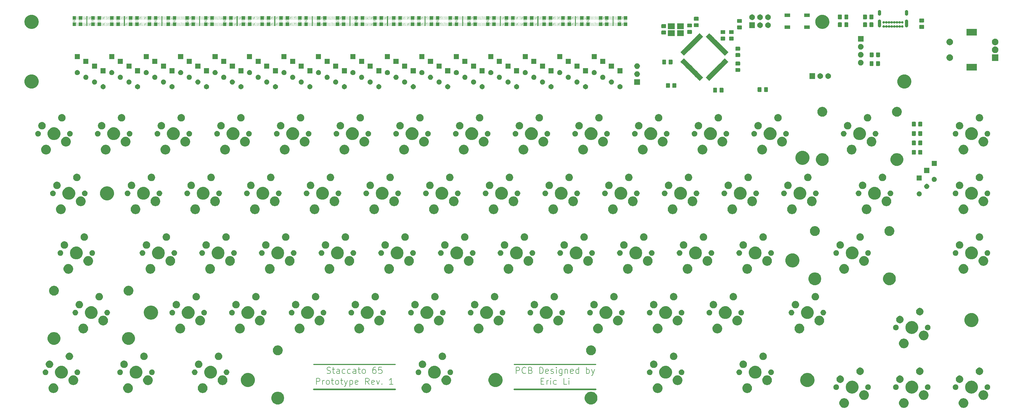
<source format=gbr>
%TF.GenerationSoftware,KiCad,Pcbnew,(5.1.6)-1*%
%TF.CreationDate,2020-09-27T15:32:01-04:00*%
%TF.ProjectId,keybored,6b657962-6f72-4656-942e-6b696361645f,rev?*%
%TF.SameCoordinates,Original*%
%TF.FileFunction,Soldermask,Top*%
%TF.FilePolarity,Negative*%
%FSLAX46Y46*%
G04 Gerber Fmt 4.6, Leading zero omitted, Abs format (unit mm)*
G04 Created by KiCad (PCBNEW (5.1.6)-1) date 2020-09-27 15:32:01*
%MOMM*%
%LPD*%
G01*
G04 APERTURE LIST*
%ADD10C,0.300000*%
%ADD11C,0.500000*%
%ADD12C,0.200000*%
%ADD13C,0.100000*%
%ADD14C,0.120000*%
G04 APERTURE END LIST*
D10*
X242000000Y-188000000D02*
X216000000Y-188000000D01*
D11*
X216000000Y-196000000D02*
X242000000Y-196000000D01*
D12*
X224571428Y-193357142D02*
X225238095Y-193357142D01*
X225523809Y-194404761D02*
X224571428Y-194404761D01*
X224571428Y-192404761D01*
X225523809Y-192404761D01*
X226380952Y-194404761D02*
X226380952Y-193071428D01*
X226380952Y-193452380D02*
X226476190Y-193261904D01*
X226571428Y-193166666D01*
X226761904Y-193071428D01*
X226952380Y-193071428D01*
X227619047Y-194404761D02*
X227619047Y-193071428D01*
X227619047Y-192404761D02*
X227523809Y-192500000D01*
X227619047Y-192595238D01*
X227714285Y-192500000D01*
X227619047Y-192404761D01*
X227619047Y-192595238D01*
X229428571Y-194309523D02*
X229238095Y-194404761D01*
X228857142Y-194404761D01*
X228666666Y-194309523D01*
X228571428Y-194214285D01*
X228476190Y-194023809D01*
X228476190Y-193452380D01*
X228571428Y-193261904D01*
X228666666Y-193166666D01*
X228857142Y-193071428D01*
X229238095Y-193071428D01*
X229428571Y-193166666D01*
X232761904Y-194404761D02*
X231809523Y-194404761D01*
X231809523Y-192404761D01*
X233428571Y-194404761D02*
X233428571Y-193071428D01*
X233428571Y-192404761D02*
X233333333Y-192500000D01*
X233428571Y-192595238D01*
X233523809Y-192500000D01*
X233428571Y-192404761D01*
X233428571Y-192595238D01*
X216571428Y-190904761D02*
X216571428Y-188904761D01*
X217333333Y-188904761D01*
X217523809Y-189000000D01*
X217619047Y-189095238D01*
X217714285Y-189285714D01*
X217714285Y-189571428D01*
X217619047Y-189761904D01*
X217523809Y-189857142D01*
X217333333Y-189952380D01*
X216571428Y-189952380D01*
X219714285Y-190714285D02*
X219619047Y-190809523D01*
X219333333Y-190904761D01*
X219142857Y-190904761D01*
X218857142Y-190809523D01*
X218666666Y-190619047D01*
X218571428Y-190428571D01*
X218476190Y-190047619D01*
X218476190Y-189761904D01*
X218571428Y-189380952D01*
X218666666Y-189190476D01*
X218857142Y-189000000D01*
X219142857Y-188904761D01*
X219333333Y-188904761D01*
X219619047Y-189000000D01*
X219714285Y-189095238D01*
X221238095Y-189857142D02*
X221523809Y-189952380D01*
X221619047Y-190047619D01*
X221714285Y-190238095D01*
X221714285Y-190523809D01*
X221619047Y-190714285D01*
X221523809Y-190809523D01*
X221333333Y-190904761D01*
X220571428Y-190904761D01*
X220571428Y-188904761D01*
X221238095Y-188904761D01*
X221428571Y-189000000D01*
X221523809Y-189095238D01*
X221619047Y-189285714D01*
X221619047Y-189476190D01*
X221523809Y-189666666D01*
X221428571Y-189761904D01*
X221238095Y-189857142D01*
X220571428Y-189857142D01*
X224095238Y-190904761D02*
X224095238Y-188904761D01*
X224571428Y-188904761D01*
X224857142Y-189000000D01*
X225047619Y-189190476D01*
X225142857Y-189380952D01*
X225238095Y-189761904D01*
X225238095Y-190047619D01*
X225142857Y-190428571D01*
X225047619Y-190619047D01*
X224857142Y-190809523D01*
X224571428Y-190904761D01*
X224095238Y-190904761D01*
X226857142Y-190809523D02*
X226666666Y-190904761D01*
X226285714Y-190904761D01*
X226095238Y-190809523D01*
X226000000Y-190619047D01*
X226000000Y-189857142D01*
X226095238Y-189666666D01*
X226285714Y-189571428D01*
X226666666Y-189571428D01*
X226857142Y-189666666D01*
X226952380Y-189857142D01*
X226952380Y-190047619D01*
X226000000Y-190238095D01*
X227714285Y-190809523D02*
X227904761Y-190904761D01*
X228285714Y-190904761D01*
X228476190Y-190809523D01*
X228571428Y-190619047D01*
X228571428Y-190523809D01*
X228476190Y-190333333D01*
X228285714Y-190238095D01*
X228000000Y-190238095D01*
X227809523Y-190142857D01*
X227714285Y-189952380D01*
X227714285Y-189857142D01*
X227809523Y-189666666D01*
X228000000Y-189571428D01*
X228285714Y-189571428D01*
X228476190Y-189666666D01*
X229428571Y-190904761D02*
X229428571Y-189571428D01*
X229428571Y-188904761D02*
X229333333Y-189000000D01*
X229428571Y-189095238D01*
X229523809Y-189000000D01*
X229428571Y-188904761D01*
X229428571Y-189095238D01*
X231238095Y-189571428D02*
X231238095Y-191190476D01*
X231142857Y-191380952D01*
X231047619Y-191476190D01*
X230857142Y-191571428D01*
X230571428Y-191571428D01*
X230380952Y-191476190D01*
X231238095Y-190809523D02*
X231047619Y-190904761D01*
X230666666Y-190904761D01*
X230476190Y-190809523D01*
X230380952Y-190714285D01*
X230285714Y-190523809D01*
X230285714Y-189952380D01*
X230380952Y-189761904D01*
X230476190Y-189666666D01*
X230666666Y-189571428D01*
X231047619Y-189571428D01*
X231238095Y-189666666D01*
X232190476Y-189571428D02*
X232190476Y-190904761D01*
X232190476Y-189761904D02*
X232285714Y-189666666D01*
X232476190Y-189571428D01*
X232761904Y-189571428D01*
X232952380Y-189666666D01*
X233047619Y-189857142D01*
X233047619Y-190904761D01*
X234761904Y-190809523D02*
X234571428Y-190904761D01*
X234190476Y-190904761D01*
X234000000Y-190809523D01*
X233904761Y-190619047D01*
X233904761Y-189857142D01*
X234000000Y-189666666D01*
X234190476Y-189571428D01*
X234571428Y-189571428D01*
X234761904Y-189666666D01*
X234857142Y-189857142D01*
X234857142Y-190047619D01*
X233904761Y-190238095D01*
X236571428Y-190904761D02*
X236571428Y-188904761D01*
X236571428Y-190809523D02*
X236380952Y-190904761D01*
X236000000Y-190904761D01*
X235809523Y-190809523D01*
X235714285Y-190714285D01*
X235619047Y-190523809D01*
X235619047Y-189952380D01*
X235714285Y-189761904D01*
X235809523Y-189666666D01*
X236000000Y-189571428D01*
X236380952Y-189571428D01*
X236571428Y-189666666D01*
X239047619Y-190904761D02*
X239047619Y-188904761D01*
X239047619Y-189666666D02*
X239238095Y-189571428D01*
X239619047Y-189571428D01*
X239809523Y-189666666D01*
X239904761Y-189761904D01*
X240000000Y-189952380D01*
X240000000Y-190523809D01*
X239904761Y-190714285D01*
X239809523Y-190809523D01*
X239619047Y-190904761D01*
X239238095Y-190904761D01*
X239047619Y-190809523D01*
X240666666Y-189571428D02*
X241142857Y-190904761D01*
X241619047Y-189571428D02*
X241142857Y-190904761D01*
X240952380Y-191380952D01*
X240857142Y-191476190D01*
X240666666Y-191571428D01*
X156190476Y-190809523D02*
X156476190Y-190904761D01*
X156952380Y-190904761D01*
X157142857Y-190809523D01*
X157238095Y-190714285D01*
X157333333Y-190523809D01*
X157333333Y-190333333D01*
X157238095Y-190142857D01*
X157142857Y-190047619D01*
X156952380Y-189952380D01*
X156571428Y-189857142D01*
X156380952Y-189761904D01*
X156285714Y-189666666D01*
X156190476Y-189476190D01*
X156190476Y-189285714D01*
X156285714Y-189095238D01*
X156380952Y-189000000D01*
X156571428Y-188904761D01*
X157047619Y-188904761D01*
X157333333Y-189000000D01*
X157904761Y-189571428D02*
X158666666Y-189571428D01*
X158190476Y-188904761D02*
X158190476Y-190619047D01*
X158285714Y-190809523D01*
X158476190Y-190904761D01*
X158666666Y-190904761D01*
X160190476Y-190904761D02*
X160190476Y-189857142D01*
X160095238Y-189666666D01*
X159904761Y-189571428D01*
X159523809Y-189571428D01*
X159333333Y-189666666D01*
X160190476Y-190809523D02*
X160000000Y-190904761D01*
X159523809Y-190904761D01*
X159333333Y-190809523D01*
X159238095Y-190619047D01*
X159238095Y-190428571D01*
X159333333Y-190238095D01*
X159523809Y-190142857D01*
X160000000Y-190142857D01*
X160190476Y-190047619D01*
X162000000Y-190809523D02*
X161809523Y-190904761D01*
X161428571Y-190904761D01*
X161238095Y-190809523D01*
X161142857Y-190714285D01*
X161047619Y-190523809D01*
X161047619Y-189952380D01*
X161142857Y-189761904D01*
X161238095Y-189666666D01*
X161428571Y-189571428D01*
X161809523Y-189571428D01*
X162000000Y-189666666D01*
X163714285Y-190809523D02*
X163523809Y-190904761D01*
X163142857Y-190904761D01*
X162952380Y-190809523D01*
X162857142Y-190714285D01*
X162761904Y-190523809D01*
X162761904Y-189952380D01*
X162857142Y-189761904D01*
X162952380Y-189666666D01*
X163142857Y-189571428D01*
X163523809Y-189571428D01*
X163714285Y-189666666D01*
X165428571Y-190904761D02*
X165428571Y-189857142D01*
X165333333Y-189666666D01*
X165142857Y-189571428D01*
X164761904Y-189571428D01*
X164571428Y-189666666D01*
X165428571Y-190809523D02*
X165238095Y-190904761D01*
X164761904Y-190904761D01*
X164571428Y-190809523D01*
X164476190Y-190619047D01*
X164476190Y-190428571D01*
X164571428Y-190238095D01*
X164761904Y-190142857D01*
X165238095Y-190142857D01*
X165428571Y-190047619D01*
X166095238Y-189571428D02*
X166857142Y-189571428D01*
X166380952Y-188904761D02*
X166380952Y-190619047D01*
X166476190Y-190809523D01*
X166666666Y-190904761D01*
X166857142Y-190904761D01*
X167809523Y-190904761D02*
X167619047Y-190809523D01*
X167523809Y-190714285D01*
X167428571Y-190523809D01*
X167428571Y-189952380D01*
X167523809Y-189761904D01*
X167619047Y-189666666D01*
X167809523Y-189571428D01*
X168095238Y-189571428D01*
X168285714Y-189666666D01*
X168380952Y-189761904D01*
X168476190Y-189952380D01*
X168476190Y-190523809D01*
X168380952Y-190714285D01*
X168285714Y-190809523D01*
X168095238Y-190904761D01*
X167809523Y-190904761D01*
X171714285Y-188904761D02*
X171333333Y-188904761D01*
X171142857Y-189000000D01*
X171047619Y-189095238D01*
X170857142Y-189380952D01*
X170761904Y-189761904D01*
X170761904Y-190523809D01*
X170857142Y-190714285D01*
X170952380Y-190809523D01*
X171142857Y-190904761D01*
X171523809Y-190904761D01*
X171714285Y-190809523D01*
X171809523Y-190714285D01*
X171904761Y-190523809D01*
X171904761Y-190047619D01*
X171809523Y-189857142D01*
X171714285Y-189761904D01*
X171523809Y-189666666D01*
X171142857Y-189666666D01*
X170952380Y-189761904D01*
X170857142Y-189857142D01*
X170761904Y-190047619D01*
X173714285Y-188904761D02*
X172761904Y-188904761D01*
X172666666Y-189857142D01*
X172761904Y-189761904D01*
X172952380Y-189666666D01*
X173428571Y-189666666D01*
X173619047Y-189761904D01*
X173714285Y-189857142D01*
X173809523Y-190047619D01*
X173809523Y-190523809D01*
X173714285Y-190714285D01*
X173619047Y-190809523D01*
X173428571Y-190904761D01*
X172952380Y-190904761D01*
X172761904Y-190809523D01*
X172666666Y-190714285D01*
X152809523Y-194404761D02*
X152809523Y-192404761D01*
X153571428Y-192404761D01*
X153761904Y-192500000D01*
X153857142Y-192595238D01*
X153952380Y-192785714D01*
X153952380Y-193071428D01*
X153857142Y-193261904D01*
X153761904Y-193357142D01*
X153571428Y-193452380D01*
X152809523Y-193452380D01*
X154809523Y-194404761D02*
X154809523Y-193071428D01*
X154809523Y-193452380D02*
X154904761Y-193261904D01*
X155000000Y-193166666D01*
X155190476Y-193071428D01*
X155380952Y-193071428D01*
X156333333Y-194404761D02*
X156142857Y-194309523D01*
X156047619Y-194214285D01*
X155952380Y-194023809D01*
X155952380Y-193452380D01*
X156047619Y-193261904D01*
X156142857Y-193166666D01*
X156333333Y-193071428D01*
X156619047Y-193071428D01*
X156809523Y-193166666D01*
X156904761Y-193261904D01*
X157000000Y-193452380D01*
X157000000Y-194023809D01*
X156904761Y-194214285D01*
X156809523Y-194309523D01*
X156619047Y-194404761D01*
X156333333Y-194404761D01*
X157571428Y-193071428D02*
X158333333Y-193071428D01*
X157857142Y-192404761D02*
X157857142Y-194119047D01*
X157952380Y-194309523D01*
X158142857Y-194404761D01*
X158333333Y-194404761D01*
X159285714Y-194404761D02*
X159095238Y-194309523D01*
X159000000Y-194214285D01*
X158904761Y-194023809D01*
X158904761Y-193452380D01*
X159000000Y-193261904D01*
X159095238Y-193166666D01*
X159285714Y-193071428D01*
X159571428Y-193071428D01*
X159761904Y-193166666D01*
X159857142Y-193261904D01*
X159952380Y-193452380D01*
X159952380Y-194023809D01*
X159857142Y-194214285D01*
X159761904Y-194309523D01*
X159571428Y-194404761D01*
X159285714Y-194404761D01*
X160523809Y-193071428D02*
X161285714Y-193071428D01*
X160809523Y-192404761D02*
X160809523Y-194119047D01*
X160904761Y-194309523D01*
X161095238Y-194404761D01*
X161285714Y-194404761D01*
X161761904Y-193071428D02*
X162238095Y-194404761D01*
X162714285Y-193071428D02*
X162238095Y-194404761D01*
X162047619Y-194880952D01*
X161952380Y-194976190D01*
X161761904Y-195071428D01*
X163476190Y-193071428D02*
X163476190Y-195071428D01*
X163476190Y-193166666D02*
X163666666Y-193071428D01*
X164047619Y-193071428D01*
X164238095Y-193166666D01*
X164333333Y-193261904D01*
X164428571Y-193452380D01*
X164428571Y-194023809D01*
X164333333Y-194214285D01*
X164238095Y-194309523D01*
X164047619Y-194404761D01*
X163666666Y-194404761D01*
X163476190Y-194309523D01*
X166047619Y-194309523D02*
X165857142Y-194404761D01*
X165476190Y-194404761D01*
X165285714Y-194309523D01*
X165190476Y-194119047D01*
X165190476Y-193357142D01*
X165285714Y-193166666D01*
X165476190Y-193071428D01*
X165857142Y-193071428D01*
X166047619Y-193166666D01*
X166142857Y-193357142D01*
X166142857Y-193547619D01*
X165190476Y-193738095D01*
X169666666Y-194404761D02*
X169000000Y-193452380D01*
X168523809Y-194404761D02*
X168523809Y-192404761D01*
X169285714Y-192404761D01*
X169476190Y-192500000D01*
X169571428Y-192595238D01*
X169666666Y-192785714D01*
X169666666Y-193071428D01*
X169571428Y-193261904D01*
X169476190Y-193357142D01*
X169285714Y-193452380D01*
X168523809Y-193452380D01*
X171285714Y-194309523D02*
X171095238Y-194404761D01*
X170714285Y-194404761D01*
X170523809Y-194309523D01*
X170428571Y-194119047D01*
X170428571Y-193357142D01*
X170523809Y-193166666D01*
X170714285Y-193071428D01*
X171095238Y-193071428D01*
X171285714Y-193166666D01*
X171380952Y-193357142D01*
X171380952Y-193547619D01*
X170428571Y-193738095D01*
X172047619Y-193071428D02*
X172523809Y-194404761D01*
X173000000Y-193071428D01*
X173761904Y-194214285D02*
X173857142Y-194309523D01*
X173761904Y-194404761D01*
X173666666Y-194309523D01*
X173761904Y-194214285D01*
X173761904Y-194404761D01*
X177285714Y-194404761D02*
X176142857Y-194404761D01*
X176714285Y-194404761D02*
X176714285Y-192404761D01*
X176523809Y-192690476D01*
X176333333Y-192880952D01*
X176142857Y-192976190D01*
D11*
X152000000Y-196000000D02*
X178000000Y-196000000D01*
D10*
X178000000Y-188000000D02*
X152000000Y-188000000D01*
D13*
%TO.C,REF\u002A\u002A*%
G36*
X82000000Y-77800000D02*
G01*
X81000000Y-77800000D01*
X81000000Y-76800000D01*
X82000000Y-76800000D01*
X82000000Y-77800000D01*
G37*
X82000000Y-77800000D02*
X81000000Y-77800000D01*
X81000000Y-76800000D01*
X82000000Y-76800000D01*
X82000000Y-77800000D01*
G36*
X82000000Y-79800000D02*
G01*
X81000000Y-79800000D01*
X81000000Y-78800000D01*
X82000000Y-78800000D01*
X82000000Y-79800000D01*
G37*
X82000000Y-79800000D02*
X81000000Y-79800000D01*
X81000000Y-78800000D01*
X82000000Y-78800000D01*
X82000000Y-79800000D01*
D14*
X77600000Y-77800000D02*
X77000000Y-78400000D01*
X78000000Y-77800000D02*
X77000000Y-78800000D01*
X78000000Y-78200000D02*
X77400000Y-78800000D01*
X78000000Y-78600000D02*
X77800000Y-78800000D01*
X77200000Y-77800000D02*
X77000000Y-78000000D01*
X76600000Y-78800000D02*
X76000000Y-79400000D01*
X77000000Y-78800000D02*
X76000000Y-79800000D01*
X77000000Y-79200000D02*
X76400000Y-79800000D01*
X77000000Y-79600000D02*
X76800000Y-79800000D01*
X76200000Y-78800000D02*
X76000000Y-79000000D01*
X75600000Y-77800000D02*
X75000000Y-78400000D01*
X76000000Y-77800000D02*
X75000000Y-78800000D01*
X76000000Y-78200000D02*
X75400000Y-78800000D01*
X76000000Y-78600000D02*
X75800000Y-78800000D01*
X75200000Y-77800000D02*
X75000000Y-78000000D01*
X76600000Y-76800000D02*
X76000000Y-77400000D01*
X77000000Y-76800000D02*
X76000000Y-77800000D01*
X77000000Y-77200000D02*
X76400000Y-77800000D01*
X77000000Y-77600000D02*
X76800000Y-77800000D01*
X76200000Y-76800000D02*
X76000000Y-77000000D01*
X81400000Y-79600000D02*
X81200000Y-79800000D01*
X81400000Y-77600000D02*
X81200000Y-77800000D01*
D13*
G36*
X78000000Y-79800000D02*
G01*
X77000000Y-79800000D01*
X77000000Y-78800000D01*
X78000000Y-78800000D01*
X78000000Y-79800000D01*
G37*
X78000000Y-79800000D02*
X77000000Y-79800000D01*
X77000000Y-78800000D01*
X78000000Y-78800000D01*
X78000000Y-79800000D01*
G36*
X78000000Y-77800000D02*
G01*
X77000000Y-77800000D01*
X77000000Y-76800000D01*
X78000000Y-76800000D01*
X78000000Y-77800000D01*
G37*
X78000000Y-77800000D02*
X77000000Y-77800000D01*
X77000000Y-76800000D01*
X78000000Y-76800000D01*
X78000000Y-77800000D01*
G36*
X76000000Y-77800000D02*
G01*
X75000000Y-77800000D01*
X75000000Y-76800000D01*
X76000000Y-76800000D01*
X76000000Y-77800000D01*
G37*
X76000000Y-77800000D02*
X75000000Y-77800000D01*
X75000000Y-76800000D01*
X76000000Y-76800000D01*
X76000000Y-77800000D01*
G36*
X76000000Y-79800000D02*
G01*
X75000000Y-79800000D01*
X75000000Y-78800000D01*
X76000000Y-78800000D01*
X76000000Y-79800000D01*
G37*
X76000000Y-79800000D02*
X75000000Y-79800000D01*
X75000000Y-78800000D01*
X76000000Y-78800000D01*
X76000000Y-79800000D01*
G36*
X79600000Y-79800000D02*
G01*
X79400000Y-79800000D01*
X79400000Y-76800000D01*
X79600000Y-76800000D01*
X79600000Y-79800000D01*
G37*
X79600000Y-79800000D02*
X79400000Y-79800000D01*
X79400000Y-76800000D01*
X79600000Y-76800000D01*
X79600000Y-79800000D01*
D14*
X78200000Y-76800000D02*
X78000000Y-77000000D01*
X78600000Y-76800000D02*
X78000000Y-77400000D01*
X79000000Y-76800000D02*
X78000000Y-77800000D01*
X79400000Y-76800000D02*
X78400000Y-77800000D01*
X79400000Y-77200000D02*
X78800000Y-77800000D01*
X79400000Y-77600000D02*
X79200000Y-77800000D01*
X79800000Y-76800000D02*
X79600000Y-77000000D01*
X80200000Y-76800000D02*
X79600000Y-77400000D01*
X80600000Y-76800000D02*
X79600000Y-77800000D01*
X81000000Y-76800000D02*
X80000000Y-77800000D01*
X81000000Y-77200000D02*
X80400000Y-77800000D01*
X81000000Y-77600000D02*
X80800000Y-77800000D01*
X78200000Y-78800000D02*
X78000000Y-79000000D01*
X78600000Y-78800000D02*
X78000000Y-79400000D01*
X79000000Y-78800000D02*
X78000000Y-79800000D01*
X79400000Y-78800000D02*
X78400000Y-79800000D01*
X79400000Y-79200000D02*
X78800000Y-79800000D01*
X79400000Y-79600000D02*
X79200000Y-79800000D01*
X79800000Y-78800000D02*
X79600000Y-79000000D01*
X80200000Y-78800000D02*
X79600000Y-79400000D01*
X80600000Y-78800000D02*
X79600000Y-79800000D01*
X81000000Y-78800000D02*
X80000000Y-79800000D01*
X81000000Y-79200000D02*
X80400000Y-79800000D01*
X81000000Y-79600000D02*
X80800000Y-79800000D01*
X81200000Y-77800000D02*
X81000000Y-78000000D01*
X81600000Y-77800000D02*
X81000000Y-78400000D01*
X82000000Y-77800000D02*
X81000000Y-78800000D01*
X82000000Y-78200000D02*
X81400000Y-78800000D01*
X82000000Y-78600000D02*
X81800000Y-78800000D01*
X83200000Y-77800000D02*
X83000000Y-78000000D01*
X82200000Y-78800000D02*
X82000000Y-79000000D01*
X83000000Y-79600000D02*
X82800000Y-79800000D01*
X84000000Y-78600000D02*
X83800000Y-78800000D01*
X82600000Y-76800000D02*
X82000000Y-77400000D01*
X84000000Y-77800000D02*
X83000000Y-78800000D01*
X83000000Y-78800000D02*
X82000000Y-79800000D01*
X84000000Y-78200000D02*
X83400000Y-78800000D01*
D13*
G36*
X88000000Y-77800000D02*
G01*
X87000000Y-77800000D01*
X87000000Y-76800000D01*
X88000000Y-76800000D01*
X88000000Y-77800000D01*
G37*
X88000000Y-77800000D02*
X87000000Y-77800000D01*
X87000000Y-76800000D01*
X88000000Y-76800000D01*
X88000000Y-77800000D01*
G36*
X88000000Y-79800000D02*
G01*
X87000000Y-79800000D01*
X87000000Y-78800000D01*
X88000000Y-78800000D01*
X88000000Y-79800000D01*
G37*
X88000000Y-79800000D02*
X87000000Y-79800000D01*
X87000000Y-78800000D01*
X88000000Y-78800000D01*
X88000000Y-79800000D01*
D14*
X82600000Y-78800000D02*
X82000000Y-79400000D01*
X83000000Y-79200000D02*
X82400000Y-79800000D01*
X83600000Y-77800000D02*
X83000000Y-78400000D01*
X83000000Y-76800000D02*
X82000000Y-77800000D01*
X83000000Y-77200000D02*
X82400000Y-77800000D01*
X83000000Y-77600000D02*
X82800000Y-77800000D01*
X82200000Y-76800000D02*
X82000000Y-77000000D01*
X85400000Y-77600000D02*
X85200000Y-77800000D01*
X87400000Y-79600000D02*
X87200000Y-79800000D01*
X85800000Y-76800000D02*
X85600000Y-77000000D01*
X84600000Y-76800000D02*
X84000000Y-77400000D01*
X85000000Y-76800000D02*
X84000000Y-77800000D01*
X87400000Y-77600000D02*
X87200000Y-77800000D01*
D13*
G36*
X84000000Y-79800000D02*
G01*
X83000000Y-79800000D01*
X83000000Y-78800000D01*
X84000000Y-78800000D01*
X84000000Y-79800000D01*
G37*
X84000000Y-79800000D02*
X83000000Y-79800000D01*
X83000000Y-78800000D01*
X84000000Y-78800000D01*
X84000000Y-79800000D01*
D14*
X86200000Y-76800000D02*
X85600000Y-77400000D01*
X86600000Y-76800000D02*
X85600000Y-77800000D01*
D13*
G36*
X84000000Y-77800000D02*
G01*
X83000000Y-77800000D01*
X83000000Y-76800000D01*
X84000000Y-76800000D01*
X84000000Y-77800000D01*
G37*
X84000000Y-77800000D02*
X83000000Y-77800000D01*
X83000000Y-76800000D01*
X84000000Y-76800000D01*
X84000000Y-77800000D01*
D14*
X85400000Y-76800000D02*
X84400000Y-77800000D01*
X85400000Y-77200000D02*
X84800000Y-77800000D01*
X84200000Y-76800000D02*
X84000000Y-77000000D01*
X85800000Y-78800000D02*
X85600000Y-79000000D01*
X87200000Y-77800000D02*
X87000000Y-78000000D01*
X87000000Y-78800000D02*
X86000000Y-79800000D01*
X87000000Y-79200000D02*
X86400000Y-79800000D01*
X88000000Y-77800000D02*
X87000000Y-78800000D01*
X88000000Y-78600000D02*
X87800000Y-78800000D01*
X88000000Y-78200000D02*
X87400000Y-78800000D01*
X87000000Y-76800000D02*
X86000000Y-77800000D01*
X84200000Y-78800000D02*
X84000000Y-79000000D01*
X87000000Y-77600000D02*
X86800000Y-77800000D01*
X84600000Y-78800000D02*
X84000000Y-79400000D01*
X87000000Y-79600000D02*
X86800000Y-79800000D01*
X85400000Y-79600000D02*
X85200000Y-79800000D01*
X86200000Y-78800000D02*
X85600000Y-79400000D01*
X86600000Y-78800000D02*
X85600000Y-79800000D01*
X85400000Y-78800000D02*
X84400000Y-79800000D01*
X85000000Y-78800000D02*
X84000000Y-79800000D01*
X87000000Y-77200000D02*
X86400000Y-77800000D01*
X85400000Y-79200000D02*
X84800000Y-79800000D01*
X87600000Y-77800000D02*
X87000000Y-78400000D01*
X89200000Y-77800000D02*
X89000000Y-78000000D01*
X88200000Y-78800000D02*
X88000000Y-79000000D01*
X89000000Y-79600000D02*
X88800000Y-79800000D01*
X90000000Y-78600000D02*
X89800000Y-78800000D01*
X88600000Y-76800000D02*
X88000000Y-77400000D01*
X90000000Y-77800000D02*
X89000000Y-78800000D01*
X89000000Y-78800000D02*
X88000000Y-79800000D01*
X90000000Y-78200000D02*
X89400000Y-78800000D01*
D13*
G36*
X94000000Y-77800000D02*
G01*
X93000000Y-77800000D01*
X93000000Y-76800000D01*
X94000000Y-76800000D01*
X94000000Y-77800000D01*
G37*
X94000000Y-77800000D02*
X93000000Y-77800000D01*
X93000000Y-76800000D01*
X94000000Y-76800000D01*
X94000000Y-77800000D01*
G36*
X94000000Y-79800000D02*
G01*
X93000000Y-79800000D01*
X93000000Y-78800000D01*
X94000000Y-78800000D01*
X94000000Y-79800000D01*
G37*
X94000000Y-79800000D02*
X93000000Y-79800000D01*
X93000000Y-78800000D01*
X94000000Y-78800000D01*
X94000000Y-79800000D01*
D14*
X88600000Y-78800000D02*
X88000000Y-79400000D01*
X89000000Y-79200000D02*
X88400000Y-79800000D01*
X89600000Y-77800000D02*
X89000000Y-78400000D01*
X89000000Y-76800000D02*
X88000000Y-77800000D01*
X89000000Y-77200000D02*
X88400000Y-77800000D01*
X89000000Y-77600000D02*
X88800000Y-77800000D01*
X88200000Y-76800000D02*
X88000000Y-77000000D01*
X91400000Y-77600000D02*
X91200000Y-77800000D01*
X93400000Y-79600000D02*
X93200000Y-79800000D01*
X91800000Y-76800000D02*
X91600000Y-77000000D01*
X90600000Y-76800000D02*
X90000000Y-77400000D01*
X91000000Y-76800000D02*
X90000000Y-77800000D01*
X93400000Y-77600000D02*
X93200000Y-77800000D01*
D13*
G36*
X90000000Y-79800000D02*
G01*
X89000000Y-79800000D01*
X89000000Y-78800000D01*
X90000000Y-78800000D01*
X90000000Y-79800000D01*
G37*
X90000000Y-79800000D02*
X89000000Y-79800000D01*
X89000000Y-78800000D01*
X90000000Y-78800000D01*
X90000000Y-79800000D01*
D14*
X92200000Y-76800000D02*
X91600000Y-77400000D01*
X92600000Y-76800000D02*
X91600000Y-77800000D01*
D13*
G36*
X90000000Y-77800000D02*
G01*
X89000000Y-77800000D01*
X89000000Y-76800000D01*
X90000000Y-76800000D01*
X90000000Y-77800000D01*
G37*
X90000000Y-77800000D02*
X89000000Y-77800000D01*
X89000000Y-76800000D01*
X90000000Y-76800000D01*
X90000000Y-77800000D01*
G36*
X91600000Y-79800000D02*
G01*
X91400000Y-79800000D01*
X91400000Y-76800000D01*
X91600000Y-76800000D01*
X91600000Y-79800000D01*
G37*
X91600000Y-79800000D02*
X91400000Y-79800000D01*
X91400000Y-76800000D01*
X91600000Y-76800000D01*
X91600000Y-79800000D01*
D14*
X91400000Y-76800000D02*
X90400000Y-77800000D01*
X91400000Y-77200000D02*
X90800000Y-77800000D01*
X90200000Y-76800000D02*
X90000000Y-77000000D01*
X91800000Y-78800000D02*
X91600000Y-79000000D01*
X93200000Y-77800000D02*
X93000000Y-78000000D01*
X93000000Y-78800000D02*
X92000000Y-79800000D01*
X93000000Y-79200000D02*
X92400000Y-79800000D01*
X94000000Y-77800000D02*
X93000000Y-78800000D01*
X94000000Y-78600000D02*
X93800000Y-78800000D01*
X94000000Y-78200000D02*
X93400000Y-78800000D01*
X93000000Y-76800000D02*
X92000000Y-77800000D01*
X90200000Y-78800000D02*
X90000000Y-79000000D01*
X93000000Y-77600000D02*
X92800000Y-77800000D01*
X90600000Y-78800000D02*
X90000000Y-79400000D01*
X93000000Y-79600000D02*
X92800000Y-79800000D01*
X91400000Y-79600000D02*
X91200000Y-79800000D01*
X92200000Y-78800000D02*
X91600000Y-79400000D01*
X92600000Y-78800000D02*
X91600000Y-79800000D01*
X91400000Y-78800000D02*
X90400000Y-79800000D01*
X91000000Y-78800000D02*
X90000000Y-79800000D01*
X93000000Y-77200000D02*
X92400000Y-77800000D01*
X91400000Y-79200000D02*
X90800000Y-79800000D01*
X93600000Y-77800000D02*
X93000000Y-78400000D01*
X95200000Y-77800000D02*
X95000000Y-78000000D01*
X94200000Y-78800000D02*
X94000000Y-79000000D01*
X95000000Y-79600000D02*
X94800000Y-79800000D01*
X96000000Y-78600000D02*
X95800000Y-78800000D01*
X94600000Y-76800000D02*
X94000000Y-77400000D01*
X96000000Y-77800000D02*
X95000000Y-78800000D01*
X95000000Y-78800000D02*
X94000000Y-79800000D01*
X96000000Y-78200000D02*
X95400000Y-78800000D01*
D13*
G36*
X100000000Y-77800000D02*
G01*
X99000000Y-77800000D01*
X99000000Y-76800000D01*
X100000000Y-76800000D01*
X100000000Y-77800000D01*
G37*
X100000000Y-77800000D02*
X99000000Y-77800000D01*
X99000000Y-76800000D01*
X100000000Y-76800000D01*
X100000000Y-77800000D01*
G36*
X100000000Y-79800000D02*
G01*
X99000000Y-79800000D01*
X99000000Y-78800000D01*
X100000000Y-78800000D01*
X100000000Y-79800000D01*
G37*
X100000000Y-79800000D02*
X99000000Y-79800000D01*
X99000000Y-78800000D01*
X100000000Y-78800000D01*
X100000000Y-79800000D01*
D14*
X94600000Y-78800000D02*
X94000000Y-79400000D01*
X95000000Y-79200000D02*
X94400000Y-79800000D01*
X95600000Y-77800000D02*
X95000000Y-78400000D01*
X95000000Y-76800000D02*
X94000000Y-77800000D01*
X95000000Y-77200000D02*
X94400000Y-77800000D01*
X95000000Y-77600000D02*
X94800000Y-77800000D01*
X94200000Y-76800000D02*
X94000000Y-77000000D01*
X97400000Y-77600000D02*
X97200000Y-77800000D01*
X99400000Y-79600000D02*
X99200000Y-79800000D01*
X97800000Y-76800000D02*
X97600000Y-77000000D01*
X96600000Y-76800000D02*
X96000000Y-77400000D01*
X97000000Y-76800000D02*
X96000000Y-77800000D01*
X99400000Y-77600000D02*
X99200000Y-77800000D01*
D13*
G36*
X96000000Y-79800000D02*
G01*
X95000000Y-79800000D01*
X95000000Y-78800000D01*
X96000000Y-78800000D01*
X96000000Y-79800000D01*
G37*
X96000000Y-79800000D02*
X95000000Y-79800000D01*
X95000000Y-78800000D01*
X96000000Y-78800000D01*
X96000000Y-79800000D01*
D14*
X98200000Y-76800000D02*
X97600000Y-77400000D01*
X98600000Y-76800000D02*
X97600000Y-77800000D01*
D13*
G36*
X96000000Y-77800000D02*
G01*
X95000000Y-77800000D01*
X95000000Y-76800000D01*
X96000000Y-76800000D01*
X96000000Y-77800000D01*
G37*
X96000000Y-77800000D02*
X95000000Y-77800000D01*
X95000000Y-76800000D01*
X96000000Y-76800000D01*
X96000000Y-77800000D01*
D14*
X97400000Y-76800000D02*
X96400000Y-77800000D01*
X97400000Y-77200000D02*
X96800000Y-77800000D01*
X96200000Y-76800000D02*
X96000000Y-77000000D01*
X97800000Y-78800000D02*
X97600000Y-79000000D01*
X99200000Y-77800000D02*
X99000000Y-78000000D01*
X99000000Y-78800000D02*
X98000000Y-79800000D01*
X99000000Y-79200000D02*
X98400000Y-79800000D01*
X100000000Y-77800000D02*
X99000000Y-78800000D01*
X100000000Y-78600000D02*
X99800000Y-78800000D01*
X100000000Y-78200000D02*
X99400000Y-78800000D01*
X99000000Y-76800000D02*
X98000000Y-77800000D01*
X96200000Y-78800000D02*
X96000000Y-79000000D01*
X99000000Y-77600000D02*
X98800000Y-77800000D01*
X96600000Y-78800000D02*
X96000000Y-79400000D01*
X99000000Y-79600000D02*
X98800000Y-79800000D01*
X97400000Y-79600000D02*
X97200000Y-79800000D01*
X98200000Y-78800000D02*
X97600000Y-79400000D01*
X98600000Y-78800000D02*
X97600000Y-79800000D01*
X97400000Y-78800000D02*
X96400000Y-79800000D01*
X97000000Y-78800000D02*
X96000000Y-79800000D01*
X99000000Y-77200000D02*
X98400000Y-77800000D01*
X97400000Y-79200000D02*
X96800000Y-79800000D01*
X99600000Y-77800000D02*
X99000000Y-78400000D01*
X101200000Y-77800000D02*
X101000000Y-78000000D01*
X100200000Y-78800000D02*
X100000000Y-79000000D01*
X101000000Y-79600000D02*
X100800000Y-79800000D01*
X102000000Y-78600000D02*
X101800000Y-78800000D01*
X100600000Y-76800000D02*
X100000000Y-77400000D01*
X102000000Y-77800000D02*
X101000000Y-78800000D01*
X101000000Y-78800000D02*
X100000000Y-79800000D01*
X102000000Y-78200000D02*
X101400000Y-78800000D01*
D13*
G36*
X106000000Y-77800000D02*
G01*
X105000000Y-77800000D01*
X105000000Y-76800000D01*
X106000000Y-76800000D01*
X106000000Y-77800000D01*
G37*
X106000000Y-77800000D02*
X105000000Y-77800000D01*
X105000000Y-76800000D01*
X106000000Y-76800000D01*
X106000000Y-77800000D01*
G36*
X106000000Y-79800000D02*
G01*
X105000000Y-79800000D01*
X105000000Y-78800000D01*
X106000000Y-78800000D01*
X106000000Y-79800000D01*
G37*
X106000000Y-79800000D02*
X105000000Y-79800000D01*
X105000000Y-78800000D01*
X106000000Y-78800000D01*
X106000000Y-79800000D01*
D14*
X100600000Y-78800000D02*
X100000000Y-79400000D01*
X101000000Y-79200000D02*
X100400000Y-79800000D01*
X101600000Y-77800000D02*
X101000000Y-78400000D01*
X101000000Y-76800000D02*
X100000000Y-77800000D01*
X101000000Y-77200000D02*
X100400000Y-77800000D01*
X101000000Y-77600000D02*
X100800000Y-77800000D01*
X100200000Y-76800000D02*
X100000000Y-77000000D01*
X103400000Y-77600000D02*
X103200000Y-77800000D01*
X105400000Y-79600000D02*
X105200000Y-79800000D01*
X103800000Y-76800000D02*
X103600000Y-77000000D01*
X102600000Y-76800000D02*
X102000000Y-77400000D01*
X103000000Y-76800000D02*
X102000000Y-77800000D01*
X105400000Y-77600000D02*
X105200000Y-77800000D01*
D13*
G36*
X102000000Y-79800000D02*
G01*
X101000000Y-79800000D01*
X101000000Y-78800000D01*
X102000000Y-78800000D01*
X102000000Y-79800000D01*
G37*
X102000000Y-79800000D02*
X101000000Y-79800000D01*
X101000000Y-78800000D01*
X102000000Y-78800000D01*
X102000000Y-79800000D01*
D14*
X104200000Y-76800000D02*
X103600000Y-77400000D01*
X104600000Y-76800000D02*
X103600000Y-77800000D01*
D13*
G36*
X102000000Y-77800000D02*
G01*
X101000000Y-77800000D01*
X101000000Y-76800000D01*
X102000000Y-76800000D01*
X102000000Y-77800000D01*
G37*
X102000000Y-77800000D02*
X101000000Y-77800000D01*
X101000000Y-76800000D01*
X102000000Y-76800000D01*
X102000000Y-77800000D01*
G36*
X103600000Y-79800000D02*
G01*
X103400000Y-79800000D01*
X103400000Y-76800000D01*
X103600000Y-76800000D01*
X103600000Y-79800000D01*
G37*
X103600000Y-79800000D02*
X103400000Y-79800000D01*
X103400000Y-76800000D01*
X103600000Y-76800000D01*
X103600000Y-79800000D01*
D14*
X103400000Y-76800000D02*
X102400000Y-77800000D01*
X103400000Y-77200000D02*
X102800000Y-77800000D01*
X102200000Y-76800000D02*
X102000000Y-77000000D01*
X103800000Y-78800000D02*
X103600000Y-79000000D01*
X105200000Y-77800000D02*
X105000000Y-78000000D01*
X105000000Y-78800000D02*
X104000000Y-79800000D01*
X105000000Y-79200000D02*
X104400000Y-79800000D01*
X106000000Y-77800000D02*
X105000000Y-78800000D01*
X106000000Y-78600000D02*
X105800000Y-78800000D01*
X106000000Y-78200000D02*
X105400000Y-78800000D01*
X105000000Y-76800000D02*
X104000000Y-77800000D01*
X102200000Y-78800000D02*
X102000000Y-79000000D01*
X105000000Y-77600000D02*
X104800000Y-77800000D01*
X102600000Y-78800000D02*
X102000000Y-79400000D01*
X105000000Y-79600000D02*
X104800000Y-79800000D01*
X103400000Y-79600000D02*
X103200000Y-79800000D01*
X104200000Y-78800000D02*
X103600000Y-79400000D01*
X104600000Y-78800000D02*
X103600000Y-79800000D01*
X103400000Y-78800000D02*
X102400000Y-79800000D01*
X103000000Y-78800000D02*
X102000000Y-79800000D01*
X105000000Y-77200000D02*
X104400000Y-77800000D01*
X103400000Y-79200000D02*
X102800000Y-79800000D01*
X105600000Y-77800000D02*
X105000000Y-78400000D01*
X107200000Y-77800000D02*
X107000000Y-78000000D01*
X106200000Y-78800000D02*
X106000000Y-79000000D01*
X107000000Y-79600000D02*
X106800000Y-79800000D01*
X108000000Y-78600000D02*
X107800000Y-78800000D01*
X106600000Y-76800000D02*
X106000000Y-77400000D01*
X108000000Y-77800000D02*
X107000000Y-78800000D01*
X107000000Y-78800000D02*
X106000000Y-79800000D01*
X108000000Y-78200000D02*
X107400000Y-78800000D01*
D13*
G36*
X112000000Y-77800000D02*
G01*
X111000000Y-77800000D01*
X111000000Y-76800000D01*
X112000000Y-76800000D01*
X112000000Y-77800000D01*
G37*
X112000000Y-77800000D02*
X111000000Y-77800000D01*
X111000000Y-76800000D01*
X112000000Y-76800000D01*
X112000000Y-77800000D01*
G36*
X112000000Y-79800000D02*
G01*
X111000000Y-79800000D01*
X111000000Y-78800000D01*
X112000000Y-78800000D01*
X112000000Y-79800000D01*
G37*
X112000000Y-79800000D02*
X111000000Y-79800000D01*
X111000000Y-78800000D01*
X112000000Y-78800000D01*
X112000000Y-79800000D01*
D14*
X106600000Y-78800000D02*
X106000000Y-79400000D01*
X107000000Y-79200000D02*
X106400000Y-79800000D01*
X107600000Y-77800000D02*
X107000000Y-78400000D01*
X107000000Y-76800000D02*
X106000000Y-77800000D01*
X107000000Y-77200000D02*
X106400000Y-77800000D01*
X107000000Y-77600000D02*
X106800000Y-77800000D01*
X106200000Y-76800000D02*
X106000000Y-77000000D01*
X109400000Y-77600000D02*
X109200000Y-77800000D01*
X111400000Y-79600000D02*
X111200000Y-79800000D01*
X109800000Y-76800000D02*
X109600000Y-77000000D01*
X108600000Y-76800000D02*
X108000000Y-77400000D01*
X109000000Y-76800000D02*
X108000000Y-77800000D01*
X111400000Y-77600000D02*
X111200000Y-77800000D01*
D13*
G36*
X108000000Y-79800000D02*
G01*
X107000000Y-79800000D01*
X107000000Y-78800000D01*
X108000000Y-78800000D01*
X108000000Y-79800000D01*
G37*
X108000000Y-79800000D02*
X107000000Y-79800000D01*
X107000000Y-78800000D01*
X108000000Y-78800000D01*
X108000000Y-79800000D01*
D14*
X110200000Y-76800000D02*
X109600000Y-77400000D01*
X110600000Y-76800000D02*
X109600000Y-77800000D01*
D13*
G36*
X108000000Y-77800000D02*
G01*
X107000000Y-77800000D01*
X107000000Y-76800000D01*
X108000000Y-76800000D01*
X108000000Y-77800000D01*
G37*
X108000000Y-77800000D02*
X107000000Y-77800000D01*
X107000000Y-76800000D01*
X108000000Y-76800000D01*
X108000000Y-77800000D01*
D14*
X109400000Y-76800000D02*
X108400000Y-77800000D01*
X109400000Y-77200000D02*
X108800000Y-77800000D01*
X108200000Y-76800000D02*
X108000000Y-77000000D01*
X109800000Y-78800000D02*
X109600000Y-79000000D01*
X111200000Y-77800000D02*
X111000000Y-78000000D01*
X111000000Y-78800000D02*
X110000000Y-79800000D01*
X111000000Y-79200000D02*
X110400000Y-79800000D01*
X112000000Y-77800000D02*
X111000000Y-78800000D01*
X112000000Y-78600000D02*
X111800000Y-78800000D01*
X112000000Y-78200000D02*
X111400000Y-78800000D01*
X111000000Y-76800000D02*
X110000000Y-77800000D01*
X108200000Y-78800000D02*
X108000000Y-79000000D01*
X111000000Y-77600000D02*
X110800000Y-77800000D01*
X108600000Y-78800000D02*
X108000000Y-79400000D01*
X111000000Y-79600000D02*
X110800000Y-79800000D01*
X109400000Y-79600000D02*
X109200000Y-79800000D01*
X110200000Y-78800000D02*
X109600000Y-79400000D01*
X110600000Y-78800000D02*
X109600000Y-79800000D01*
X109400000Y-78800000D02*
X108400000Y-79800000D01*
X109000000Y-78800000D02*
X108000000Y-79800000D01*
X111000000Y-77200000D02*
X110400000Y-77800000D01*
X109400000Y-79200000D02*
X108800000Y-79800000D01*
X111600000Y-77800000D02*
X111000000Y-78400000D01*
X113200000Y-77800000D02*
X113000000Y-78000000D01*
X112200000Y-78800000D02*
X112000000Y-79000000D01*
X113000000Y-79600000D02*
X112800000Y-79800000D01*
X114000000Y-78600000D02*
X113800000Y-78800000D01*
X112600000Y-76800000D02*
X112000000Y-77400000D01*
X114000000Y-77800000D02*
X113000000Y-78800000D01*
X113000000Y-78800000D02*
X112000000Y-79800000D01*
X114000000Y-78200000D02*
X113400000Y-78800000D01*
D13*
G36*
X118000000Y-77800000D02*
G01*
X117000000Y-77800000D01*
X117000000Y-76800000D01*
X118000000Y-76800000D01*
X118000000Y-77800000D01*
G37*
X118000000Y-77800000D02*
X117000000Y-77800000D01*
X117000000Y-76800000D01*
X118000000Y-76800000D01*
X118000000Y-77800000D01*
G36*
X118000000Y-79800000D02*
G01*
X117000000Y-79800000D01*
X117000000Y-78800000D01*
X118000000Y-78800000D01*
X118000000Y-79800000D01*
G37*
X118000000Y-79800000D02*
X117000000Y-79800000D01*
X117000000Y-78800000D01*
X118000000Y-78800000D01*
X118000000Y-79800000D01*
D14*
X112600000Y-78800000D02*
X112000000Y-79400000D01*
X113000000Y-79200000D02*
X112400000Y-79800000D01*
X113600000Y-77800000D02*
X113000000Y-78400000D01*
X113000000Y-76800000D02*
X112000000Y-77800000D01*
X113000000Y-77200000D02*
X112400000Y-77800000D01*
X113000000Y-77600000D02*
X112800000Y-77800000D01*
X112200000Y-76800000D02*
X112000000Y-77000000D01*
X115400000Y-77600000D02*
X115200000Y-77800000D01*
X117400000Y-79600000D02*
X117200000Y-79800000D01*
X115800000Y-76800000D02*
X115600000Y-77000000D01*
X114600000Y-76800000D02*
X114000000Y-77400000D01*
X115000000Y-76800000D02*
X114000000Y-77800000D01*
X117400000Y-77600000D02*
X117200000Y-77800000D01*
D13*
G36*
X114000000Y-79800000D02*
G01*
X113000000Y-79800000D01*
X113000000Y-78800000D01*
X114000000Y-78800000D01*
X114000000Y-79800000D01*
G37*
X114000000Y-79800000D02*
X113000000Y-79800000D01*
X113000000Y-78800000D01*
X114000000Y-78800000D01*
X114000000Y-79800000D01*
D14*
X116200000Y-76800000D02*
X115600000Y-77400000D01*
X116600000Y-76800000D02*
X115600000Y-77800000D01*
D13*
G36*
X114000000Y-77800000D02*
G01*
X113000000Y-77800000D01*
X113000000Y-76800000D01*
X114000000Y-76800000D01*
X114000000Y-77800000D01*
G37*
X114000000Y-77800000D02*
X113000000Y-77800000D01*
X113000000Y-76800000D01*
X114000000Y-76800000D01*
X114000000Y-77800000D01*
G36*
X115600000Y-79800000D02*
G01*
X115400000Y-79800000D01*
X115400000Y-76800000D01*
X115600000Y-76800000D01*
X115600000Y-79800000D01*
G37*
X115600000Y-79800000D02*
X115400000Y-79800000D01*
X115400000Y-76800000D01*
X115600000Y-76800000D01*
X115600000Y-79800000D01*
D14*
X115400000Y-76800000D02*
X114400000Y-77800000D01*
X115400000Y-77200000D02*
X114800000Y-77800000D01*
X114200000Y-76800000D02*
X114000000Y-77000000D01*
X115800000Y-78800000D02*
X115600000Y-79000000D01*
X117200000Y-77800000D02*
X117000000Y-78000000D01*
X117000000Y-78800000D02*
X116000000Y-79800000D01*
X117000000Y-79200000D02*
X116400000Y-79800000D01*
X118000000Y-77800000D02*
X117000000Y-78800000D01*
X118000000Y-78600000D02*
X117800000Y-78800000D01*
X118000000Y-78200000D02*
X117400000Y-78800000D01*
X117000000Y-76800000D02*
X116000000Y-77800000D01*
X114200000Y-78800000D02*
X114000000Y-79000000D01*
X117000000Y-77600000D02*
X116800000Y-77800000D01*
X114600000Y-78800000D02*
X114000000Y-79400000D01*
X117000000Y-79600000D02*
X116800000Y-79800000D01*
X115400000Y-79600000D02*
X115200000Y-79800000D01*
X116200000Y-78800000D02*
X115600000Y-79400000D01*
X116600000Y-78800000D02*
X115600000Y-79800000D01*
X115400000Y-78800000D02*
X114400000Y-79800000D01*
X115000000Y-78800000D02*
X114000000Y-79800000D01*
X117000000Y-77200000D02*
X116400000Y-77800000D01*
X115400000Y-79200000D02*
X114800000Y-79800000D01*
X117600000Y-77800000D02*
X117000000Y-78400000D01*
X119200000Y-77800000D02*
X119000000Y-78000000D01*
X118200000Y-78800000D02*
X118000000Y-79000000D01*
X119000000Y-79600000D02*
X118800000Y-79800000D01*
X120000000Y-78600000D02*
X119800000Y-78800000D01*
X118600000Y-76800000D02*
X118000000Y-77400000D01*
X120000000Y-77800000D02*
X119000000Y-78800000D01*
X119000000Y-78800000D02*
X118000000Y-79800000D01*
X120000000Y-78200000D02*
X119400000Y-78800000D01*
D13*
G36*
X124000000Y-77800000D02*
G01*
X123000000Y-77800000D01*
X123000000Y-76800000D01*
X124000000Y-76800000D01*
X124000000Y-77800000D01*
G37*
X124000000Y-77800000D02*
X123000000Y-77800000D01*
X123000000Y-76800000D01*
X124000000Y-76800000D01*
X124000000Y-77800000D01*
G36*
X124000000Y-79800000D02*
G01*
X123000000Y-79800000D01*
X123000000Y-78800000D01*
X124000000Y-78800000D01*
X124000000Y-79800000D01*
G37*
X124000000Y-79800000D02*
X123000000Y-79800000D01*
X123000000Y-78800000D01*
X124000000Y-78800000D01*
X124000000Y-79800000D01*
D14*
X118600000Y-78800000D02*
X118000000Y-79400000D01*
X119000000Y-79200000D02*
X118400000Y-79800000D01*
X119600000Y-77800000D02*
X119000000Y-78400000D01*
X119000000Y-76800000D02*
X118000000Y-77800000D01*
X119000000Y-77200000D02*
X118400000Y-77800000D01*
X119000000Y-77600000D02*
X118800000Y-77800000D01*
X118200000Y-76800000D02*
X118000000Y-77000000D01*
X121400000Y-77600000D02*
X121200000Y-77800000D01*
X123400000Y-79600000D02*
X123200000Y-79800000D01*
X121800000Y-76800000D02*
X121600000Y-77000000D01*
X120600000Y-76800000D02*
X120000000Y-77400000D01*
X121000000Y-76800000D02*
X120000000Y-77800000D01*
X123400000Y-77600000D02*
X123200000Y-77800000D01*
D13*
G36*
X120000000Y-79800000D02*
G01*
X119000000Y-79800000D01*
X119000000Y-78800000D01*
X120000000Y-78800000D01*
X120000000Y-79800000D01*
G37*
X120000000Y-79800000D02*
X119000000Y-79800000D01*
X119000000Y-78800000D01*
X120000000Y-78800000D01*
X120000000Y-79800000D01*
D14*
X122200000Y-76800000D02*
X121600000Y-77400000D01*
X122600000Y-76800000D02*
X121600000Y-77800000D01*
D13*
G36*
X120000000Y-77800000D02*
G01*
X119000000Y-77800000D01*
X119000000Y-76800000D01*
X120000000Y-76800000D01*
X120000000Y-77800000D01*
G37*
X120000000Y-77800000D02*
X119000000Y-77800000D01*
X119000000Y-76800000D01*
X120000000Y-76800000D01*
X120000000Y-77800000D01*
D14*
X121400000Y-76800000D02*
X120400000Y-77800000D01*
X121400000Y-77200000D02*
X120800000Y-77800000D01*
X120200000Y-76800000D02*
X120000000Y-77000000D01*
X121800000Y-78800000D02*
X121600000Y-79000000D01*
X123200000Y-77800000D02*
X123000000Y-78000000D01*
X123000000Y-78800000D02*
X122000000Y-79800000D01*
X123000000Y-79200000D02*
X122400000Y-79800000D01*
X124000000Y-77800000D02*
X123000000Y-78800000D01*
X124000000Y-78600000D02*
X123800000Y-78800000D01*
X124000000Y-78200000D02*
X123400000Y-78800000D01*
X123000000Y-76800000D02*
X122000000Y-77800000D01*
X120200000Y-78800000D02*
X120000000Y-79000000D01*
X123000000Y-77600000D02*
X122800000Y-77800000D01*
X120600000Y-78800000D02*
X120000000Y-79400000D01*
X123000000Y-79600000D02*
X122800000Y-79800000D01*
X121400000Y-79600000D02*
X121200000Y-79800000D01*
X122200000Y-78800000D02*
X121600000Y-79400000D01*
X122600000Y-78800000D02*
X121600000Y-79800000D01*
X121400000Y-78800000D02*
X120400000Y-79800000D01*
X121000000Y-78800000D02*
X120000000Y-79800000D01*
X123000000Y-77200000D02*
X122400000Y-77800000D01*
X121400000Y-79200000D02*
X120800000Y-79800000D01*
X123600000Y-77800000D02*
X123000000Y-78400000D01*
X125200000Y-77800000D02*
X125000000Y-78000000D01*
X124200000Y-78800000D02*
X124000000Y-79000000D01*
X125000000Y-79600000D02*
X124800000Y-79800000D01*
X126000000Y-78600000D02*
X125800000Y-78800000D01*
X124600000Y-76800000D02*
X124000000Y-77400000D01*
X126000000Y-77800000D02*
X125000000Y-78800000D01*
X125000000Y-78800000D02*
X124000000Y-79800000D01*
X126000000Y-78200000D02*
X125400000Y-78800000D01*
D13*
G36*
X130000000Y-77800000D02*
G01*
X129000000Y-77800000D01*
X129000000Y-76800000D01*
X130000000Y-76800000D01*
X130000000Y-77800000D01*
G37*
X130000000Y-77800000D02*
X129000000Y-77800000D01*
X129000000Y-76800000D01*
X130000000Y-76800000D01*
X130000000Y-77800000D01*
G36*
X130000000Y-79800000D02*
G01*
X129000000Y-79800000D01*
X129000000Y-78800000D01*
X130000000Y-78800000D01*
X130000000Y-79800000D01*
G37*
X130000000Y-79800000D02*
X129000000Y-79800000D01*
X129000000Y-78800000D01*
X130000000Y-78800000D01*
X130000000Y-79800000D01*
D14*
X124600000Y-78800000D02*
X124000000Y-79400000D01*
X125000000Y-79200000D02*
X124400000Y-79800000D01*
X125600000Y-77800000D02*
X125000000Y-78400000D01*
X125000000Y-76800000D02*
X124000000Y-77800000D01*
X125000000Y-77200000D02*
X124400000Y-77800000D01*
X125000000Y-77600000D02*
X124800000Y-77800000D01*
X124200000Y-76800000D02*
X124000000Y-77000000D01*
X127400000Y-77600000D02*
X127200000Y-77800000D01*
X129400000Y-79600000D02*
X129200000Y-79800000D01*
X127800000Y-76800000D02*
X127600000Y-77000000D01*
X126600000Y-76800000D02*
X126000000Y-77400000D01*
X127000000Y-76800000D02*
X126000000Y-77800000D01*
X129400000Y-77600000D02*
X129200000Y-77800000D01*
D13*
G36*
X126000000Y-79800000D02*
G01*
X125000000Y-79800000D01*
X125000000Y-78800000D01*
X126000000Y-78800000D01*
X126000000Y-79800000D01*
G37*
X126000000Y-79800000D02*
X125000000Y-79800000D01*
X125000000Y-78800000D01*
X126000000Y-78800000D01*
X126000000Y-79800000D01*
D14*
X128200000Y-76800000D02*
X127600000Y-77400000D01*
X128600000Y-76800000D02*
X127600000Y-77800000D01*
D13*
G36*
X126000000Y-77800000D02*
G01*
X125000000Y-77800000D01*
X125000000Y-76800000D01*
X126000000Y-76800000D01*
X126000000Y-77800000D01*
G37*
X126000000Y-77800000D02*
X125000000Y-77800000D01*
X125000000Y-76800000D01*
X126000000Y-76800000D01*
X126000000Y-77800000D01*
G36*
X127600000Y-79800000D02*
G01*
X127400000Y-79800000D01*
X127400000Y-76800000D01*
X127600000Y-76800000D01*
X127600000Y-79800000D01*
G37*
X127600000Y-79800000D02*
X127400000Y-79800000D01*
X127400000Y-76800000D01*
X127600000Y-76800000D01*
X127600000Y-79800000D01*
D14*
X127400000Y-76800000D02*
X126400000Y-77800000D01*
X127400000Y-77200000D02*
X126800000Y-77800000D01*
X126200000Y-76800000D02*
X126000000Y-77000000D01*
X127800000Y-78800000D02*
X127600000Y-79000000D01*
X129200000Y-77800000D02*
X129000000Y-78000000D01*
X129000000Y-78800000D02*
X128000000Y-79800000D01*
X129000000Y-79200000D02*
X128400000Y-79800000D01*
X130000000Y-77800000D02*
X129000000Y-78800000D01*
X130000000Y-78600000D02*
X129800000Y-78800000D01*
X130000000Y-78200000D02*
X129400000Y-78800000D01*
X129000000Y-76800000D02*
X128000000Y-77800000D01*
X126200000Y-78800000D02*
X126000000Y-79000000D01*
X129000000Y-77600000D02*
X128800000Y-77800000D01*
X126600000Y-78800000D02*
X126000000Y-79400000D01*
X129000000Y-79600000D02*
X128800000Y-79800000D01*
X127400000Y-79600000D02*
X127200000Y-79800000D01*
X128200000Y-78800000D02*
X127600000Y-79400000D01*
X128600000Y-78800000D02*
X127600000Y-79800000D01*
X127400000Y-78800000D02*
X126400000Y-79800000D01*
X127000000Y-78800000D02*
X126000000Y-79800000D01*
X129000000Y-77200000D02*
X128400000Y-77800000D01*
X127400000Y-79200000D02*
X126800000Y-79800000D01*
X129600000Y-77800000D02*
X129000000Y-78400000D01*
X131200000Y-77800000D02*
X131000000Y-78000000D01*
X130200000Y-78800000D02*
X130000000Y-79000000D01*
X131000000Y-79600000D02*
X130800000Y-79800000D01*
X132000000Y-78600000D02*
X131800000Y-78800000D01*
X130600000Y-76800000D02*
X130000000Y-77400000D01*
X132000000Y-77800000D02*
X131000000Y-78800000D01*
X131000000Y-78800000D02*
X130000000Y-79800000D01*
X132000000Y-78200000D02*
X131400000Y-78800000D01*
D13*
G36*
X136000000Y-77800000D02*
G01*
X135000000Y-77800000D01*
X135000000Y-76800000D01*
X136000000Y-76800000D01*
X136000000Y-77800000D01*
G37*
X136000000Y-77800000D02*
X135000000Y-77800000D01*
X135000000Y-76800000D01*
X136000000Y-76800000D01*
X136000000Y-77800000D01*
G36*
X136000000Y-79800000D02*
G01*
X135000000Y-79800000D01*
X135000000Y-78800000D01*
X136000000Y-78800000D01*
X136000000Y-79800000D01*
G37*
X136000000Y-79800000D02*
X135000000Y-79800000D01*
X135000000Y-78800000D01*
X136000000Y-78800000D01*
X136000000Y-79800000D01*
D14*
X130600000Y-78800000D02*
X130000000Y-79400000D01*
X131000000Y-79200000D02*
X130400000Y-79800000D01*
X131600000Y-77800000D02*
X131000000Y-78400000D01*
X131000000Y-76800000D02*
X130000000Y-77800000D01*
X131000000Y-77200000D02*
X130400000Y-77800000D01*
X131000000Y-77600000D02*
X130800000Y-77800000D01*
X130200000Y-76800000D02*
X130000000Y-77000000D01*
X133400000Y-77600000D02*
X133200000Y-77800000D01*
X135400000Y-79600000D02*
X135200000Y-79800000D01*
X133800000Y-76800000D02*
X133600000Y-77000000D01*
X132600000Y-76800000D02*
X132000000Y-77400000D01*
X133000000Y-76800000D02*
X132000000Y-77800000D01*
X135400000Y-77600000D02*
X135200000Y-77800000D01*
D13*
G36*
X132000000Y-79800000D02*
G01*
X131000000Y-79800000D01*
X131000000Y-78800000D01*
X132000000Y-78800000D01*
X132000000Y-79800000D01*
G37*
X132000000Y-79800000D02*
X131000000Y-79800000D01*
X131000000Y-78800000D01*
X132000000Y-78800000D01*
X132000000Y-79800000D01*
D14*
X134200000Y-76800000D02*
X133600000Y-77400000D01*
X134600000Y-76800000D02*
X133600000Y-77800000D01*
D13*
G36*
X132000000Y-77800000D02*
G01*
X131000000Y-77800000D01*
X131000000Y-76800000D01*
X132000000Y-76800000D01*
X132000000Y-77800000D01*
G37*
X132000000Y-77800000D02*
X131000000Y-77800000D01*
X131000000Y-76800000D01*
X132000000Y-76800000D01*
X132000000Y-77800000D01*
D14*
X133400000Y-76800000D02*
X132400000Y-77800000D01*
X133400000Y-77200000D02*
X132800000Y-77800000D01*
X132200000Y-76800000D02*
X132000000Y-77000000D01*
X133800000Y-78800000D02*
X133600000Y-79000000D01*
X135200000Y-77800000D02*
X135000000Y-78000000D01*
X135000000Y-78800000D02*
X134000000Y-79800000D01*
X135000000Y-79200000D02*
X134400000Y-79800000D01*
X136000000Y-77800000D02*
X135000000Y-78800000D01*
X136000000Y-78600000D02*
X135800000Y-78800000D01*
X136000000Y-78200000D02*
X135400000Y-78800000D01*
X135000000Y-76800000D02*
X134000000Y-77800000D01*
X132200000Y-78800000D02*
X132000000Y-79000000D01*
X135000000Y-77600000D02*
X134800000Y-77800000D01*
X132600000Y-78800000D02*
X132000000Y-79400000D01*
X135000000Y-79600000D02*
X134800000Y-79800000D01*
X133400000Y-79600000D02*
X133200000Y-79800000D01*
X134200000Y-78800000D02*
X133600000Y-79400000D01*
X134600000Y-78800000D02*
X133600000Y-79800000D01*
X133400000Y-78800000D02*
X132400000Y-79800000D01*
X133000000Y-78800000D02*
X132000000Y-79800000D01*
X135000000Y-77200000D02*
X134400000Y-77800000D01*
X133400000Y-79200000D02*
X132800000Y-79800000D01*
X135600000Y-77800000D02*
X135000000Y-78400000D01*
X137200000Y-77800000D02*
X137000000Y-78000000D01*
X136200000Y-78800000D02*
X136000000Y-79000000D01*
X137000000Y-79600000D02*
X136800000Y-79800000D01*
X138000000Y-78600000D02*
X137800000Y-78800000D01*
X136600000Y-76800000D02*
X136000000Y-77400000D01*
X138000000Y-77800000D02*
X137000000Y-78800000D01*
X137000000Y-78800000D02*
X136000000Y-79800000D01*
X138000000Y-78200000D02*
X137400000Y-78800000D01*
X136600000Y-78800000D02*
X136000000Y-79400000D01*
X137000000Y-79200000D02*
X136400000Y-79800000D01*
X137600000Y-77800000D02*
X137000000Y-78400000D01*
X137000000Y-76800000D02*
X136000000Y-77800000D01*
X137000000Y-77200000D02*
X136400000Y-77800000D01*
X137000000Y-77600000D02*
X136800000Y-77800000D01*
X136200000Y-76800000D02*
X136000000Y-77000000D01*
X139400000Y-77600000D02*
X139200000Y-77800000D01*
X138600000Y-76800000D02*
X138000000Y-77400000D01*
X139000000Y-76800000D02*
X138000000Y-77800000D01*
D13*
G36*
X138000000Y-79800000D02*
G01*
X137000000Y-79800000D01*
X137000000Y-78800000D01*
X138000000Y-78800000D01*
X138000000Y-79800000D01*
G37*
X138000000Y-79800000D02*
X137000000Y-79800000D01*
X137000000Y-78800000D01*
X138000000Y-78800000D01*
X138000000Y-79800000D01*
G36*
X138000000Y-77800000D02*
G01*
X137000000Y-77800000D01*
X137000000Y-76800000D01*
X138000000Y-76800000D01*
X138000000Y-77800000D01*
G37*
X138000000Y-77800000D02*
X137000000Y-77800000D01*
X137000000Y-76800000D01*
X138000000Y-76800000D01*
X138000000Y-77800000D01*
G36*
X139600000Y-79800000D02*
G01*
X139400000Y-79800000D01*
X139400000Y-76800000D01*
X139600000Y-76800000D01*
X139600000Y-79800000D01*
G37*
X139600000Y-79800000D02*
X139400000Y-79800000D01*
X139400000Y-76800000D01*
X139600000Y-76800000D01*
X139600000Y-79800000D01*
D14*
X139400000Y-76800000D02*
X138400000Y-77800000D01*
X139400000Y-77200000D02*
X138800000Y-77800000D01*
X138200000Y-76800000D02*
X138000000Y-77000000D01*
X138200000Y-78800000D02*
X138000000Y-79000000D01*
X138600000Y-78800000D02*
X138000000Y-79400000D01*
X139400000Y-79600000D02*
X139200000Y-79800000D01*
X139400000Y-78800000D02*
X138400000Y-79800000D01*
X139000000Y-78800000D02*
X138000000Y-79800000D01*
X139400000Y-79200000D02*
X138800000Y-79800000D01*
X141400000Y-79600000D02*
X141200000Y-79800000D01*
X141400000Y-77600000D02*
X141200000Y-77800000D01*
D13*
G36*
X142000000Y-77800000D02*
G01*
X141000000Y-77800000D01*
X141000000Y-76800000D01*
X142000000Y-76800000D01*
X142000000Y-77800000D01*
G37*
X142000000Y-77800000D02*
X141000000Y-77800000D01*
X141000000Y-76800000D01*
X142000000Y-76800000D01*
X142000000Y-77800000D01*
G36*
X142000000Y-79800000D02*
G01*
X141000000Y-79800000D01*
X141000000Y-78800000D01*
X142000000Y-78800000D01*
X142000000Y-79800000D01*
G37*
X142000000Y-79800000D02*
X141000000Y-79800000D01*
X141000000Y-78800000D01*
X142000000Y-78800000D01*
X142000000Y-79800000D01*
D14*
X144000000Y-78200000D02*
X143400000Y-78800000D01*
D13*
G36*
X148000000Y-77800000D02*
G01*
X147000000Y-77800000D01*
X147000000Y-76800000D01*
X148000000Y-76800000D01*
X148000000Y-77800000D01*
G37*
X148000000Y-77800000D02*
X147000000Y-77800000D01*
X147000000Y-76800000D01*
X148000000Y-76800000D01*
X148000000Y-77800000D01*
G36*
X148000000Y-79800000D02*
G01*
X147000000Y-79800000D01*
X147000000Y-78800000D01*
X148000000Y-78800000D01*
X148000000Y-79800000D01*
G37*
X148000000Y-79800000D02*
X147000000Y-79800000D01*
X147000000Y-78800000D01*
X148000000Y-78800000D01*
X148000000Y-79800000D01*
D14*
X143000000Y-79200000D02*
X142400000Y-79800000D01*
X141000000Y-79200000D02*
X140400000Y-79800000D01*
X139800000Y-76800000D02*
X139600000Y-77000000D01*
X143000000Y-76800000D02*
X142000000Y-77800000D01*
X143000000Y-77200000D02*
X142400000Y-77800000D01*
X141000000Y-77200000D02*
X140400000Y-77800000D01*
X139800000Y-78800000D02*
X139600000Y-79000000D01*
X143000000Y-78800000D02*
X142000000Y-79800000D01*
X142000000Y-78600000D02*
X141800000Y-78800000D01*
X143000000Y-79600000D02*
X142800000Y-79800000D01*
X142600000Y-76800000D02*
X142000000Y-77400000D01*
X144000000Y-77800000D02*
X143000000Y-78800000D01*
X142600000Y-78800000D02*
X142000000Y-79400000D01*
X141000000Y-76800000D02*
X140000000Y-77800000D01*
X142000000Y-78200000D02*
X141400000Y-78800000D01*
X143600000Y-77800000D02*
X143000000Y-78400000D01*
X141000000Y-79600000D02*
X140800000Y-79800000D01*
X141000000Y-77600000D02*
X140800000Y-77800000D01*
X141000000Y-78800000D02*
X140000000Y-79800000D01*
X141600000Y-77800000D02*
X141000000Y-78400000D01*
X140600000Y-78800000D02*
X139600000Y-79800000D01*
X142200000Y-78800000D02*
X142000000Y-79000000D01*
X142000000Y-77800000D02*
X141000000Y-78800000D01*
X140200000Y-76800000D02*
X139600000Y-77400000D01*
X140200000Y-78800000D02*
X139600000Y-79400000D01*
X141200000Y-77800000D02*
X141000000Y-78000000D01*
X143200000Y-77800000D02*
X143000000Y-78000000D01*
X144000000Y-78600000D02*
X143800000Y-78800000D01*
X140600000Y-76800000D02*
X139600000Y-77800000D01*
X149600000Y-77800000D02*
X149000000Y-78400000D01*
X145000000Y-76800000D02*
X144000000Y-77800000D01*
X144600000Y-78800000D02*
X144000000Y-79400000D01*
X147000000Y-78800000D02*
X146000000Y-79800000D01*
X149200000Y-77800000D02*
X149000000Y-78000000D01*
X145400000Y-77200000D02*
X144800000Y-77800000D01*
X149000000Y-76800000D02*
X148000000Y-77800000D01*
X149000000Y-77200000D02*
X148400000Y-77800000D01*
X145400000Y-76800000D02*
X144400000Y-77800000D01*
X147000000Y-79600000D02*
X146800000Y-79800000D01*
X143000000Y-77600000D02*
X142800000Y-77800000D01*
X146200000Y-78800000D02*
X145600000Y-79400000D01*
D13*
G36*
X144000000Y-77800000D02*
G01*
X143000000Y-77800000D01*
X143000000Y-76800000D01*
X144000000Y-76800000D01*
X144000000Y-77800000D01*
G37*
X144000000Y-77800000D02*
X143000000Y-77800000D01*
X143000000Y-76800000D01*
X144000000Y-76800000D01*
X144000000Y-77800000D01*
D14*
X147000000Y-77600000D02*
X146800000Y-77800000D01*
X146600000Y-78800000D02*
X145600000Y-79800000D01*
X145400000Y-79200000D02*
X144800000Y-79800000D01*
X150000000Y-78600000D02*
X149800000Y-78800000D01*
X150000000Y-77800000D02*
X149000000Y-78800000D01*
X145400000Y-78800000D02*
X144400000Y-79800000D01*
X144200000Y-76800000D02*
X144000000Y-77000000D01*
X150000000Y-78200000D02*
X149400000Y-78800000D01*
X145800000Y-78800000D02*
X145600000Y-79000000D01*
X145800000Y-76800000D02*
X145600000Y-77000000D01*
X148000000Y-78600000D02*
X147800000Y-78800000D01*
X144600000Y-76800000D02*
X144000000Y-77400000D01*
X148600000Y-76800000D02*
X148000000Y-77400000D01*
X147400000Y-79600000D02*
X147200000Y-79800000D01*
X148000000Y-77800000D02*
X147000000Y-78800000D01*
X145400000Y-79600000D02*
X145200000Y-79800000D01*
D13*
G36*
X144000000Y-79800000D02*
G01*
X143000000Y-79800000D01*
X143000000Y-78800000D01*
X144000000Y-78800000D01*
X144000000Y-79800000D01*
G37*
X144000000Y-79800000D02*
X143000000Y-79800000D01*
X143000000Y-78800000D01*
X144000000Y-78800000D01*
X144000000Y-79800000D01*
D14*
X146600000Y-76800000D02*
X145600000Y-77800000D01*
X144200000Y-78800000D02*
X144000000Y-79000000D01*
X147000000Y-79200000D02*
X146400000Y-79800000D01*
X147600000Y-77800000D02*
X147000000Y-78400000D01*
X147000000Y-76800000D02*
X146000000Y-77800000D01*
X148200000Y-78800000D02*
X148000000Y-79000000D01*
X149000000Y-79600000D02*
X148800000Y-79800000D01*
X148000000Y-78200000D02*
X147400000Y-78800000D01*
X147400000Y-77600000D02*
X147200000Y-77800000D01*
X147000000Y-77200000D02*
X146400000Y-77800000D01*
X148600000Y-78800000D02*
X148000000Y-79400000D01*
X145400000Y-77600000D02*
X145200000Y-77800000D01*
X149000000Y-79200000D02*
X148400000Y-79800000D01*
X149000000Y-78800000D02*
X148000000Y-79800000D01*
X142200000Y-76800000D02*
X142000000Y-77000000D01*
X146200000Y-76800000D02*
X145600000Y-77400000D01*
X147200000Y-77800000D02*
X147000000Y-78000000D01*
X145000000Y-78800000D02*
X144000000Y-79800000D01*
X151400000Y-79200000D02*
X150800000Y-79800000D01*
X151400000Y-77600000D02*
X151200000Y-77800000D01*
X148200000Y-76800000D02*
X148000000Y-77000000D01*
X151000000Y-76800000D02*
X150000000Y-77800000D01*
D13*
G36*
X151600000Y-79800000D02*
G01*
X151400000Y-79800000D01*
X151400000Y-76800000D01*
X151600000Y-76800000D01*
X151600000Y-79800000D01*
G37*
X151600000Y-79800000D02*
X151400000Y-79800000D01*
X151400000Y-76800000D01*
X151600000Y-76800000D01*
X151600000Y-79800000D01*
G36*
X150000000Y-77800000D02*
G01*
X149000000Y-77800000D01*
X149000000Y-76800000D01*
X150000000Y-76800000D01*
X150000000Y-77800000D01*
G37*
X150000000Y-77800000D02*
X149000000Y-77800000D01*
X149000000Y-76800000D01*
X150000000Y-76800000D01*
X150000000Y-77800000D01*
D14*
X150200000Y-78800000D02*
X150000000Y-79000000D01*
X150600000Y-76800000D02*
X150000000Y-77400000D01*
D13*
G36*
X150000000Y-79800000D02*
G01*
X149000000Y-79800000D01*
X149000000Y-78800000D01*
X150000000Y-78800000D01*
X150000000Y-79800000D01*
G37*
X150000000Y-79800000D02*
X149000000Y-79800000D01*
X149000000Y-78800000D01*
X150000000Y-78800000D01*
X150000000Y-79800000D01*
D14*
X150200000Y-76800000D02*
X150000000Y-77000000D01*
X151000000Y-78800000D02*
X150000000Y-79800000D01*
X151400000Y-79600000D02*
X151200000Y-79800000D01*
X150600000Y-78800000D02*
X150000000Y-79400000D01*
X151400000Y-78800000D02*
X150400000Y-79800000D01*
X151400000Y-76800000D02*
X150400000Y-77800000D01*
X149000000Y-77600000D02*
X148800000Y-77800000D01*
X151400000Y-77200000D02*
X150800000Y-77800000D01*
X153400000Y-79600000D02*
X153200000Y-79800000D01*
X153400000Y-77600000D02*
X153200000Y-77800000D01*
D13*
G36*
X154000000Y-77800000D02*
G01*
X153000000Y-77800000D01*
X153000000Y-76800000D01*
X154000000Y-76800000D01*
X154000000Y-77800000D01*
G37*
X154000000Y-77800000D02*
X153000000Y-77800000D01*
X153000000Y-76800000D01*
X154000000Y-76800000D01*
X154000000Y-77800000D01*
G36*
X154000000Y-79800000D02*
G01*
X153000000Y-79800000D01*
X153000000Y-78800000D01*
X154000000Y-78800000D01*
X154000000Y-79800000D01*
G37*
X154000000Y-79800000D02*
X153000000Y-79800000D01*
X153000000Y-78800000D01*
X154000000Y-78800000D01*
X154000000Y-79800000D01*
D14*
X156000000Y-78200000D02*
X155400000Y-78800000D01*
D13*
G36*
X160000000Y-77800000D02*
G01*
X159000000Y-77800000D01*
X159000000Y-76800000D01*
X160000000Y-76800000D01*
X160000000Y-77800000D01*
G37*
X160000000Y-77800000D02*
X159000000Y-77800000D01*
X159000000Y-76800000D01*
X160000000Y-76800000D01*
X160000000Y-77800000D01*
G36*
X160000000Y-79800000D02*
G01*
X159000000Y-79800000D01*
X159000000Y-78800000D01*
X160000000Y-78800000D01*
X160000000Y-79800000D01*
G37*
X160000000Y-79800000D02*
X159000000Y-79800000D01*
X159000000Y-78800000D01*
X160000000Y-78800000D01*
X160000000Y-79800000D01*
D14*
X155000000Y-79200000D02*
X154400000Y-79800000D01*
X153000000Y-79200000D02*
X152400000Y-79800000D01*
X151800000Y-76800000D02*
X151600000Y-77000000D01*
X155000000Y-76800000D02*
X154000000Y-77800000D01*
X155000000Y-77200000D02*
X154400000Y-77800000D01*
X153000000Y-77200000D02*
X152400000Y-77800000D01*
X151800000Y-78800000D02*
X151600000Y-79000000D01*
X155000000Y-78800000D02*
X154000000Y-79800000D01*
X154000000Y-78600000D02*
X153800000Y-78800000D01*
X155000000Y-79600000D02*
X154800000Y-79800000D01*
X154600000Y-76800000D02*
X154000000Y-77400000D01*
X156000000Y-77800000D02*
X155000000Y-78800000D01*
X154600000Y-78800000D02*
X154000000Y-79400000D01*
X153000000Y-76800000D02*
X152000000Y-77800000D01*
X154000000Y-78200000D02*
X153400000Y-78800000D01*
X155600000Y-77800000D02*
X155000000Y-78400000D01*
X153000000Y-79600000D02*
X152800000Y-79800000D01*
X153000000Y-77600000D02*
X152800000Y-77800000D01*
X153000000Y-78800000D02*
X152000000Y-79800000D01*
X153600000Y-77800000D02*
X153000000Y-78400000D01*
X152600000Y-78800000D02*
X151600000Y-79800000D01*
X154200000Y-78800000D02*
X154000000Y-79000000D01*
X154000000Y-77800000D02*
X153000000Y-78800000D01*
X152200000Y-76800000D02*
X151600000Y-77400000D01*
X152200000Y-78800000D02*
X151600000Y-79400000D01*
X153200000Y-77800000D02*
X153000000Y-78000000D01*
X155200000Y-77800000D02*
X155000000Y-78000000D01*
X156000000Y-78600000D02*
X155800000Y-78800000D01*
X152600000Y-76800000D02*
X151600000Y-77800000D01*
X161600000Y-77800000D02*
X161000000Y-78400000D01*
X157000000Y-76800000D02*
X156000000Y-77800000D01*
X156600000Y-78800000D02*
X156000000Y-79400000D01*
X159000000Y-78800000D02*
X158000000Y-79800000D01*
X161200000Y-77800000D02*
X161000000Y-78000000D01*
X157400000Y-77200000D02*
X156800000Y-77800000D01*
X161000000Y-76800000D02*
X160000000Y-77800000D01*
X161000000Y-77200000D02*
X160400000Y-77800000D01*
X157400000Y-76800000D02*
X156400000Y-77800000D01*
X159000000Y-79600000D02*
X158800000Y-79800000D01*
X155000000Y-77600000D02*
X154800000Y-77800000D01*
X158200000Y-78800000D02*
X157600000Y-79400000D01*
D13*
G36*
X156000000Y-77800000D02*
G01*
X155000000Y-77800000D01*
X155000000Y-76800000D01*
X156000000Y-76800000D01*
X156000000Y-77800000D01*
G37*
X156000000Y-77800000D02*
X155000000Y-77800000D01*
X155000000Y-76800000D01*
X156000000Y-76800000D01*
X156000000Y-77800000D01*
D14*
X159000000Y-77600000D02*
X158800000Y-77800000D01*
X158600000Y-78800000D02*
X157600000Y-79800000D01*
X157400000Y-79200000D02*
X156800000Y-79800000D01*
X162000000Y-78600000D02*
X161800000Y-78800000D01*
X162000000Y-77800000D02*
X161000000Y-78800000D01*
X157400000Y-78800000D02*
X156400000Y-79800000D01*
X156200000Y-76800000D02*
X156000000Y-77000000D01*
X162000000Y-78200000D02*
X161400000Y-78800000D01*
X157800000Y-78800000D02*
X157600000Y-79000000D01*
X157800000Y-76800000D02*
X157600000Y-77000000D01*
X160000000Y-78600000D02*
X159800000Y-78800000D01*
X156600000Y-76800000D02*
X156000000Y-77400000D01*
X160600000Y-76800000D02*
X160000000Y-77400000D01*
X159400000Y-79600000D02*
X159200000Y-79800000D01*
X160000000Y-77800000D02*
X159000000Y-78800000D01*
X157400000Y-79600000D02*
X157200000Y-79800000D01*
D13*
G36*
X156000000Y-79800000D02*
G01*
X155000000Y-79800000D01*
X155000000Y-78800000D01*
X156000000Y-78800000D01*
X156000000Y-79800000D01*
G37*
X156000000Y-79800000D02*
X155000000Y-79800000D01*
X155000000Y-78800000D01*
X156000000Y-78800000D01*
X156000000Y-79800000D01*
D14*
X158600000Y-76800000D02*
X157600000Y-77800000D01*
X156200000Y-78800000D02*
X156000000Y-79000000D01*
X159000000Y-79200000D02*
X158400000Y-79800000D01*
X159600000Y-77800000D02*
X159000000Y-78400000D01*
X159000000Y-76800000D02*
X158000000Y-77800000D01*
X160200000Y-78800000D02*
X160000000Y-79000000D01*
X161000000Y-79600000D02*
X160800000Y-79800000D01*
X160000000Y-78200000D02*
X159400000Y-78800000D01*
X159400000Y-77600000D02*
X159200000Y-77800000D01*
X159000000Y-77200000D02*
X158400000Y-77800000D01*
X160600000Y-78800000D02*
X160000000Y-79400000D01*
X157400000Y-77600000D02*
X157200000Y-77800000D01*
X161000000Y-79200000D02*
X160400000Y-79800000D01*
X161000000Y-78800000D02*
X160000000Y-79800000D01*
X154200000Y-76800000D02*
X154000000Y-77000000D01*
X158200000Y-76800000D02*
X157600000Y-77400000D01*
X159200000Y-77800000D02*
X159000000Y-78000000D01*
X157000000Y-78800000D02*
X156000000Y-79800000D01*
X163400000Y-79200000D02*
X162800000Y-79800000D01*
X163400000Y-77600000D02*
X163200000Y-77800000D01*
X160200000Y-76800000D02*
X160000000Y-77000000D01*
X163000000Y-76800000D02*
X162000000Y-77800000D01*
D13*
G36*
X163600000Y-79800000D02*
G01*
X163400000Y-79800000D01*
X163400000Y-76800000D01*
X163600000Y-76800000D01*
X163600000Y-79800000D01*
G37*
X163600000Y-79800000D02*
X163400000Y-79800000D01*
X163400000Y-76800000D01*
X163600000Y-76800000D01*
X163600000Y-79800000D01*
G36*
X162000000Y-77800000D02*
G01*
X161000000Y-77800000D01*
X161000000Y-76800000D01*
X162000000Y-76800000D01*
X162000000Y-77800000D01*
G37*
X162000000Y-77800000D02*
X161000000Y-77800000D01*
X161000000Y-76800000D01*
X162000000Y-76800000D01*
X162000000Y-77800000D01*
D14*
X162200000Y-78800000D02*
X162000000Y-79000000D01*
X162600000Y-76800000D02*
X162000000Y-77400000D01*
D13*
G36*
X162000000Y-79800000D02*
G01*
X161000000Y-79800000D01*
X161000000Y-78800000D01*
X162000000Y-78800000D01*
X162000000Y-79800000D01*
G37*
X162000000Y-79800000D02*
X161000000Y-79800000D01*
X161000000Y-78800000D01*
X162000000Y-78800000D01*
X162000000Y-79800000D01*
D14*
X162200000Y-76800000D02*
X162000000Y-77000000D01*
X163000000Y-78800000D02*
X162000000Y-79800000D01*
X163400000Y-79600000D02*
X163200000Y-79800000D01*
X162600000Y-78800000D02*
X162000000Y-79400000D01*
X163400000Y-78800000D02*
X162400000Y-79800000D01*
X163400000Y-76800000D02*
X162400000Y-77800000D01*
X161000000Y-77600000D02*
X160800000Y-77800000D01*
X163400000Y-77200000D02*
X162800000Y-77800000D01*
X165400000Y-79600000D02*
X165200000Y-79800000D01*
X165400000Y-77600000D02*
X165200000Y-77800000D01*
D13*
G36*
X166000000Y-77800000D02*
G01*
X165000000Y-77800000D01*
X165000000Y-76800000D01*
X166000000Y-76800000D01*
X166000000Y-77800000D01*
G37*
X166000000Y-77800000D02*
X165000000Y-77800000D01*
X165000000Y-76800000D01*
X166000000Y-76800000D01*
X166000000Y-77800000D01*
G36*
X166000000Y-79800000D02*
G01*
X165000000Y-79800000D01*
X165000000Y-78800000D01*
X166000000Y-78800000D01*
X166000000Y-79800000D01*
G37*
X166000000Y-79800000D02*
X165000000Y-79800000D01*
X165000000Y-78800000D01*
X166000000Y-78800000D01*
X166000000Y-79800000D01*
D14*
X168000000Y-78200000D02*
X167400000Y-78800000D01*
D13*
G36*
X172000000Y-77800000D02*
G01*
X171000000Y-77800000D01*
X171000000Y-76800000D01*
X172000000Y-76800000D01*
X172000000Y-77800000D01*
G37*
X172000000Y-77800000D02*
X171000000Y-77800000D01*
X171000000Y-76800000D01*
X172000000Y-76800000D01*
X172000000Y-77800000D01*
G36*
X172000000Y-79800000D02*
G01*
X171000000Y-79800000D01*
X171000000Y-78800000D01*
X172000000Y-78800000D01*
X172000000Y-79800000D01*
G37*
X172000000Y-79800000D02*
X171000000Y-79800000D01*
X171000000Y-78800000D01*
X172000000Y-78800000D01*
X172000000Y-79800000D01*
D14*
X167000000Y-79200000D02*
X166400000Y-79800000D01*
X165000000Y-79200000D02*
X164400000Y-79800000D01*
X163800000Y-76800000D02*
X163600000Y-77000000D01*
X167000000Y-76800000D02*
X166000000Y-77800000D01*
X167000000Y-77200000D02*
X166400000Y-77800000D01*
X165000000Y-77200000D02*
X164400000Y-77800000D01*
X163800000Y-78800000D02*
X163600000Y-79000000D01*
X167000000Y-78800000D02*
X166000000Y-79800000D01*
X166000000Y-78600000D02*
X165800000Y-78800000D01*
X167000000Y-79600000D02*
X166800000Y-79800000D01*
X166600000Y-76800000D02*
X166000000Y-77400000D01*
X168000000Y-77800000D02*
X167000000Y-78800000D01*
X166600000Y-78800000D02*
X166000000Y-79400000D01*
X165000000Y-76800000D02*
X164000000Y-77800000D01*
X166000000Y-78200000D02*
X165400000Y-78800000D01*
X167600000Y-77800000D02*
X167000000Y-78400000D01*
X165000000Y-79600000D02*
X164800000Y-79800000D01*
X165000000Y-77600000D02*
X164800000Y-77800000D01*
X165000000Y-78800000D02*
X164000000Y-79800000D01*
X165600000Y-77800000D02*
X165000000Y-78400000D01*
X164600000Y-78800000D02*
X163600000Y-79800000D01*
X166200000Y-78800000D02*
X166000000Y-79000000D01*
X166000000Y-77800000D02*
X165000000Y-78800000D01*
X164200000Y-76800000D02*
X163600000Y-77400000D01*
X164200000Y-78800000D02*
X163600000Y-79400000D01*
X165200000Y-77800000D02*
X165000000Y-78000000D01*
X167200000Y-77800000D02*
X167000000Y-78000000D01*
X168000000Y-78600000D02*
X167800000Y-78800000D01*
X164600000Y-76800000D02*
X163600000Y-77800000D01*
X173600000Y-77800000D02*
X173000000Y-78400000D01*
X169000000Y-76800000D02*
X168000000Y-77800000D01*
X168600000Y-78800000D02*
X168000000Y-79400000D01*
X171000000Y-78800000D02*
X170000000Y-79800000D01*
X173200000Y-77800000D02*
X173000000Y-78000000D01*
X169400000Y-77200000D02*
X168800000Y-77800000D01*
X173000000Y-76800000D02*
X172000000Y-77800000D01*
X173000000Y-77200000D02*
X172400000Y-77800000D01*
X169400000Y-76800000D02*
X168400000Y-77800000D01*
X171000000Y-79600000D02*
X170800000Y-79800000D01*
X167000000Y-77600000D02*
X166800000Y-77800000D01*
X170200000Y-78800000D02*
X169600000Y-79400000D01*
D13*
G36*
X168000000Y-77800000D02*
G01*
X167000000Y-77800000D01*
X167000000Y-76800000D01*
X168000000Y-76800000D01*
X168000000Y-77800000D01*
G37*
X168000000Y-77800000D02*
X167000000Y-77800000D01*
X167000000Y-76800000D01*
X168000000Y-76800000D01*
X168000000Y-77800000D01*
D14*
X171000000Y-77600000D02*
X170800000Y-77800000D01*
X170600000Y-78800000D02*
X169600000Y-79800000D01*
X169400000Y-79200000D02*
X168800000Y-79800000D01*
X174000000Y-78600000D02*
X173800000Y-78800000D01*
X174000000Y-77800000D02*
X173000000Y-78800000D01*
X169400000Y-78800000D02*
X168400000Y-79800000D01*
X168200000Y-76800000D02*
X168000000Y-77000000D01*
X174000000Y-78200000D02*
X173400000Y-78800000D01*
X169800000Y-78800000D02*
X169600000Y-79000000D01*
X169800000Y-76800000D02*
X169600000Y-77000000D01*
X172000000Y-78600000D02*
X171800000Y-78800000D01*
X168600000Y-76800000D02*
X168000000Y-77400000D01*
X172600000Y-76800000D02*
X172000000Y-77400000D01*
X171400000Y-79600000D02*
X171200000Y-79800000D01*
X172000000Y-77800000D02*
X171000000Y-78800000D01*
X169400000Y-79600000D02*
X169200000Y-79800000D01*
D13*
G36*
X168000000Y-79800000D02*
G01*
X167000000Y-79800000D01*
X167000000Y-78800000D01*
X168000000Y-78800000D01*
X168000000Y-79800000D01*
G37*
X168000000Y-79800000D02*
X167000000Y-79800000D01*
X167000000Y-78800000D01*
X168000000Y-78800000D01*
X168000000Y-79800000D01*
D14*
X170600000Y-76800000D02*
X169600000Y-77800000D01*
X168200000Y-78800000D02*
X168000000Y-79000000D01*
X171000000Y-79200000D02*
X170400000Y-79800000D01*
X171600000Y-77800000D02*
X171000000Y-78400000D01*
X171000000Y-76800000D02*
X170000000Y-77800000D01*
X172200000Y-78800000D02*
X172000000Y-79000000D01*
X173000000Y-79600000D02*
X172800000Y-79800000D01*
X172000000Y-78200000D02*
X171400000Y-78800000D01*
X171400000Y-77600000D02*
X171200000Y-77800000D01*
X171000000Y-77200000D02*
X170400000Y-77800000D01*
X172600000Y-78800000D02*
X172000000Y-79400000D01*
X169400000Y-77600000D02*
X169200000Y-77800000D01*
X173000000Y-79200000D02*
X172400000Y-79800000D01*
X173000000Y-78800000D02*
X172000000Y-79800000D01*
X166200000Y-76800000D02*
X166000000Y-77000000D01*
X170200000Y-76800000D02*
X169600000Y-77400000D01*
X171200000Y-77800000D02*
X171000000Y-78000000D01*
X169000000Y-78800000D02*
X168000000Y-79800000D01*
X175400000Y-79200000D02*
X174800000Y-79800000D01*
X175400000Y-77600000D02*
X175200000Y-77800000D01*
X172200000Y-76800000D02*
X172000000Y-77000000D01*
X175000000Y-76800000D02*
X174000000Y-77800000D01*
D13*
G36*
X175600000Y-79800000D02*
G01*
X175400000Y-79800000D01*
X175400000Y-76800000D01*
X175600000Y-76800000D01*
X175600000Y-79800000D01*
G37*
X175600000Y-79800000D02*
X175400000Y-79800000D01*
X175400000Y-76800000D01*
X175600000Y-76800000D01*
X175600000Y-79800000D01*
G36*
X174000000Y-77800000D02*
G01*
X173000000Y-77800000D01*
X173000000Y-76800000D01*
X174000000Y-76800000D01*
X174000000Y-77800000D01*
G37*
X174000000Y-77800000D02*
X173000000Y-77800000D01*
X173000000Y-76800000D01*
X174000000Y-76800000D01*
X174000000Y-77800000D01*
D14*
X174200000Y-78800000D02*
X174000000Y-79000000D01*
X174600000Y-76800000D02*
X174000000Y-77400000D01*
D13*
G36*
X174000000Y-79800000D02*
G01*
X173000000Y-79800000D01*
X173000000Y-78800000D01*
X174000000Y-78800000D01*
X174000000Y-79800000D01*
G37*
X174000000Y-79800000D02*
X173000000Y-79800000D01*
X173000000Y-78800000D01*
X174000000Y-78800000D01*
X174000000Y-79800000D01*
D14*
X174200000Y-76800000D02*
X174000000Y-77000000D01*
X175000000Y-78800000D02*
X174000000Y-79800000D01*
X175400000Y-79600000D02*
X175200000Y-79800000D01*
X174600000Y-78800000D02*
X174000000Y-79400000D01*
X175400000Y-78800000D02*
X174400000Y-79800000D01*
X175400000Y-76800000D02*
X174400000Y-77800000D01*
X173000000Y-77600000D02*
X172800000Y-77800000D01*
X175400000Y-77200000D02*
X174800000Y-77800000D01*
X177400000Y-79600000D02*
X177200000Y-79800000D01*
X177400000Y-77600000D02*
X177200000Y-77800000D01*
D13*
G36*
X178000000Y-77800000D02*
G01*
X177000000Y-77800000D01*
X177000000Y-76800000D01*
X178000000Y-76800000D01*
X178000000Y-77800000D01*
G37*
X178000000Y-77800000D02*
X177000000Y-77800000D01*
X177000000Y-76800000D01*
X178000000Y-76800000D01*
X178000000Y-77800000D01*
G36*
X178000000Y-79800000D02*
G01*
X177000000Y-79800000D01*
X177000000Y-78800000D01*
X178000000Y-78800000D01*
X178000000Y-79800000D01*
G37*
X178000000Y-79800000D02*
X177000000Y-79800000D01*
X177000000Y-78800000D01*
X178000000Y-78800000D01*
X178000000Y-79800000D01*
D14*
X180000000Y-78200000D02*
X179400000Y-78800000D01*
D13*
G36*
X184000000Y-77800000D02*
G01*
X183000000Y-77800000D01*
X183000000Y-76800000D01*
X184000000Y-76800000D01*
X184000000Y-77800000D01*
G37*
X184000000Y-77800000D02*
X183000000Y-77800000D01*
X183000000Y-76800000D01*
X184000000Y-76800000D01*
X184000000Y-77800000D01*
G36*
X184000000Y-79800000D02*
G01*
X183000000Y-79800000D01*
X183000000Y-78800000D01*
X184000000Y-78800000D01*
X184000000Y-79800000D01*
G37*
X184000000Y-79800000D02*
X183000000Y-79800000D01*
X183000000Y-78800000D01*
X184000000Y-78800000D01*
X184000000Y-79800000D01*
D14*
X179000000Y-79200000D02*
X178400000Y-79800000D01*
X177000000Y-79200000D02*
X176400000Y-79800000D01*
X175800000Y-76800000D02*
X175600000Y-77000000D01*
X179000000Y-76800000D02*
X178000000Y-77800000D01*
X179000000Y-77200000D02*
X178400000Y-77800000D01*
X177000000Y-77200000D02*
X176400000Y-77800000D01*
X175800000Y-78800000D02*
X175600000Y-79000000D01*
X179000000Y-78800000D02*
X178000000Y-79800000D01*
X178000000Y-78600000D02*
X177800000Y-78800000D01*
X179000000Y-79600000D02*
X178800000Y-79800000D01*
X178600000Y-76800000D02*
X178000000Y-77400000D01*
X180000000Y-77800000D02*
X179000000Y-78800000D01*
X178600000Y-78800000D02*
X178000000Y-79400000D01*
X177000000Y-76800000D02*
X176000000Y-77800000D01*
X178000000Y-78200000D02*
X177400000Y-78800000D01*
X179600000Y-77800000D02*
X179000000Y-78400000D01*
X177000000Y-79600000D02*
X176800000Y-79800000D01*
X177000000Y-77600000D02*
X176800000Y-77800000D01*
X177000000Y-78800000D02*
X176000000Y-79800000D01*
X177600000Y-77800000D02*
X177000000Y-78400000D01*
X176600000Y-78800000D02*
X175600000Y-79800000D01*
X178200000Y-78800000D02*
X178000000Y-79000000D01*
X178000000Y-77800000D02*
X177000000Y-78800000D01*
X176200000Y-76800000D02*
X175600000Y-77400000D01*
X176200000Y-78800000D02*
X175600000Y-79400000D01*
X177200000Y-77800000D02*
X177000000Y-78000000D01*
X179200000Y-77800000D02*
X179000000Y-78000000D01*
X180000000Y-78600000D02*
X179800000Y-78800000D01*
X176600000Y-76800000D02*
X175600000Y-77800000D01*
X185600000Y-77800000D02*
X185000000Y-78400000D01*
X181000000Y-76800000D02*
X180000000Y-77800000D01*
X180600000Y-78800000D02*
X180000000Y-79400000D01*
X183000000Y-78800000D02*
X182000000Y-79800000D01*
X185200000Y-77800000D02*
X185000000Y-78000000D01*
X181400000Y-77200000D02*
X180800000Y-77800000D01*
X185000000Y-76800000D02*
X184000000Y-77800000D01*
X185000000Y-77200000D02*
X184400000Y-77800000D01*
X181400000Y-76800000D02*
X180400000Y-77800000D01*
X183000000Y-79600000D02*
X182800000Y-79800000D01*
X179000000Y-77600000D02*
X178800000Y-77800000D01*
X182200000Y-78800000D02*
X181600000Y-79400000D01*
D13*
G36*
X180000000Y-77800000D02*
G01*
X179000000Y-77800000D01*
X179000000Y-76800000D01*
X180000000Y-76800000D01*
X180000000Y-77800000D01*
G37*
X180000000Y-77800000D02*
X179000000Y-77800000D01*
X179000000Y-76800000D01*
X180000000Y-76800000D01*
X180000000Y-77800000D01*
D14*
X183000000Y-77600000D02*
X182800000Y-77800000D01*
X182600000Y-78800000D02*
X181600000Y-79800000D01*
X181400000Y-79200000D02*
X180800000Y-79800000D01*
X186000000Y-78600000D02*
X185800000Y-78800000D01*
X186000000Y-77800000D02*
X185000000Y-78800000D01*
X181400000Y-78800000D02*
X180400000Y-79800000D01*
X180200000Y-76800000D02*
X180000000Y-77000000D01*
X186000000Y-78200000D02*
X185400000Y-78800000D01*
X181800000Y-78800000D02*
X181600000Y-79000000D01*
X181800000Y-76800000D02*
X181600000Y-77000000D01*
X184000000Y-78600000D02*
X183800000Y-78800000D01*
X180600000Y-76800000D02*
X180000000Y-77400000D01*
X184600000Y-76800000D02*
X184000000Y-77400000D01*
X183400000Y-79600000D02*
X183200000Y-79800000D01*
X184000000Y-77800000D02*
X183000000Y-78800000D01*
X181400000Y-79600000D02*
X181200000Y-79800000D01*
D13*
G36*
X180000000Y-79800000D02*
G01*
X179000000Y-79800000D01*
X179000000Y-78800000D01*
X180000000Y-78800000D01*
X180000000Y-79800000D01*
G37*
X180000000Y-79800000D02*
X179000000Y-79800000D01*
X179000000Y-78800000D01*
X180000000Y-78800000D01*
X180000000Y-79800000D01*
D14*
X182600000Y-76800000D02*
X181600000Y-77800000D01*
X180200000Y-78800000D02*
X180000000Y-79000000D01*
X183000000Y-79200000D02*
X182400000Y-79800000D01*
X183600000Y-77800000D02*
X183000000Y-78400000D01*
X183000000Y-76800000D02*
X182000000Y-77800000D01*
X184200000Y-78800000D02*
X184000000Y-79000000D01*
X185000000Y-79600000D02*
X184800000Y-79800000D01*
X184000000Y-78200000D02*
X183400000Y-78800000D01*
X183400000Y-77600000D02*
X183200000Y-77800000D01*
X183000000Y-77200000D02*
X182400000Y-77800000D01*
X184600000Y-78800000D02*
X184000000Y-79400000D01*
X181400000Y-77600000D02*
X181200000Y-77800000D01*
X185000000Y-79200000D02*
X184400000Y-79800000D01*
X185000000Y-78800000D02*
X184000000Y-79800000D01*
X178200000Y-76800000D02*
X178000000Y-77000000D01*
X182200000Y-76800000D02*
X181600000Y-77400000D01*
X183200000Y-77800000D02*
X183000000Y-78000000D01*
X181000000Y-78800000D02*
X180000000Y-79800000D01*
X187400000Y-79200000D02*
X186800000Y-79800000D01*
X187400000Y-77600000D02*
X187200000Y-77800000D01*
X184200000Y-76800000D02*
X184000000Y-77000000D01*
X187000000Y-76800000D02*
X186000000Y-77800000D01*
D13*
G36*
X187600000Y-79800000D02*
G01*
X187400000Y-79800000D01*
X187400000Y-76800000D01*
X187600000Y-76800000D01*
X187600000Y-79800000D01*
G37*
X187600000Y-79800000D02*
X187400000Y-79800000D01*
X187400000Y-76800000D01*
X187600000Y-76800000D01*
X187600000Y-79800000D01*
G36*
X186000000Y-77800000D02*
G01*
X185000000Y-77800000D01*
X185000000Y-76800000D01*
X186000000Y-76800000D01*
X186000000Y-77800000D01*
G37*
X186000000Y-77800000D02*
X185000000Y-77800000D01*
X185000000Y-76800000D01*
X186000000Y-76800000D01*
X186000000Y-77800000D01*
D14*
X186200000Y-78800000D02*
X186000000Y-79000000D01*
X186600000Y-76800000D02*
X186000000Y-77400000D01*
D13*
G36*
X186000000Y-79800000D02*
G01*
X185000000Y-79800000D01*
X185000000Y-78800000D01*
X186000000Y-78800000D01*
X186000000Y-79800000D01*
G37*
X186000000Y-79800000D02*
X185000000Y-79800000D01*
X185000000Y-78800000D01*
X186000000Y-78800000D01*
X186000000Y-79800000D01*
D14*
X186200000Y-76800000D02*
X186000000Y-77000000D01*
X187000000Y-78800000D02*
X186000000Y-79800000D01*
X187400000Y-79600000D02*
X187200000Y-79800000D01*
X186600000Y-78800000D02*
X186000000Y-79400000D01*
X187400000Y-78800000D02*
X186400000Y-79800000D01*
X187400000Y-76800000D02*
X186400000Y-77800000D01*
X185000000Y-77600000D02*
X184800000Y-77800000D01*
X187400000Y-77200000D02*
X186800000Y-77800000D01*
X189400000Y-79600000D02*
X189200000Y-79800000D01*
X189400000Y-77600000D02*
X189200000Y-77800000D01*
D13*
G36*
X190000000Y-77800000D02*
G01*
X189000000Y-77800000D01*
X189000000Y-76800000D01*
X190000000Y-76800000D01*
X190000000Y-77800000D01*
G37*
X190000000Y-77800000D02*
X189000000Y-77800000D01*
X189000000Y-76800000D01*
X190000000Y-76800000D01*
X190000000Y-77800000D01*
G36*
X190000000Y-79800000D02*
G01*
X189000000Y-79800000D01*
X189000000Y-78800000D01*
X190000000Y-78800000D01*
X190000000Y-79800000D01*
G37*
X190000000Y-79800000D02*
X189000000Y-79800000D01*
X189000000Y-78800000D01*
X190000000Y-78800000D01*
X190000000Y-79800000D01*
D14*
X192000000Y-78200000D02*
X191400000Y-78800000D01*
D13*
G36*
X196000000Y-77800000D02*
G01*
X195000000Y-77800000D01*
X195000000Y-76800000D01*
X196000000Y-76800000D01*
X196000000Y-77800000D01*
G37*
X196000000Y-77800000D02*
X195000000Y-77800000D01*
X195000000Y-76800000D01*
X196000000Y-76800000D01*
X196000000Y-77800000D01*
G36*
X196000000Y-79800000D02*
G01*
X195000000Y-79800000D01*
X195000000Y-78800000D01*
X196000000Y-78800000D01*
X196000000Y-79800000D01*
G37*
X196000000Y-79800000D02*
X195000000Y-79800000D01*
X195000000Y-78800000D01*
X196000000Y-78800000D01*
X196000000Y-79800000D01*
D14*
X191000000Y-79200000D02*
X190400000Y-79800000D01*
X189000000Y-79200000D02*
X188400000Y-79800000D01*
X187800000Y-76800000D02*
X187600000Y-77000000D01*
X191000000Y-76800000D02*
X190000000Y-77800000D01*
X191000000Y-77200000D02*
X190400000Y-77800000D01*
X189000000Y-77200000D02*
X188400000Y-77800000D01*
X187800000Y-78800000D02*
X187600000Y-79000000D01*
X191000000Y-78800000D02*
X190000000Y-79800000D01*
X190000000Y-78600000D02*
X189800000Y-78800000D01*
X191000000Y-79600000D02*
X190800000Y-79800000D01*
X190600000Y-76800000D02*
X190000000Y-77400000D01*
X192000000Y-77800000D02*
X191000000Y-78800000D01*
X190600000Y-78800000D02*
X190000000Y-79400000D01*
X189000000Y-76800000D02*
X188000000Y-77800000D01*
X190000000Y-78200000D02*
X189400000Y-78800000D01*
X191600000Y-77800000D02*
X191000000Y-78400000D01*
X189000000Y-79600000D02*
X188800000Y-79800000D01*
X189000000Y-77600000D02*
X188800000Y-77800000D01*
X189000000Y-78800000D02*
X188000000Y-79800000D01*
X189600000Y-77800000D02*
X189000000Y-78400000D01*
X188600000Y-78800000D02*
X187600000Y-79800000D01*
X190200000Y-78800000D02*
X190000000Y-79000000D01*
X190000000Y-77800000D02*
X189000000Y-78800000D01*
X188200000Y-76800000D02*
X187600000Y-77400000D01*
X188200000Y-78800000D02*
X187600000Y-79400000D01*
X189200000Y-77800000D02*
X189000000Y-78000000D01*
X191200000Y-77800000D02*
X191000000Y-78000000D01*
X192000000Y-78600000D02*
X191800000Y-78800000D01*
X188600000Y-76800000D02*
X187600000Y-77800000D01*
X197600000Y-77800000D02*
X197000000Y-78400000D01*
X193000000Y-76800000D02*
X192000000Y-77800000D01*
X192600000Y-78800000D02*
X192000000Y-79400000D01*
X195000000Y-78800000D02*
X194000000Y-79800000D01*
X197200000Y-77800000D02*
X197000000Y-78000000D01*
X193400000Y-77200000D02*
X192800000Y-77800000D01*
X197000000Y-76800000D02*
X196000000Y-77800000D01*
X197000000Y-77200000D02*
X196400000Y-77800000D01*
X193400000Y-76800000D02*
X192400000Y-77800000D01*
X195000000Y-79600000D02*
X194800000Y-79800000D01*
X191000000Y-77600000D02*
X190800000Y-77800000D01*
X194200000Y-78800000D02*
X193600000Y-79400000D01*
D13*
G36*
X192000000Y-77800000D02*
G01*
X191000000Y-77800000D01*
X191000000Y-76800000D01*
X192000000Y-76800000D01*
X192000000Y-77800000D01*
G37*
X192000000Y-77800000D02*
X191000000Y-77800000D01*
X191000000Y-76800000D01*
X192000000Y-76800000D01*
X192000000Y-77800000D01*
D14*
X195000000Y-77600000D02*
X194800000Y-77800000D01*
X194600000Y-78800000D02*
X193600000Y-79800000D01*
X193400000Y-79200000D02*
X192800000Y-79800000D01*
X198000000Y-78600000D02*
X197800000Y-78800000D01*
X198000000Y-77800000D02*
X197000000Y-78800000D01*
X193400000Y-78800000D02*
X192400000Y-79800000D01*
X192200000Y-76800000D02*
X192000000Y-77000000D01*
X198000000Y-78200000D02*
X197400000Y-78800000D01*
X193800000Y-78800000D02*
X193600000Y-79000000D01*
X193800000Y-76800000D02*
X193600000Y-77000000D01*
X196000000Y-78600000D02*
X195800000Y-78800000D01*
X192600000Y-76800000D02*
X192000000Y-77400000D01*
X196600000Y-76800000D02*
X196000000Y-77400000D01*
X195400000Y-79600000D02*
X195200000Y-79800000D01*
X196000000Y-77800000D02*
X195000000Y-78800000D01*
X193400000Y-79600000D02*
X193200000Y-79800000D01*
D13*
G36*
X192000000Y-79800000D02*
G01*
X191000000Y-79800000D01*
X191000000Y-78800000D01*
X192000000Y-78800000D01*
X192000000Y-79800000D01*
G37*
X192000000Y-79800000D02*
X191000000Y-79800000D01*
X191000000Y-78800000D01*
X192000000Y-78800000D01*
X192000000Y-79800000D01*
D14*
X194600000Y-76800000D02*
X193600000Y-77800000D01*
X192200000Y-78800000D02*
X192000000Y-79000000D01*
X195000000Y-79200000D02*
X194400000Y-79800000D01*
X195600000Y-77800000D02*
X195000000Y-78400000D01*
X195000000Y-76800000D02*
X194000000Y-77800000D01*
X196200000Y-78800000D02*
X196000000Y-79000000D01*
X197000000Y-79600000D02*
X196800000Y-79800000D01*
X196000000Y-78200000D02*
X195400000Y-78800000D01*
X195400000Y-77600000D02*
X195200000Y-77800000D01*
X195000000Y-77200000D02*
X194400000Y-77800000D01*
X196600000Y-78800000D02*
X196000000Y-79400000D01*
X193400000Y-77600000D02*
X193200000Y-77800000D01*
X197000000Y-79200000D02*
X196400000Y-79800000D01*
X197000000Y-78800000D02*
X196000000Y-79800000D01*
X190200000Y-76800000D02*
X190000000Y-77000000D01*
X194200000Y-76800000D02*
X193600000Y-77400000D01*
X195200000Y-77800000D02*
X195000000Y-78000000D01*
X193000000Y-78800000D02*
X192000000Y-79800000D01*
X199400000Y-79200000D02*
X198800000Y-79800000D01*
X199400000Y-77600000D02*
X199200000Y-77800000D01*
X196200000Y-76800000D02*
X196000000Y-77000000D01*
X199000000Y-76800000D02*
X198000000Y-77800000D01*
D13*
G36*
X199600000Y-79800000D02*
G01*
X199400000Y-79800000D01*
X199400000Y-76800000D01*
X199600000Y-76800000D01*
X199600000Y-79800000D01*
G37*
X199600000Y-79800000D02*
X199400000Y-79800000D01*
X199400000Y-76800000D01*
X199600000Y-76800000D01*
X199600000Y-79800000D01*
G36*
X198000000Y-77800000D02*
G01*
X197000000Y-77800000D01*
X197000000Y-76800000D01*
X198000000Y-76800000D01*
X198000000Y-77800000D01*
G37*
X198000000Y-77800000D02*
X197000000Y-77800000D01*
X197000000Y-76800000D01*
X198000000Y-76800000D01*
X198000000Y-77800000D01*
D14*
X198200000Y-78800000D02*
X198000000Y-79000000D01*
X198600000Y-76800000D02*
X198000000Y-77400000D01*
D13*
G36*
X198000000Y-79800000D02*
G01*
X197000000Y-79800000D01*
X197000000Y-78800000D01*
X198000000Y-78800000D01*
X198000000Y-79800000D01*
G37*
X198000000Y-79800000D02*
X197000000Y-79800000D01*
X197000000Y-78800000D01*
X198000000Y-78800000D01*
X198000000Y-79800000D01*
D14*
X198200000Y-76800000D02*
X198000000Y-77000000D01*
X199000000Y-78800000D02*
X198000000Y-79800000D01*
X199400000Y-79600000D02*
X199200000Y-79800000D01*
X198600000Y-78800000D02*
X198000000Y-79400000D01*
X199400000Y-78800000D02*
X198400000Y-79800000D01*
X199400000Y-76800000D02*
X198400000Y-77800000D01*
X197000000Y-77600000D02*
X196800000Y-77800000D01*
X199400000Y-77200000D02*
X198800000Y-77800000D01*
X201400000Y-79600000D02*
X201200000Y-79800000D01*
X201400000Y-77600000D02*
X201200000Y-77800000D01*
D13*
G36*
X202000000Y-77800000D02*
G01*
X201000000Y-77800000D01*
X201000000Y-76800000D01*
X202000000Y-76800000D01*
X202000000Y-77800000D01*
G37*
X202000000Y-77800000D02*
X201000000Y-77800000D01*
X201000000Y-76800000D01*
X202000000Y-76800000D01*
X202000000Y-77800000D01*
G36*
X202000000Y-79800000D02*
G01*
X201000000Y-79800000D01*
X201000000Y-78800000D01*
X202000000Y-78800000D01*
X202000000Y-79800000D01*
G37*
X202000000Y-79800000D02*
X201000000Y-79800000D01*
X201000000Y-78800000D01*
X202000000Y-78800000D01*
X202000000Y-79800000D01*
D14*
X204000000Y-78200000D02*
X203400000Y-78800000D01*
D13*
G36*
X208000000Y-77800000D02*
G01*
X207000000Y-77800000D01*
X207000000Y-76800000D01*
X208000000Y-76800000D01*
X208000000Y-77800000D01*
G37*
X208000000Y-77800000D02*
X207000000Y-77800000D01*
X207000000Y-76800000D01*
X208000000Y-76800000D01*
X208000000Y-77800000D01*
G36*
X208000000Y-79800000D02*
G01*
X207000000Y-79800000D01*
X207000000Y-78800000D01*
X208000000Y-78800000D01*
X208000000Y-79800000D01*
G37*
X208000000Y-79800000D02*
X207000000Y-79800000D01*
X207000000Y-78800000D01*
X208000000Y-78800000D01*
X208000000Y-79800000D01*
D14*
X203000000Y-79200000D02*
X202400000Y-79800000D01*
X201000000Y-79200000D02*
X200400000Y-79800000D01*
X199800000Y-76800000D02*
X199600000Y-77000000D01*
X203000000Y-76800000D02*
X202000000Y-77800000D01*
X203000000Y-77200000D02*
X202400000Y-77800000D01*
X201000000Y-77200000D02*
X200400000Y-77800000D01*
X199800000Y-78800000D02*
X199600000Y-79000000D01*
X203000000Y-78800000D02*
X202000000Y-79800000D01*
X202000000Y-78600000D02*
X201800000Y-78800000D01*
X203000000Y-79600000D02*
X202800000Y-79800000D01*
X202600000Y-76800000D02*
X202000000Y-77400000D01*
X204000000Y-77800000D02*
X203000000Y-78800000D01*
X202600000Y-78800000D02*
X202000000Y-79400000D01*
X201000000Y-76800000D02*
X200000000Y-77800000D01*
X202000000Y-78200000D02*
X201400000Y-78800000D01*
X203600000Y-77800000D02*
X203000000Y-78400000D01*
X201000000Y-79600000D02*
X200800000Y-79800000D01*
X201000000Y-77600000D02*
X200800000Y-77800000D01*
X201000000Y-78800000D02*
X200000000Y-79800000D01*
X201600000Y-77800000D02*
X201000000Y-78400000D01*
X200600000Y-78800000D02*
X199600000Y-79800000D01*
X202200000Y-78800000D02*
X202000000Y-79000000D01*
X202000000Y-77800000D02*
X201000000Y-78800000D01*
X200200000Y-76800000D02*
X199600000Y-77400000D01*
X200200000Y-78800000D02*
X199600000Y-79400000D01*
X201200000Y-77800000D02*
X201000000Y-78000000D01*
X203200000Y-77800000D02*
X203000000Y-78000000D01*
X204000000Y-78600000D02*
X203800000Y-78800000D01*
X200600000Y-76800000D02*
X199600000Y-77800000D01*
X209600000Y-77800000D02*
X209000000Y-78400000D01*
X205000000Y-76800000D02*
X204000000Y-77800000D01*
X204600000Y-78800000D02*
X204000000Y-79400000D01*
X207000000Y-78800000D02*
X206000000Y-79800000D01*
X209200000Y-77800000D02*
X209000000Y-78000000D01*
X205400000Y-77200000D02*
X204800000Y-77800000D01*
X209000000Y-76800000D02*
X208000000Y-77800000D01*
X209000000Y-77200000D02*
X208400000Y-77800000D01*
X205400000Y-76800000D02*
X204400000Y-77800000D01*
X207000000Y-79600000D02*
X206800000Y-79800000D01*
X203000000Y-77600000D02*
X202800000Y-77800000D01*
X206200000Y-78800000D02*
X205600000Y-79400000D01*
D13*
G36*
X204000000Y-77800000D02*
G01*
X203000000Y-77800000D01*
X203000000Y-76800000D01*
X204000000Y-76800000D01*
X204000000Y-77800000D01*
G37*
X204000000Y-77800000D02*
X203000000Y-77800000D01*
X203000000Y-76800000D01*
X204000000Y-76800000D01*
X204000000Y-77800000D01*
D14*
X207000000Y-77600000D02*
X206800000Y-77800000D01*
X206600000Y-78800000D02*
X205600000Y-79800000D01*
X205400000Y-79200000D02*
X204800000Y-79800000D01*
X210000000Y-78600000D02*
X209800000Y-78800000D01*
X210000000Y-77800000D02*
X209000000Y-78800000D01*
X205400000Y-78800000D02*
X204400000Y-79800000D01*
X204200000Y-76800000D02*
X204000000Y-77000000D01*
X210000000Y-78200000D02*
X209400000Y-78800000D01*
X205800000Y-78800000D02*
X205600000Y-79000000D01*
X205800000Y-76800000D02*
X205600000Y-77000000D01*
X208000000Y-78600000D02*
X207800000Y-78800000D01*
X204600000Y-76800000D02*
X204000000Y-77400000D01*
X208600000Y-76800000D02*
X208000000Y-77400000D01*
X207400000Y-79600000D02*
X207200000Y-79800000D01*
X208000000Y-77800000D02*
X207000000Y-78800000D01*
X205400000Y-79600000D02*
X205200000Y-79800000D01*
D13*
G36*
X204000000Y-79800000D02*
G01*
X203000000Y-79800000D01*
X203000000Y-78800000D01*
X204000000Y-78800000D01*
X204000000Y-79800000D01*
G37*
X204000000Y-79800000D02*
X203000000Y-79800000D01*
X203000000Y-78800000D01*
X204000000Y-78800000D01*
X204000000Y-79800000D01*
D14*
X206600000Y-76800000D02*
X205600000Y-77800000D01*
X204200000Y-78800000D02*
X204000000Y-79000000D01*
X207000000Y-79200000D02*
X206400000Y-79800000D01*
X207600000Y-77800000D02*
X207000000Y-78400000D01*
X207000000Y-76800000D02*
X206000000Y-77800000D01*
X208200000Y-78800000D02*
X208000000Y-79000000D01*
X209000000Y-79600000D02*
X208800000Y-79800000D01*
X208000000Y-78200000D02*
X207400000Y-78800000D01*
X207400000Y-77600000D02*
X207200000Y-77800000D01*
X207000000Y-77200000D02*
X206400000Y-77800000D01*
X208600000Y-78800000D02*
X208000000Y-79400000D01*
X205400000Y-77600000D02*
X205200000Y-77800000D01*
X209000000Y-79200000D02*
X208400000Y-79800000D01*
X209000000Y-78800000D02*
X208000000Y-79800000D01*
X202200000Y-76800000D02*
X202000000Y-77000000D01*
X206200000Y-76800000D02*
X205600000Y-77400000D01*
X207200000Y-77800000D02*
X207000000Y-78000000D01*
X205000000Y-78800000D02*
X204000000Y-79800000D01*
X211400000Y-79200000D02*
X210800000Y-79800000D01*
X211400000Y-77600000D02*
X211200000Y-77800000D01*
X208200000Y-76800000D02*
X208000000Y-77000000D01*
X211000000Y-76800000D02*
X210000000Y-77800000D01*
D13*
G36*
X211600000Y-79800000D02*
G01*
X211400000Y-79800000D01*
X211400000Y-76800000D01*
X211600000Y-76800000D01*
X211600000Y-79800000D01*
G37*
X211600000Y-79800000D02*
X211400000Y-79800000D01*
X211400000Y-76800000D01*
X211600000Y-76800000D01*
X211600000Y-79800000D01*
G36*
X210000000Y-77800000D02*
G01*
X209000000Y-77800000D01*
X209000000Y-76800000D01*
X210000000Y-76800000D01*
X210000000Y-77800000D01*
G37*
X210000000Y-77800000D02*
X209000000Y-77800000D01*
X209000000Y-76800000D01*
X210000000Y-76800000D01*
X210000000Y-77800000D01*
D14*
X210200000Y-78800000D02*
X210000000Y-79000000D01*
X210600000Y-76800000D02*
X210000000Y-77400000D01*
D13*
G36*
X210000000Y-79800000D02*
G01*
X209000000Y-79800000D01*
X209000000Y-78800000D01*
X210000000Y-78800000D01*
X210000000Y-79800000D01*
G37*
X210000000Y-79800000D02*
X209000000Y-79800000D01*
X209000000Y-78800000D01*
X210000000Y-78800000D01*
X210000000Y-79800000D01*
D14*
X210200000Y-76800000D02*
X210000000Y-77000000D01*
X211000000Y-78800000D02*
X210000000Y-79800000D01*
X211400000Y-79600000D02*
X211200000Y-79800000D01*
X210600000Y-78800000D02*
X210000000Y-79400000D01*
X211400000Y-78800000D02*
X210400000Y-79800000D01*
X211400000Y-76800000D02*
X210400000Y-77800000D01*
X209000000Y-77600000D02*
X208800000Y-77800000D01*
X211400000Y-77200000D02*
X210800000Y-77800000D01*
X213400000Y-79600000D02*
X213200000Y-79800000D01*
X213400000Y-77600000D02*
X213200000Y-77800000D01*
D13*
G36*
X214000000Y-77800000D02*
G01*
X213000000Y-77800000D01*
X213000000Y-76800000D01*
X214000000Y-76800000D01*
X214000000Y-77800000D01*
G37*
X214000000Y-77800000D02*
X213000000Y-77800000D01*
X213000000Y-76800000D01*
X214000000Y-76800000D01*
X214000000Y-77800000D01*
G36*
X214000000Y-79800000D02*
G01*
X213000000Y-79800000D01*
X213000000Y-78800000D01*
X214000000Y-78800000D01*
X214000000Y-79800000D01*
G37*
X214000000Y-79800000D02*
X213000000Y-79800000D01*
X213000000Y-78800000D01*
X214000000Y-78800000D01*
X214000000Y-79800000D01*
D14*
X216000000Y-78200000D02*
X215400000Y-78800000D01*
D13*
G36*
X220000000Y-77800000D02*
G01*
X219000000Y-77800000D01*
X219000000Y-76800000D01*
X220000000Y-76800000D01*
X220000000Y-77800000D01*
G37*
X220000000Y-77800000D02*
X219000000Y-77800000D01*
X219000000Y-76800000D01*
X220000000Y-76800000D01*
X220000000Y-77800000D01*
G36*
X220000000Y-79800000D02*
G01*
X219000000Y-79800000D01*
X219000000Y-78800000D01*
X220000000Y-78800000D01*
X220000000Y-79800000D01*
G37*
X220000000Y-79800000D02*
X219000000Y-79800000D01*
X219000000Y-78800000D01*
X220000000Y-78800000D01*
X220000000Y-79800000D01*
D14*
X215000000Y-79200000D02*
X214400000Y-79800000D01*
X213000000Y-79200000D02*
X212400000Y-79800000D01*
X211800000Y-76800000D02*
X211600000Y-77000000D01*
X215000000Y-76800000D02*
X214000000Y-77800000D01*
X215000000Y-77200000D02*
X214400000Y-77800000D01*
X213000000Y-77200000D02*
X212400000Y-77800000D01*
X211800000Y-78800000D02*
X211600000Y-79000000D01*
X215000000Y-78800000D02*
X214000000Y-79800000D01*
X214000000Y-78600000D02*
X213800000Y-78800000D01*
X215000000Y-79600000D02*
X214800000Y-79800000D01*
X214600000Y-76800000D02*
X214000000Y-77400000D01*
X216000000Y-77800000D02*
X215000000Y-78800000D01*
X214600000Y-78800000D02*
X214000000Y-79400000D01*
X213000000Y-76800000D02*
X212000000Y-77800000D01*
X214000000Y-78200000D02*
X213400000Y-78800000D01*
X215600000Y-77800000D02*
X215000000Y-78400000D01*
X213000000Y-79600000D02*
X212800000Y-79800000D01*
X213000000Y-77600000D02*
X212800000Y-77800000D01*
X213000000Y-78800000D02*
X212000000Y-79800000D01*
X213600000Y-77800000D02*
X213000000Y-78400000D01*
X212600000Y-78800000D02*
X211600000Y-79800000D01*
X214200000Y-78800000D02*
X214000000Y-79000000D01*
X214000000Y-77800000D02*
X213000000Y-78800000D01*
X212200000Y-76800000D02*
X211600000Y-77400000D01*
X212200000Y-78800000D02*
X211600000Y-79400000D01*
X213200000Y-77800000D02*
X213000000Y-78000000D01*
X215200000Y-77800000D02*
X215000000Y-78000000D01*
X216000000Y-78600000D02*
X215800000Y-78800000D01*
X212600000Y-76800000D02*
X211600000Y-77800000D01*
X221600000Y-77800000D02*
X221000000Y-78400000D01*
X217000000Y-76800000D02*
X216000000Y-77800000D01*
X216600000Y-78800000D02*
X216000000Y-79400000D01*
X219000000Y-78800000D02*
X218000000Y-79800000D01*
X221200000Y-77800000D02*
X221000000Y-78000000D01*
X217400000Y-77200000D02*
X216800000Y-77800000D01*
X221000000Y-76800000D02*
X220000000Y-77800000D01*
X221000000Y-77200000D02*
X220400000Y-77800000D01*
X217400000Y-76800000D02*
X216400000Y-77800000D01*
X219000000Y-79600000D02*
X218800000Y-79800000D01*
X215000000Y-77600000D02*
X214800000Y-77800000D01*
X218200000Y-78800000D02*
X217600000Y-79400000D01*
D13*
G36*
X216000000Y-77800000D02*
G01*
X215000000Y-77800000D01*
X215000000Y-76800000D01*
X216000000Y-76800000D01*
X216000000Y-77800000D01*
G37*
X216000000Y-77800000D02*
X215000000Y-77800000D01*
X215000000Y-76800000D01*
X216000000Y-76800000D01*
X216000000Y-77800000D01*
D14*
X219000000Y-77600000D02*
X218800000Y-77800000D01*
X218600000Y-78800000D02*
X217600000Y-79800000D01*
X217400000Y-79200000D02*
X216800000Y-79800000D01*
X222000000Y-78600000D02*
X221800000Y-78800000D01*
X222000000Y-77800000D02*
X221000000Y-78800000D01*
X217400000Y-78800000D02*
X216400000Y-79800000D01*
X216200000Y-76800000D02*
X216000000Y-77000000D01*
X222000000Y-78200000D02*
X221400000Y-78800000D01*
X217800000Y-78800000D02*
X217600000Y-79000000D01*
X217800000Y-76800000D02*
X217600000Y-77000000D01*
X220000000Y-78600000D02*
X219800000Y-78800000D01*
X216600000Y-76800000D02*
X216000000Y-77400000D01*
X220600000Y-76800000D02*
X220000000Y-77400000D01*
X219400000Y-79600000D02*
X219200000Y-79800000D01*
X220000000Y-77800000D02*
X219000000Y-78800000D01*
X217400000Y-79600000D02*
X217200000Y-79800000D01*
D13*
G36*
X216000000Y-79800000D02*
G01*
X215000000Y-79800000D01*
X215000000Y-78800000D01*
X216000000Y-78800000D01*
X216000000Y-79800000D01*
G37*
X216000000Y-79800000D02*
X215000000Y-79800000D01*
X215000000Y-78800000D01*
X216000000Y-78800000D01*
X216000000Y-79800000D01*
D14*
X218600000Y-76800000D02*
X217600000Y-77800000D01*
X216200000Y-78800000D02*
X216000000Y-79000000D01*
X219000000Y-79200000D02*
X218400000Y-79800000D01*
X219600000Y-77800000D02*
X219000000Y-78400000D01*
X219000000Y-76800000D02*
X218000000Y-77800000D01*
X220200000Y-78800000D02*
X220000000Y-79000000D01*
X221000000Y-79600000D02*
X220800000Y-79800000D01*
X220000000Y-78200000D02*
X219400000Y-78800000D01*
X219400000Y-77600000D02*
X219200000Y-77800000D01*
X219000000Y-77200000D02*
X218400000Y-77800000D01*
X220600000Y-78800000D02*
X220000000Y-79400000D01*
X217400000Y-77600000D02*
X217200000Y-77800000D01*
X221000000Y-79200000D02*
X220400000Y-79800000D01*
X221000000Y-78800000D02*
X220000000Y-79800000D01*
X214200000Y-76800000D02*
X214000000Y-77000000D01*
X218200000Y-76800000D02*
X217600000Y-77400000D01*
X219200000Y-77800000D02*
X219000000Y-78000000D01*
X217000000Y-78800000D02*
X216000000Y-79800000D01*
X223400000Y-79200000D02*
X222800000Y-79800000D01*
X223400000Y-77600000D02*
X223200000Y-77800000D01*
X220200000Y-76800000D02*
X220000000Y-77000000D01*
X223000000Y-76800000D02*
X222000000Y-77800000D01*
D13*
G36*
X223600000Y-79800000D02*
G01*
X223400000Y-79800000D01*
X223400000Y-76800000D01*
X223600000Y-76800000D01*
X223600000Y-79800000D01*
G37*
X223600000Y-79800000D02*
X223400000Y-79800000D01*
X223400000Y-76800000D01*
X223600000Y-76800000D01*
X223600000Y-79800000D01*
G36*
X222000000Y-77800000D02*
G01*
X221000000Y-77800000D01*
X221000000Y-76800000D01*
X222000000Y-76800000D01*
X222000000Y-77800000D01*
G37*
X222000000Y-77800000D02*
X221000000Y-77800000D01*
X221000000Y-76800000D01*
X222000000Y-76800000D01*
X222000000Y-77800000D01*
D14*
X222200000Y-78800000D02*
X222000000Y-79000000D01*
X222600000Y-76800000D02*
X222000000Y-77400000D01*
D13*
G36*
X222000000Y-79800000D02*
G01*
X221000000Y-79800000D01*
X221000000Y-78800000D01*
X222000000Y-78800000D01*
X222000000Y-79800000D01*
G37*
X222000000Y-79800000D02*
X221000000Y-79800000D01*
X221000000Y-78800000D01*
X222000000Y-78800000D01*
X222000000Y-79800000D01*
D14*
X222200000Y-76800000D02*
X222000000Y-77000000D01*
X223000000Y-78800000D02*
X222000000Y-79800000D01*
X223400000Y-79600000D02*
X223200000Y-79800000D01*
X222600000Y-78800000D02*
X222000000Y-79400000D01*
X223400000Y-78800000D02*
X222400000Y-79800000D01*
X223400000Y-76800000D02*
X222400000Y-77800000D01*
X221000000Y-77600000D02*
X220800000Y-77800000D01*
X223400000Y-77200000D02*
X222800000Y-77800000D01*
X225400000Y-79600000D02*
X225200000Y-79800000D01*
X225400000Y-77600000D02*
X225200000Y-77800000D01*
D13*
G36*
X226000000Y-77800000D02*
G01*
X225000000Y-77800000D01*
X225000000Y-76800000D01*
X226000000Y-76800000D01*
X226000000Y-77800000D01*
G37*
X226000000Y-77800000D02*
X225000000Y-77800000D01*
X225000000Y-76800000D01*
X226000000Y-76800000D01*
X226000000Y-77800000D01*
G36*
X226000000Y-79800000D02*
G01*
X225000000Y-79800000D01*
X225000000Y-78800000D01*
X226000000Y-78800000D01*
X226000000Y-79800000D01*
G37*
X226000000Y-79800000D02*
X225000000Y-79800000D01*
X225000000Y-78800000D01*
X226000000Y-78800000D01*
X226000000Y-79800000D01*
D14*
X228000000Y-78200000D02*
X227400000Y-78800000D01*
D13*
G36*
X232000000Y-77800000D02*
G01*
X231000000Y-77800000D01*
X231000000Y-76800000D01*
X232000000Y-76800000D01*
X232000000Y-77800000D01*
G37*
X232000000Y-77800000D02*
X231000000Y-77800000D01*
X231000000Y-76800000D01*
X232000000Y-76800000D01*
X232000000Y-77800000D01*
G36*
X232000000Y-79800000D02*
G01*
X231000000Y-79800000D01*
X231000000Y-78800000D01*
X232000000Y-78800000D01*
X232000000Y-79800000D01*
G37*
X232000000Y-79800000D02*
X231000000Y-79800000D01*
X231000000Y-78800000D01*
X232000000Y-78800000D01*
X232000000Y-79800000D01*
D14*
X227000000Y-79200000D02*
X226400000Y-79800000D01*
X225000000Y-79200000D02*
X224400000Y-79800000D01*
X223800000Y-76800000D02*
X223600000Y-77000000D01*
X227000000Y-76800000D02*
X226000000Y-77800000D01*
X227000000Y-77200000D02*
X226400000Y-77800000D01*
X225000000Y-77200000D02*
X224400000Y-77800000D01*
X223800000Y-78800000D02*
X223600000Y-79000000D01*
X227000000Y-78800000D02*
X226000000Y-79800000D01*
X226000000Y-78600000D02*
X225800000Y-78800000D01*
X227000000Y-79600000D02*
X226800000Y-79800000D01*
X226600000Y-76800000D02*
X226000000Y-77400000D01*
X228000000Y-77800000D02*
X227000000Y-78800000D01*
X226600000Y-78800000D02*
X226000000Y-79400000D01*
X225000000Y-76800000D02*
X224000000Y-77800000D01*
X226000000Y-78200000D02*
X225400000Y-78800000D01*
X227600000Y-77800000D02*
X227000000Y-78400000D01*
X225000000Y-79600000D02*
X224800000Y-79800000D01*
X225000000Y-77600000D02*
X224800000Y-77800000D01*
X225000000Y-78800000D02*
X224000000Y-79800000D01*
X225600000Y-77800000D02*
X225000000Y-78400000D01*
X224600000Y-78800000D02*
X223600000Y-79800000D01*
X226200000Y-78800000D02*
X226000000Y-79000000D01*
X226000000Y-77800000D02*
X225000000Y-78800000D01*
X224200000Y-76800000D02*
X223600000Y-77400000D01*
X224200000Y-78800000D02*
X223600000Y-79400000D01*
X225200000Y-77800000D02*
X225000000Y-78000000D01*
X227200000Y-77800000D02*
X227000000Y-78000000D01*
X228000000Y-78600000D02*
X227800000Y-78800000D01*
X224600000Y-76800000D02*
X223600000Y-77800000D01*
X233600000Y-77800000D02*
X233000000Y-78400000D01*
X229000000Y-76800000D02*
X228000000Y-77800000D01*
X228600000Y-78800000D02*
X228000000Y-79400000D01*
X231000000Y-78800000D02*
X230000000Y-79800000D01*
X233200000Y-77800000D02*
X233000000Y-78000000D01*
X229400000Y-77200000D02*
X228800000Y-77800000D01*
X233000000Y-76800000D02*
X232000000Y-77800000D01*
X233000000Y-77200000D02*
X232400000Y-77800000D01*
X229400000Y-76800000D02*
X228400000Y-77800000D01*
X231000000Y-79600000D02*
X230800000Y-79800000D01*
X227000000Y-77600000D02*
X226800000Y-77800000D01*
X230200000Y-78800000D02*
X229600000Y-79400000D01*
D13*
G36*
X228000000Y-77800000D02*
G01*
X227000000Y-77800000D01*
X227000000Y-76800000D01*
X228000000Y-76800000D01*
X228000000Y-77800000D01*
G37*
X228000000Y-77800000D02*
X227000000Y-77800000D01*
X227000000Y-76800000D01*
X228000000Y-76800000D01*
X228000000Y-77800000D01*
D14*
X231000000Y-77600000D02*
X230800000Y-77800000D01*
X230600000Y-78800000D02*
X229600000Y-79800000D01*
X229400000Y-79200000D02*
X228800000Y-79800000D01*
X234000000Y-78600000D02*
X233800000Y-78800000D01*
X234000000Y-77800000D02*
X233000000Y-78800000D01*
X229400000Y-78800000D02*
X228400000Y-79800000D01*
X228200000Y-76800000D02*
X228000000Y-77000000D01*
X234000000Y-78200000D02*
X233400000Y-78800000D01*
X229800000Y-78800000D02*
X229600000Y-79000000D01*
X229800000Y-76800000D02*
X229600000Y-77000000D01*
X232000000Y-78600000D02*
X231800000Y-78800000D01*
X228600000Y-76800000D02*
X228000000Y-77400000D01*
X232600000Y-76800000D02*
X232000000Y-77400000D01*
X231400000Y-79600000D02*
X231200000Y-79800000D01*
X232000000Y-77800000D02*
X231000000Y-78800000D01*
X229400000Y-79600000D02*
X229200000Y-79800000D01*
D13*
G36*
X228000000Y-79800000D02*
G01*
X227000000Y-79800000D01*
X227000000Y-78800000D01*
X228000000Y-78800000D01*
X228000000Y-79800000D01*
G37*
X228000000Y-79800000D02*
X227000000Y-79800000D01*
X227000000Y-78800000D01*
X228000000Y-78800000D01*
X228000000Y-79800000D01*
D14*
X230600000Y-76800000D02*
X229600000Y-77800000D01*
X228200000Y-78800000D02*
X228000000Y-79000000D01*
X231000000Y-79200000D02*
X230400000Y-79800000D01*
X231600000Y-77800000D02*
X231000000Y-78400000D01*
X231000000Y-76800000D02*
X230000000Y-77800000D01*
X232200000Y-78800000D02*
X232000000Y-79000000D01*
X233000000Y-79600000D02*
X232800000Y-79800000D01*
X232000000Y-78200000D02*
X231400000Y-78800000D01*
X231400000Y-77600000D02*
X231200000Y-77800000D01*
X231000000Y-77200000D02*
X230400000Y-77800000D01*
X232600000Y-78800000D02*
X232000000Y-79400000D01*
X229400000Y-77600000D02*
X229200000Y-77800000D01*
X233000000Y-79200000D02*
X232400000Y-79800000D01*
X233000000Y-78800000D02*
X232000000Y-79800000D01*
X226200000Y-76800000D02*
X226000000Y-77000000D01*
X230200000Y-76800000D02*
X229600000Y-77400000D01*
X231200000Y-77800000D02*
X231000000Y-78000000D01*
X229000000Y-78800000D02*
X228000000Y-79800000D01*
X235400000Y-79200000D02*
X234800000Y-79800000D01*
X235400000Y-77600000D02*
X235200000Y-77800000D01*
X232200000Y-76800000D02*
X232000000Y-77000000D01*
X235000000Y-76800000D02*
X234000000Y-77800000D01*
D13*
G36*
X235600000Y-79800000D02*
G01*
X235400000Y-79800000D01*
X235400000Y-76800000D01*
X235600000Y-76800000D01*
X235600000Y-79800000D01*
G37*
X235600000Y-79800000D02*
X235400000Y-79800000D01*
X235400000Y-76800000D01*
X235600000Y-76800000D01*
X235600000Y-79800000D01*
G36*
X234000000Y-77800000D02*
G01*
X233000000Y-77800000D01*
X233000000Y-76800000D01*
X234000000Y-76800000D01*
X234000000Y-77800000D01*
G37*
X234000000Y-77800000D02*
X233000000Y-77800000D01*
X233000000Y-76800000D01*
X234000000Y-76800000D01*
X234000000Y-77800000D01*
D14*
X234200000Y-78800000D02*
X234000000Y-79000000D01*
X234600000Y-76800000D02*
X234000000Y-77400000D01*
D13*
G36*
X234000000Y-79800000D02*
G01*
X233000000Y-79800000D01*
X233000000Y-78800000D01*
X234000000Y-78800000D01*
X234000000Y-79800000D01*
G37*
X234000000Y-79800000D02*
X233000000Y-79800000D01*
X233000000Y-78800000D01*
X234000000Y-78800000D01*
X234000000Y-79800000D01*
D14*
X234200000Y-76800000D02*
X234000000Y-77000000D01*
X235000000Y-78800000D02*
X234000000Y-79800000D01*
X235400000Y-79600000D02*
X235200000Y-79800000D01*
X234600000Y-78800000D02*
X234000000Y-79400000D01*
X235400000Y-78800000D02*
X234400000Y-79800000D01*
X235400000Y-76800000D02*
X234400000Y-77800000D01*
X233000000Y-77600000D02*
X232800000Y-77800000D01*
X235400000Y-77200000D02*
X234800000Y-77800000D01*
X237400000Y-79600000D02*
X237200000Y-79800000D01*
X237400000Y-77600000D02*
X237200000Y-77800000D01*
D13*
G36*
X238000000Y-77800000D02*
G01*
X237000000Y-77800000D01*
X237000000Y-76800000D01*
X238000000Y-76800000D01*
X238000000Y-77800000D01*
G37*
X238000000Y-77800000D02*
X237000000Y-77800000D01*
X237000000Y-76800000D01*
X238000000Y-76800000D01*
X238000000Y-77800000D01*
G36*
X238000000Y-79800000D02*
G01*
X237000000Y-79800000D01*
X237000000Y-78800000D01*
X238000000Y-78800000D01*
X238000000Y-79800000D01*
G37*
X238000000Y-79800000D02*
X237000000Y-79800000D01*
X237000000Y-78800000D01*
X238000000Y-78800000D01*
X238000000Y-79800000D01*
D14*
X240000000Y-78200000D02*
X239400000Y-78800000D01*
D13*
G36*
X244000000Y-77800000D02*
G01*
X243000000Y-77800000D01*
X243000000Y-76800000D01*
X244000000Y-76800000D01*
X244000000Y-77800000D01*
G37*
X244000000Y-77800000D02*
X243000000Y-77800000D01*
X243000000Y-76800000D01*
X244000000Y-76800000D01*
X244000000Y-77800000D01*
G36*
X244000000Y-79800000D02*
G01*
X243000000Y-79800000D01*
X243000000Y-78800000D01*
X244000000Y-78800000D01*
X244000000Y-79800000D01*
G37*
X244000000Y-79800000D02*
X243000000Y-79800000D01*
X243000000Y-78800000D01*
X244000000Y-78800000D01*
X244000000Y-79800000D01*
D14*
X239000000Y-79200000D02*
X238400000Y-79800000D01*
X237000000Y-79200000D02*
X236400000Y-79800000D01*
X235800000Y-76800000D02*
X235600000Y-77000000D01*
X239000000Y-76800000D02*
X238000000Y-77800000D01*
X239000000Y-77200000D02*
X238400000Y-77800000D01*
X237000000Y-77200000D02*
X236400000Y-77800000D01*
X235800000Y-78800000D02*
X235600000Y-79000000D01*
X239000000Y-78800000D02*
X238000000Y-79800000D01*
X238000000Y-78600000D02*
X237800000Y-78800000D01*
X239000000Y-79600000D02*
X238800000Y-79800000D01*
X238600000Y-76800000D02*
X238000000Y-77400000D01*
X240000000Y-77800000D02*
X239000000Y-78800000D01*
X238600000Y-78800000D02*
X238000000Y-79400000D01*
X237000000Y-76800000D02*
X236000000Y-77800000D01*
X238000000Y-78200000D02*
X237400000Y-78800000D01*
X239600000Y-77800000D02*
X239000000Y-78400000D01*
X237000000Y-79600000D02*
X236800000Y-79800000D01*
X237000000Y-77600000D02*
X236800000Y-77800000D01*
X237000000Y-78800000D02*
X236000000Y-79800000D01*
X237600000Y-77800000D02*
X237000000Y-78400000D01*
X236600000Y-78800000D02*
X235600000Y-79800000D01*
X238200000Y-78800000D02*
X238000000Y-79000000D01*
X238000000Y-77800000D02*
X237000000Y-78800000D01*
X236200000Y-76800000D02*
X235600000Y-77400000D01*
X236200000Y-78800000D02*
X235600000Y-79400000D01*
X237200000Y-77800000D02*
X237000000Y-78000000D01*
X239200000Y-77800000D02*
X239000000Y-78000000D01*
X240000000Y-78600000D02*
X239800000Y-78800000D01*
X236600000Y-76800000D02*
X235600000Y-77800000D01*
X245600000Y-77800000D02*
X245000000Y-78400000D01*
X241000000Y-76800000D02*
X240000000Y-77800000D01*
X240600000Y-78800000D02*
X240000000Y-79400000D01*
X243000000Y-78800000D02*
X242000000Y-79800000D01*
X245200000Y-77800000D02*
X245000000Y-78000000D01*
X241400000Y-77200000D02*
X240800000Y-77800000D01*
X245000000Y-76800000D02*
X244000000Y-77800000D01*
X245000000Y-77200000D02*
X244400000Y-77800000D01*
X241400000Y-76800000D02*
X240400000Y-77800000D01*
X243000000Y-79600000D02*
X242800000Y-79800000D01*
X239000000Y-77600000D02*
X238800000Y-77800000D01*
X242200000Y-78800000D02*
X241600000Y-79400000D01*
D13*
G36*
X240000000Y-77800000D02*
G01*
X239000000Y-77800000D01*
X239000000Y-76800000D01*
X240000000Y-76800000D01*
X240000000Y-77800000D01*
G37*
X240000000Y-77800000D02*
X239000000Y-77800000D01*
X239000000Y-76800000D01*
X240000000Y-76800000D01*
X240000000Y-77800000D01*
D14*
X243000000Y-77600000D02*
X242800000Y-77800000D01*
X242600000Y-78800000D02*
X241600000Y-79800000D01*
X241400000Y-79200000D02*
X240800000Y-79800000D01*
X246000000Y-78600000D02*
X245800000Y-78800000D01*
X246000000Y-77800000D02*
X245000000Y-78800000D01*
X241400000Y-78800000D02*
X240400000Y-79800000D01*
X240200000Y-76800000D02*
X240000000Y-77000000D01*
X246000000Y-78200000D02*
X245400000Y-78800000D01*
X241800000Y-78800000D02*
X241600000Y-79000000D01*
X241800000Y-76800000D02*
X241600000Y-77000000D01*
X244000000Y-78600000D02*
X243800000Y-78800000D01*
X240600000Y-76800000D02*
X240000000Y-77400000D01*
X244600000Y-76800000D02*
X244000000Y-77400000D01*
X243400000Y-79600000D02*
X243200000Y-79800000D01*
X244000000Y-77800000D02*
X243000000Y-78800000D01*
X241400000Y-79600000D02*
X241200000Y-79800000D01*
D13*
G36*
X240000000Y-79800000D02*
G01*
X239000000Y-79800000D01*
X239000000Y-78800000D01*
X240000000Y-78800000D01*
X240000000Y-79800000D01*
G37*
X240000000Y-79800000D02*
X239000000Y-79800000D01*
X239000000Y-78800000D01*
X240000000Y-78800000D01*
X240000000Y-79800000D01*
D14*
X242600000Y-76800000D02*
X241600000Y-77800000D01*
X240200000Y-78800000D02*
X240000000Y-79000000D01*
X243000000Y-79200000D02*
X242400000Y-79800000D01*
X243600000Y-77800000D02*
X243000000Y-78400000D01*
X243000000Y-76800000D02*
X242000000Y-77800000D01*
X244200000Y-78800000D02*
X244000000Y-79000000D01*
X245000000Y-79600000D02*
X244800000Y-79800000D01*
X244000000Y-78200000D02*
X243400000Y-78800000D01*
X243400000Y-77600000D02*
X243200000Y-77800000D01*
X243000000Y-77200000D02*
X242400000Y-77800000D01*
X244600000Y-78800000D02*
X244000000Y-79400000D01*
X241400000Y-77600000D02*
X241200000Y-77800000D01*
X245000000Y-79200000D02*
X244400000Y-79800000D01*
X245000000Y-78800000D02*
X244000000Y-79800000D01*
X238200000Y-76800000D02*
X238000000Y-77000000D01*
X242200000Y-76800000D02*
X241600000Y-77400000D01*
X243200000Y-77800000D02*
X243000000Y-78000000D01*
X241000000Y-78800000D02*
X240000000Y-79800000D01*
X247400000Y-79200000D02*
X246800000Y-79800000D01*
X247400000Y-77600000D02*
X247200000Y-77800000D01*
X244200000Y-76800000D02*
X244000000Y-77000000D01*
X247000000Y-76800000D02*
X246000000Y-77800000D01*
D13*
G36*
X247600000Y-79800000D02*
G01*
X247400000Y-79800000D01*
X247400000Y-76800000D01*
X247600000Y-76800000D01*
X247600000Y-79800000D01*
G37*
X247600000Y-79800000D02*
X247400000Y-79800000D01*
X247400000Y-76800000D01*
X247600000Y-76800000D01*
X247600000Y-79800000D01*
G36*
X246000000Y-77800000D02*
G01*
X245000000Y-77800000D01*
X245000000Y-76800000D01*
X246000000Y-76800000D01*
X246000000Y-77800000D01*
G37*
X246000000Y-77800000D02*
X245000000Y-77800000D01*
X245000000Y-76800000D01*
X246000000Y-76800000D01*
X246000000Y-77800000D01*
D14*
X246200000Y-78800000D02*
X246000000Y-79000000D01*
X246600000Y-76800000D02*
X246000000Y-77400000D01*
D13*
G36*
X246000000Y-79800000D02*
G01*
X245000000Y-79800000D01*
X245000000Y-78800000D01*
X246000000Y-78800000D01*
X246000000Y-79800000D01*
G37*
X246000000Y-79800000D02*
X245000000Y-79800000D01*
X245000000Y-78800000D01*
X246000000Y-78800000D01*
X246000000Y-79800000D01*
D14*
X246200000Y-76800000D02*
X246000000Y-77000000D01*
X247000000Y-78800000D02*
X246000000Y-79800000D01*
X247400000Y-79600000D02*
X247200000Y-79800000D01*
X246600000Y-78800000D02*
X246000000Y-79400000D01*
X247400000Y-78800000D02*
X246400000Y-79800000D01*
X247400000Y-76800000D02*
X246400000Y-77800000D01*
X245000000Y-77600000D02*
X244800000Y-77800000D01*
X247400000Y-77200000D02*
X246800000Y-77800000D01*
X249200000Y-77800000D02*
X249000000Y-78000000D01*
X251200000Y-77800000D02*
X251000000Y-78000000D01*
X252000000Y-78600000D02*
X251800000Y-78800000D01*
X251000000Y-77600000D02*
X250800000Y-77800000D01*
X248200000Y-78800000D02*
X247600000Y-79400000D01*
X248600000Y-76800000D02*
X247600000Y-77800000D01*
D13*
G36*
X252000000Y-79800000D02*
G01*
X251000000Y-79800000D01*
X251000000Y-78800000D01*
X252000000Y-78800000D01*
X252000000Y-79800000D01*
G37*
X252000000Y-79800000D02*
X251000000Y-79800000D01*
X251000000Y-78800000D01*
X252000000Y-78800000D01*
X252000000Y-79800000D01*
G36*
X252000000Y-77800000D02*
G01*
X251000000Y-77800000D01*
X251000000Y-76800000D01*
X252000000Y-76800000D01*
X252000000Y-77800000D01*
G37*
X252000000Y-77800000D02*
X251000000Y-77800000D01*
X251000000Y-76800000D01*
X252000000Y-76800000D01*
X252000000Y-77800000D01*
D14*
X250200000Y-76800000D02*
X250000000Y-77000000D01*
X249000000Y-79200000D02*
X248400000Y-79800000D01*
X247800000Y-78800000D02*
X247600000Y-79000000D01*
X251000000Y-78800000D02*
X250000000Y-79800000D01*
X251000000Y-79600000D02*
X250800000Y-79800000D01*
X249000000Y-78800000D02*
X248000000Y-79800000D01*
X247800000Y-76800000D02*
X247600000Y-77000000D01*
X252000000Y-77800000D02*
X251000000Y-78800000D01*
X250000000Y-78200000D02*
X249400000Y-78800000D01*
X249000000Y-79600000D02*
X248800000Y-79800000D01*
D13*
G36*
X250000000Y-79800000D02*
G01*
X249000000Y-79800000D01*
X249000000Y-78800000D01*
X250000000Y-78800000D01*
X250000000Y-79800000D01*
G37*
X250000000Y-79800000D02*
X249000000Y-79800000D01*
X249000000Y-78800000D01*
X250000000Y-78800000D01*
X250000000Y-79800000D01*
D14*
X251000000Y-77200000D02*
X250400000Y-77800000D01*
X250000000Y-78600000D02*
X249800000Y-78800000D01*
X250600000Y-76800000D02*
X250000000Y-77400000D01*
X251600000Y-77800000D02*
X251000000Y-78400000D01*
X249000000Y-76800000D02*
X248000000Y-77800000D01*
X249000000Y-77200000D02*
X248400000Y-77800000D01*
X249600000Y-77800000D02*
X249000000Y-78400000D01*
X248600000Y-78800000D02*
X247600000Y-79800000D01*
X249400000Y-79600000D02*
X249200000Y-79800000D01*
X249000000Y-77600000D02*
X248800000Y-77800000D01*
X250600000Y-78800000D02*
X250000000Y-79400000D01*
X252000000Y-78200000D02*
X251400000Y-78800000D01*
X250200000Y-78800000D02*
X250000000Y-79000000D01*
X250000000Y-77800000D02*
X249000000Y-78800000D01*
X248200000Y-76800000D02*
X247600000Y-77400000D01*
D13*
G36*
X250000000Y-77800000D02*
G01*
X249000000Y-77800000D01*
X249000000Y-76800000D01*
X250000000Y-76800000D01*
X250000000Y-77800000D01*
G37*
X250000000Y-77800000D02*
X249000000Y-77800000D01*
X249000000Y-76800000D01*
X250000000Y-76800000D01*
X250000000Y-77800000D01*
D14*
X251000000Y-79200000D02*
X250400000Y-79800000D01*
X249400000Y-77600000D02*
X249200000Y-77800000D01*
X251000000Y-76800000D02*
X250000000Y-77800000D01*
D13*
G36*
X321612390Y-198822283D02*
G01*
X321762118Y-198852065D01*
X321878960Y-198900463D01*
X322044199Y-198968907D01*
X322044200Y-198968908D01*
X322298068Y-199138536D01*
X322513964Y-199354432D01*
X322627306Y-199524061D01*
X322683593Y-199608301D01*
X322800435Y-199890383D01*
X322860000Y-200189837D01*
X322860000Y-200495163D01*
X322800435Y-200794617D01*
X322683593Y-201076699D01*
X322683592Y-201076700D01*
X322513964Y-201330568D01*
X322298068Y-201546464D01*
X322128439Y-201659806D01*
X322044199Y-201716093D01*
X321878960Y-201784537D01*
X321762118Y-201832935D01*
X321612390Y-201862718D01*
X321462663Y-201892500D01*
X321157337Y-201892500D01*
X321007610Y-201862718D01*
X320857882Y-201832935D01*
X320741040Y-201784537D01*
X320575801Y-201716093D01*
X320491561Y-201659806D01*
X320321932Y-201546464D01*
X320106036Y-201330568D01*
X319936408Y-201076700D01*
X319936407Y-201076699D01*
X319819565Y-200794617D01*
X319760000Y-200495163D01*
X319760000Y-200189837D01*
X319819565Y-199890383D01*
X319936407Y-199608301D01*
X319992694Y-199524061D01*
X320106036Y-199354432D01*
X320321932Y-199138536D01*
X320575800Y-198968908D01*
X320575801Y-198968907D01*
X320741040Y-198900463D01*
X320857882Y-198852065D01*
X321007610Y-198822282D01*
X321157337Y-198792500D01*
X321462663Y-198792500D01*
X321612390Y-198822283D01*
G37*
G36*
X359712390Y-198822283D02*
G01*
X359862118Y-198852065D01*
X359978960Y-198900463D01*
X360144199Y-198968907D01*
X360144200Y-198968908D01*
X360398068Y-199138536D01*
X360613964Y-199354432D01*
X360727306Y-199524061D01*
X360783593Y-199608301D01*
X360900435Y-199890383D01*
X360960000Y-200189837D01*
X360960000Y-200495163D01*
X360900435Y-200794617D01*
X360783593Y-201076699D01*
X360783592Y-201076700D01*
X360613964Y-201330568D01*
X360398068Y-201546464D01*
X360228439Y-201659806D01*
X360144199Y-201716093D01*
X359978960Y-201784537D01*
X359862118Y-201832935D01*
X359712390Y-201862718D01*
X359562663Y-201892500D01*
X359257337Y-201892500D01*
X359107610Y-201862718D01*
X358957882Y-201832935D01*
X358841040Y-201784537D01*
X358675801Y-201716093D01*
X358591561Y-201659806D01*
X358421932Y-201546464D01*
X358206036Y-201330568D01*
X358036408Y-201076700D01*
X358036407Y-201076699D01*
X357919565Y-200794617D01*
X357860000Y-200495163D01*
X357860000Y-200189837D01*
X357919565Y-199890383D01*
X358036407Y-199608301D01*
X358092694Y-199524061D01*
X358206036Y-199354432D01*
X358421932Y-199138536D01*
X358675800Y-198968908D01*
X358675801Y-198968907D01*
X358841040Y-198900463D01*
X358957882Y-198852065D01*
X359107610Y-198822282D01*
X359257337Y-198792500D01*
X359562663Y-198792500D01*
X359712390Y-198822283D01*
G37*
G36*
X340662390Y-198822283D02*
G01*
X340812118Y-198852065D01*
X340928960Y-198900463D01*
X341094199Y-198968907D01*
X341094200Y-198968908D01*
X341348068Y-199138536D01*
X341563964Y-199354432D01*
X341677306Y-199524061D01*
X341733593Y-199608301D01*
X341850435Y-199890383D01*
X341910000Y-200189837D01*
X341910000Y-200495163D01*
X341850435Y-200794617D01*
X341733593Y-201076699D01*
X341733592Y-201076700D01*
X341563964Y-201330568D01*
X341348068Y-201546464D01*
X341178439Y-201659806D01*
X341094199Y-201716093D01*
X340928960Y-201784537D01*
X340812118Y-201832935D01*
X340662390Y-201862718D01*
X340512663Y-201892500D01*
X340207337Y-201892500D01*
X340057610Y-201862718D01*
X339907882Y-201832935D01*
X339791040Y-201784537D01*
X339625801Y-201716093D01*
X339541561Y-201659806D01*
X339371932Y-201546464D01*
X339156036Y-201330568D01*
X338986408Y-201076700D01*
X338986407Y-201076699D01*
X338869565Y-200794617D01*
X338810000Y-200495163D01*
X338810000Y-200189837D01*
X338869565Y-199890383D01*
X338986407Y-199608301D01*
X339042694Y-199524061D01*
X339156036Y-199354432D01*
X339371932Y-199138536D01*
X339625800Y-198968908D01*
X339625801Y-198968907D01*
X339791040Y-198900463D01*
X339907882Y-198852065D01*
X340057610Y-198822282D01*
X340207337Y-198792500D01*
X340512663Y-198792500D01*
X340662390Y-198822283D01*
G37*
G36*
X240832833Y-196737282D02*
G01*
X241096084Y-196789646D01*
X241468050Y-196943719D01*
X241802811Y-197167399D01*
X242087501Y-197452089D01*
X242311181Y-197786850D01*
X242465254Y-198158816D01*
X242543800Y-198553693D01*
X242543800Y-198956307D01*
X242465254Y-199351184D01*
X242311181Y-199723150D01*
X242087501Y-200057911D01*
X241802811Y-200342601D01*
X241468050Y-200566281D01*
X241096084Y-200720354D01*
X240832833Y-200772718D01*
X240701208Y-200798900D01*
X240298592Y-200798900D01*
X240166967Y-200772718D01*
X239903716Y-200720354D01*
X239531750Y-200566281D01*
X239196989Y-200342601D01*
X238912299Y-200057911D01*
X238688619Y-199723150D01*
X238534546Y-199351184D01*
X238456000Y-198956307D01*
X238456000Y-198553693D01*
X238534546Y-198158816D01*
X238688619Y-197786850D01*
X238912299Y-197452089D01*
X239196989Y-197167399D01*
X239531750Y-196943719D01*
X239903716Y-196789646D01*
X240166967Y-196737282D01*
X240298592Y-196711100D01*
X240701208Y-196711100D01*
X240832833Y-196737282D01*
G37*
G36*
X140833033Y-196737282D02*
G01*
X141096284Y-196789646D01*
X141468250Y-196943719D01*
X141803011Y-197167399D01*
X142087701Y-197452089D01*
X142311381Y-197786850D01*
X142465454Y-198158816D01*
X142544000Y-198553693D01*
X142544000Y-198956307D01*
X142465454Y-199351184D01*
X142311381Y-199723150D01*
X142087701Y-200057911D01*
X141803011Y-200342601D01*
X141468250Y-200566281D01*
X141096284Y-200720354D01*
X140833033Y-200772718D01*
X140701408Y-200798900D01*
X140298792Y-200798900D01*
X140167167Y-200772718D01*
X139903916Y-200720354D01*
X139531950Y-200566281D01*
X139197189Y-200342601D01*
X138912499Y-200057911D01*
X138688819Y-199723150D01*
X138534746Y-199351184D01*
X138456200Y-198956307D01*
X138456200Y-198553693D01*
X138534746Y-198158816D01*
X138688819Y-197786850D01*
X138912499Y-197452089D01*
X139197189Y-197167399D01*
X139531950Y-196943719D01*
X139903916Y-196789646D01*
X140167167Y-196737282D01*
X140298792Y-196711100D01*
X140701408Y-196711100D01*
X140833033Y-196737282D01*
G37*
G36*
X366062390Y-196282283D02*
G01*
X366212118Y-196312065D01*
X366328960Y-196360463D01*
X366494199Y-196428907D01*
X366494200Y-196428908D01*
X366748068Y-196598536D01*
X366963964Y-196814432D01*
X366987797Y-196850101D01*
X367133593Y-197068301D01*
X367250435Y-197350383D01*
X367310000Y-197649837D01*
X367310000Y-197955163D01*
X367250435Y-198254617D01*
X367133593Y-198536699D01*
X367122238Y-198553693D01*
X366963964Y-198790568D01*
X366748068Y-199006464D01*
X366578439Y-199119806D01*
X366494199Y-199176093D01*
X366328960Y-199244537D01*
X366212118Y-199292935D01*
X366062390Y-199322718D01*
X365912663Y-199352500D01*
X365607337Y-199352500D01*
X365457610Y-199322718D01*
X365307882Y-199292935D01*
X365191040Y-199244537D01*
X365025801Y-199176093D01*
X364941561Y-199119806D01*
X364771932Y-199006464D01*
X364556036Y-198790568D01*
X364397762Y-198553693D01*
X364386407Y-198536699D01*
X364269565Y-198254617D01*
X364210000Y-197955163D01*
X364210000Y-197649837D01*
X364269565Y-197350383D01*
X364386407Y-197068301D01*
X364532203Y-196850101D01*
X364556036Y-196814432D01*
X364771932Y-196598536D01*
X365025800Y-196428908D01*
X365025801Y-196428907D01*
X365191040Y-196360463D01*
X365307882Y-196312065D01*
X365457610Y-196282282D01*
X365607337Y-196252500D01*
X365912663Y-196252500D01*
X366062390Y-196282283D01*
G37*
G36*
X327962390Y-196282283D02*
G01*
X328112118Y-196312065D01*
X328228960Y-196360463D01*
X328394199Y-196428907D01*
X328394200Y-196428908D01*
X328648068Y-196598536D01*
X328863964Y-196814432D01*
X328887797Y-196850101D01*
X329033593Y-197068301D01*
X329150435Y-197350383D01*
X329210000Y-197649837D01*
X329210000Y-197955163D01*
X329150435Y-198254617D01*
X329033593Y-198536699D01*
X329022238Y-198553693D01*
X328863964Y-198790568D01*
X328648068Y-199006464D01*
X328478439Y-199119806D01*
X328394199Y-199176093D01*
X328228960Y-199244537D01*
X328112118Y-199292935D01*
X327962390Y-199322718D01*
X327812663Y-199352500D01*
X327507337Y-199352500D01*
X327357610Y-199322718D01*
X327207882Y-199292935D01*
X327091040Y-199244537D01*
X326925801Y-199176093D01*
X326841561Y-199119806D01*
X326671932Y-199006464D01*
X326456036Y-198790568D01*
X326297762Y-198553693D01*
X326286407Y-198536699D01*
X326169565Y-198254617D01*
X326110000Y-197955163D01*
X326110000Y-197649837D01*
X326169565Y-197350383D01*
X326286407Y-197068301D01*
X326432203Y-196850101D01*
X326456036Y-196814432D01*
X326671932Y-196598536D01*
X326925800Y-196428908D01*
X326925801Y-196428907D01*
X327091040Y-196360463D01*
X327207882Y-196312065D01*
X327357610Y-196282282D01*
X327507337Y-196252500D01*
X327812663Y-196252500D01*
X327962390Y-196282283D01*
G37*
G36*
X347012390Y-196282283D02*
G01*
X347162118Y-196312065D01*
X347278960Y-196360463D01*
X347444199Y-196428907D01*
X347444200Y-196428908D01*
X347698068Y-196598536D01*
X347913964Y-196814432D01*
X347937797Y-196850101D01*
X348083593Y-197068301D01*
X348200435Y-197350383D01*
X348260000Y-197649837D01*
X348260000Y-197955163D01*
X348200435Y-198254617D01*
X348083593Y-198536699D01*
X348072238Y-198553693D01*
X347913964Y-198790568D01*
X347698068Y-199006464D01*
X347528439Y-199119806D01*
X347444199Y-199176093D01*
X347278960Y-199244537D01*
X347162118Y-199292935D01*
X347012390Y-199322718D01*
X346862663Y-199352500D01*
X346557337Y-199352500D01*
X346407610Y-199322718D01*
X346257882Y-199292935D01*
X346141040Y-199244537D01*
X345975801Y-199176093D01*
X345891561Y-199119806D01*
X345721932Y-199006464D01*
X345506036Y-198790568D01*
X345347762Y-198553693D01*
X345336407Y-198536699D01*
X345219565Y-198254617D01*
X345160000Y-197955163D01*
X345160000Y-197649837D01*
X345219565Y-197350383D01*
X345336407Y-197068301D01*
X345482203Y-196850101D01*
X345506036Y-196814432D01*
X345721932Y-196598536D01*
X345975800Y-196428908D01*
X345975801Y-196428907D01*
X346141040Y-196360463D01*
X346257882Y-196312065D01*
X346407610Y-196282282D01*
X346557337Y-196252500D01*
X346862663Y-196252500D01*
X347012390Y-196282283D01*
G37*
G36*
X343232933Y-193244782D02*
G01*
X343496184Y-193297146D01*
X343868150Y-193451219D01*
X344202911Y-193674899D01*
X344487601Y-193959589D01*
X344711281Y-194294350D01*
X344865354Y-194666316D01*
X344943900Y-195061193D01*
X344943900Y-195463807D01*
X344865354Y-195858684D01*
X344711281Y-196230650D01*
X344487601Y-196565411D01*
X344202911Y-196850101D01*
X343868150Y-197073781D01*
X343496184Y-197227854D01*
X343232933Y-197280218D01*
X343101308Y-197306400D01*
X342698692Y-197306400D01*
X342567067Y-197280218D01*
X342303816Y-197227854D01*
X341931850Y-197073781D01*
X341597089Y-196850101D01*
X341312399Y-196565411D01*
X341088719Y-196230650D01*
X340934646Y-195858684D01*
X340856100Y-195463807D01*
X340856100Y-195061193D01*
X340934646Y-194666316D01*
X341088719Y-194294350D01*
X341312399Y-193959589D01*
X341597089Y-193674899D01*
X341931850Y-193451219D01*
X342303816Y-193297146D01*
X342567067Y-193244782D01*
X342698692Y-193218600D01*
X343101308Y-193218600D01*
X343232933Y-193244782D01*
G37*
G36*
X324182933Y-193244782D02*
G01*
X324446184Y-193297146D01*
X324818150Y-193451219D01*
X325152911Y-193674899D01*
X325437601Y-193959589D01*
X325661281Y-194294350D01*
X325815354Y-194666316D01*
X325893900Y-195061193D01*
X325893900Y-195463807D01*
X325815354Y-195858684D01*
X325661281Y-196230650D01*
X325437601Y-196565411D01*
X325152911Y-196850101D01*
X324818150Y-197073781D01*
X324446184Y-197227854D01*
X324182933Y-197280218D01*
X324051308Y-197306400D01*
X323648692Y-197306400D01*
X323517067Y-197280218D01*
X323253816Y-197227854D01*
X322881850Y-197073781D01*
X322547089Y-196850101D01*
X322262399Y-196565411D01*
X322038719Y-196230650D01*
X321884646Y-195858684D01*
X321806100Y-195463807D01*
X321806100Y-195061193D01*
X321884646Y-194666316D01*
X322038719Y-194294350D01*
X322262399Y-193959589D01*
X322547089Y-193674899D01*
X322881850Y-193451219D01*
X323253816Y-193297146D01*
X323517067Y-193244782D01*
X323648692Y-193218600D01*
X324051308Y-193218600D01*
X324182933Y-193244782D01*
G37*
G36*
X362282933Y-193244782D02*
G01*
X362546184Y-193297146D01*
X362918150Y-193451219D01*
X363252911Y-193674899D01*
X363537601Y-193959589D01*
X363761281Y-194294350D01*
X363915354Y-194666316D01*
X363993900Y-195061193D01*
X363993900Y-195463807D01*
X363915354Y-195858684D01*
X363761281Y-196230650D01*
X363537601Y-196565411D01*
X363252911Y-196850101D01*
X362918150Y-197073781D01*
X362546184Y-197227854D01*
X362282933Y-197280218D01*
X362151308Y-197306400D01*
X361748692Y-197306400D01*
X361617067Y-197280218D01*
X361353816Y-197227854D01*
X360981850Y-197073781D01*
X360647089Y-196850101D01*
X360362399Y-196565411D01*
X360138719Y-196230650D01*
X359984646Y-195858684D01*
X359906100Y-195463807D01*
X359906100Y-195061193D01*
X359984646Y-194666316D01*
X360138719Y-194294350D01*
X360362399Y-193959589D01*
X360647089Y-193674899D01*
X360981850Y-193451219D01*
X361353816Y-193297146D01*
X361617067Y-193244782D01*
X361748692Y-193218600D01*
X362151308Y-193218600D01*
X362282933Y-193244782D01*
G37*
G36*
X69199890Y-194059783D02*
G01*
X69349618Y-194089565D01*
X69466460Y-194137963D01*
X69631699Y-194206407D01*
X69631700Y-194206408D01*
X69885568Y-194376036D01*
X70101464Y-194591932D01*
X70165794Y-194688210D01*
X70271093Y-194845801D01*
X70332447Y-194993924D01*
X70387935Y-195127882D01*
X70447500Y-195427338D01*
X70447500Y-195732662D01*
X70387935Y-196032118D01*
X70347896Y-196128779D01*
X70271093Y-196314199D01*
X70271092Y-196314200D01*
X70101464Y-196568068D01*
X69885568Y-196783964D01*
X69786586Y-196850101D01*
X69631699Y-196953593D01*
X69466460Y-197022037D01*
X69349618Y-197070435D01*
X69199890Y-197100217D01*
X69050163Y-197130000D01*
X68744837Y-197130000D01*
X68595110Y-197100217D01*
X68445382Y-197070435D01*
X68328540Y-197022037D01*
X68163301Y-196953593D01*
X68008414Y-196850101D01*
X67909432Y-196783964D01*
X67693536Y-196568068D01*
X67523908Y-196314200D01*
X67523907Y-196314199D01*
X67447104Y-196128779D01*
X67407065Y-196032118D01*
X67347500Y-195732662D01*
X67347500Y-195427338D01*
X67407065Y-195127882D01*
X67462553Y-194993924D01*
X67523907Y-194845801D01*
X67629206Y-194688210D01*
X67693536Y-194591932D01*
X67909432Y-194376036D01*
X68163300Y-194206408D01*
X68163301Y-194206407D01*
X68328540Y-194137963D01*
X68445382Y-194089565D01*
X68595110Y-194059783D01*
X68744837Y-194030000D01*
X69050163Y-194030000D01*
X69199890Y-194059783D01*
G37*
G36*
X262081140Y-194059783D02*
G01*
X262230868Y-194089565D01*
X262347710Y-194137963D01*
X262512949Y-194206407D01*
X262512950Y-194206408D01*
X262766818Y-194376036D01*
X262982714Y-194591932D01*
X263047044Y-194688210D01*
X263152343Y-194845801D01*
X263213697Y-194993924D01*
X263269185Y-195127882D01*
X263328750Y-195427338D01*
X263328750Y-195732662D01*
X263269185Y-196032118D01*
X263229146Y-196128779D01*
X263152343Y-196314199D01*
X263152342Y-196314200D01*
X262982714Y-196568068D01*
X262766818Y-196783964D01*
X262667836Y-196850101D01*
X262512949Y-196953593D01*
X262347710Y-197022037D01*
X262230868Y-197070435D01*
X262081140Y-197100218D01*
X261931413Y-197130000D01*
X261626087Y-197130000D01*
X261476360Y-197100217D01*
X261326632Y-197070435D01*
X261209790Y-197022037D01*
X261044551Y-196953593D01*
X260889664Y-196850101D01*
X260790682Y-196783964D01*
X260574786Y-196568068D01*
X260405158Y-196314200D01*
X260405157Y-196314199D01*
X260328354Y-196128779D01*
X260288315Y-196032118D01*
X260228750Y-195732662D01*
X260228750Y-195427338D01*
X260288315Y-195127882D01*
X260343803Y-194993924D01*
X260405157Y-194845801D01*
X260510456Y-194688210D01*
X260574786Y-194591932D01*
X260790682Y-194376036D01*
X261044550Y-194206408D01*
X261044551Y-194206407D01*
X261209790Y-194137963D01*
X261326632Y-194089565D01*
X261476360Y-194059782D01*
X261626087Y-194030000D01*
X261931413Y-194030000D01*
X262081140Y-194059783D01*
G37*
G36*
X188262390Y-194059783D02*
G01*
X188412118Y-194089565D01*
X188528960Y-194137963D01*
X188694199Y-194206407D01*
X188694200Y-194206408D01*
X188948068Y-194376036D01*
X189163964Y-194591932D01*
X189228294Y-194688210D01*
X189333593Y-194845801D01*
X189394947Y-194993924D01*
X189450435Y-195127882D01*
X189510000Y-195427338D01*
X189510000Y-195732662D01*
X189450435Y-196032118D01*
X189410396Y-196128779D01*
X189333593Y-196314199D01*
X189333592Y-196314200D01*
X189163964Y-196568068D01*
X188948068Y-196783964D01*
X188849086Y-196850101D01*
X188694199Y-196953593D01*
X188528960Y-197022037D01*
X188412118Y-197070435D01*
X188262390Y-197100218D01*
X188112663Y-197130000D01*
X187807337Y-197130000D01*
X187657610Y-197100217D01*
X187507882Y-197070435D01*
X187391040Y-197022037D01*
X187225801Y-196953593D01*
X187070914Y-196850101D01*
X186971932Y-196783964D01*
X186756036Y-196568068D01*
X186586408Y-196314200D01*
X186586407Y-196314199D01*
X186509604Y-196128779D01*
X186469565Y-196032118D01*
X186410000Y-195732662D01*
X186410000Y-195427338D01*
X186469565Y-195127882D01*
X186525053Y-194993924D01*
X186586407Y-194845801D01*
X186691706Y-194688210D01*
X186756036Y-194591932D01*
X186971932Y-194376036D01*
X187225800Y-194206408D01*
X187225801Y-194206407D01*
X187391040Y-194137963D01*
X187507882Y-194089565D01*
X187657610Y-194059782D01*
X187807337Y-194030000D01*
X188112663Y-194030000D01*
X188262390Y-194059783D01*
G37*
G36*
X116824890Y-194059783D02*
G01*
X116974618Y-194089565D01*
X117091460Y-194137963D01*
X117256699Y-194206407D01*
X117256700Y-194206408D01*
X117510568Y-194376036D01*
X117726464Y-194591932D01*
X117790794Y-194688210D01*
X117896093Y-194845801D01*
X117957447Y-194993924D01*
X118012935Y-195127882D01*
X118072500Y-195427338D01*
X118072500Y-195732662D01*
X118012935Y-196032118D01*
X117972896Y-196128779D01*
X117896093Y-196314199D01*
X117896092Y-196314200D01*
X117726464Y-196568068D01*
X117510568Y-196783964D01*
X117411586Y-196850101D01*
X117256699Y-196953593D01*
X117091460Y-197022037D01*
X116974618Y-197070435D01*
X116824890Y-197100218D01*
X116675163Y-197130000D01*
X116369837Y-197130000D01*
X116220110Y-197100217D01*
X116070382Y-197070435D01*
X115953540Y-197022037D01*
X115788301Y-196953593D01*
X115633414Y-196850101D01*
X115534432Y-196783964D01*
X115318536Y-196568068D01*
X115148908Y-196314200D01*
X115148907Y-196314199D01*
X115072104Y-196128779D01*
X115032065Y-196032118D01*
X114972500Y-195732662D01*
X114972500Y-195427338D01*
X115032065Y-195127882D01*
X115087553Y-194993924D01*
X115148907Y-194845801D01*
X115254206Y-194688210D01*
X115318536Y-194591932D01*
X115534432Y-194376036D01*
X115788300Y-194206408D01*
X115788301Y-194206407D01*
X115953540Y-194137963D01*
X116070382Y-194089565D01*
X116220110Y-194059782D01*
X116369837Y-194030000D01*
X116675163Y-194030000D01*
X116824890Y-194059783D01*
G37*
G36*
X93012390Y-194059783D02*
G01*
X93162118Y-194089565D01*
X93278960Y-194137963D01*
X93444199Y-194206407D01*
X93444200Y-194206408D01*
X93698068Y-194376036D01*
X93913964Y-194591932D01*
X93978294Y-194688210D01*
X94083593Y-194845801D01*
X94144947Y-194993924D01*
X94200435Y-195127882D01*
X94260000Y-195427338D01*
X94260000Y-195732662D01*
X94200435Y-196032118D01*
X94160396Y-196128779D01*
X94083593Y-196314199D01*
X94083592Y-196314200D01*
X93913964Y-196568068D01*
X93698068Y-196783964D01*
X93599086Y-196850101D01*
X93444199Y-196953593D01*
X93278960Y-197022037D01*
X93162118Y-197070435D01*
X93012390Y-197100218D01*
X92862663Y-197130000D01*
X92557337Y-197130000D01*
X92407610Y-197100217D01*
X92257882Y-197070435D01*
X92141040Y-197022037D01*
X91975801Y-196953593D01*
X91820914Y-196850101D01*
X91721932Y-196783964D01*
X91506036Y-196568068D01*
X91336408Y-196314200D01*
X91336407Y-196314199D01*
X91259604Y-196128779D01*
X91219565Y-196032118D01*
X91160000Y-195732662D01*
X91160000Y-195427338D01*
X91219565Y-195127882D01*
X91275053Y-194993924D01*
X91336407Y-194845801D01*
X91441706Y-194688210D01*
X91506036Y-194591932D01*
X91721932Y-194376036D01*
X91975800Y-194206408D01*
X91975801Y-194206407D01*
X92141040Y-194137963D01*
X92257882Y-194089565D01*
X92407610Y-194059783D01*
X92557337Y-194030000D01*
X92862663Y-194030000D01*
X93012390Y-194059783D01*
G37*
G36*
X290656140Y-194059783D02*
G01*
X290805868Y-194089565D01*
X290922710Y-194137963D01*
X291087949Y-194206407D01*
X291087950Y-194206408D01*
X291341818Y-194376036D01*
X291557714Y-194591932D01*
X291622044Y-194688210D01*
X291727343Y-194845801D01*
X291788697Y-194993924D01*
X291844185Y-195127882D01*
X291903750Y-195427338D01*
X291903750Y-195732662D01*
X291844185Y-196032118D01*
X291804146Y-196128779D01*
X291727343Y-196314199D01*
X291727342Y-196314200D01*
X291557714Y-196568068D01*
X291341818Y-196783964D01*
X291242836Y-196850101D01*
X291087949Y-196953593D01*
X290922710Y-197022037D01*
X290805868Y-197070435D01*
X290656140Y-197100218D01*
X290506413Y-197130000D01*
X290201087Y-197130000D01*
X290051360Y-197100217D01*
X289901632Y-197070435D01*
X289784790Y-197022037D01*
X289619551Y-196953593D01*
X289464664Y-196850101D01*
X289365682Y-196783964D01*
X289149786Y-196568068D01*
X288980158Y-196314200D01*
X288980157Y-196314199D01*
X288903354Y-196128779D01*
X288863315Y-196032118D01*
X288803750Y-195732662D01*
X288803750Y-195427338D01*
X288863315Y-195127882D01*
X288918803Y-194993924D01*
X288980157Y-194845801D01*
X289085456Y-194688210D01*
X289149786Y-194591932D01*
X289365682Y-194376036D01*
X289619550Y-194206408D01*
X289619551Y-194206407D01*
X289784790Y-194137963D01*
X289901632Y-194089565D01*
X290051360Y-194059782D01*
X290201087Y-194030000D01*
X290506413Y-194030000D01*
X290656140Y-194059783D01*
G37*
G36*
X348141306Y-194376036D02*
G01*
X348242783Y-194396221D01*
X348284720Y-194413592D01*
X348406737Y-194464133D01*
X348554288Y-194562723D01*
X348679777Y-194688212D01*
X348778367Y-194835763D01*
X348812323Y-194917740D01*
X348843880Y-194993925D01*
X348846279Y-194999718D01*
X348880900Y-195173768D01*
X348880900Y-195351232D01*
X348846279Y-195525282D01*
X348778367Y-195689237D01*
X348679777Y-195836788D01*
X348554288Y-195962277D01*
X348406737Y-196060867D01*
X348242783Y-196128779D01*
X348155757Y-196146090D01*
X348068732Y-196163400D01*
X347891268Y-196163400D01*
X347804243Y-196146089D01*
X347717217Y-196128779D01*
X347553263Y-196060867D01*
X347405712Y-195962277D01*
X347280223Y-195836788D01*
X347181633Y-195689237D01*
X347113721Y-195525282D01*
X347079100Y-195351232D01*
X347079100Y-195173768D01*
X347113721Y-194999718D01*
X347116121Y-194993925D01*
X347147677Y-194917740D01*
X347181633Y-194835763D01*
X347280223Y-194688212D01*
X347405712Y-194562723D01*
X347553263Y-194464133D01*
X347675280Y-194413592D01*
X347717217Y-194396221D01*
X347818694Y-194376036D01*
X347891268Y-194361600D01*
X348068732Y-194361600D01*
X348141306Y-194376036D01*
G37*
G36*
X329091306Y-194376036D02*
G01*
X329192783Y-194396221D01*
X329234720Y-194413592D01*
X329356737Y-194464133D01*
X329504288Y-194562723D01*
X329629777Y-194688212D01*
X329728367Y-194835763D01*
X329762323Y-194917740D01*
X329793880Y-194993925D01*
X329796279Y-194999718D01*
X329830900Y-195173768D01*
X329830900Y-195351232D01*
X329796279Y-195525282D01*
X329728367Y-195689237D01*
X329629777Y-195836788D01*
X329504288Y-195962277D01*
X329356737Y-196060867D01*
X329192783Y-196128779D01*
X329105757Y-196146090D01*
X329018732Y-196163400D01*
X328841268Y-196163400D01*
X328754243Y-196146089D01*
X328667217Y-196128779D01*
X328503263Y-196060867D01*
X328355712Y-195962277D01*
X328230223Y-195836788D01*
X328131633Y-195689237D01*
X328063721Y-195525282D01*
X328029100Y-195351232D01*
X328029100Y-195173768D01*
X328063721Y-194999718D01*
X328066121Y-194993925D01*
X328097677Y-194917740D01*
X328131633Y-194835763D01*
X328230223Y-194688212D01*
X328355712Y-194562723D01*
X328503263Y-194464133D01*
X328625280Y-194413592D01*
X328667217Y-194396221D01*
X328768694Y-194376036D01*
X328841268Y-194361600D01*
X329018732Y-194361600D01*
X329091306Y-194376036D01*
G37*
G36*
X357031306Y-194376036D02*
G01*
X357132783Y-194396221D01*
X357174720Y-194413592D01*
X357296737Y-194464133D01*
X357444288Y-194562723D01*
X357569777Y-194688212D01*
X357668367Y-194835763D01*
X357702323Y-194917740D01*
X357733880Y-194993925D01*
X357736279Y-194999718D01*
X357770900Y-195173768D01*
X357770900Y-195351232D01*
X357736279Y-195525282D01*
X357668367Y-195689237D01*
X357569777Y-195836788D01*
X357444288Y-195962277D01*
X357296737Y-196060867D01*
X357132783Y-196128779D01*
X357045757Y-196146090D01*
X356958732Y-196163400D01*
X356781268Y-196163400D01*
X356694243Y-196146089D01*
X356607217Y-196128779D01*
X356443263Y-196060867D01*
X356295712Y-195962277D01*
X356170223Y-195836788D01*
X356071633Y-195689237D01*
X356003721Y-195525282D01*
X355969100Y-195351232D01*
X355969100Y-195173768D01*
X356003721Y-194999718D01*
X356006121Y-194993925D01*
X356037677Y-194917740D01*
X356071633Y-194835763D01*
X356170223Y-194688212D01*
X356295712Y-194562723D01*
X356443263Y-194464133D01*
X356565280Y-194413592D01*
X356607217Y-194396221D01*
X356708694Y-194376036D01*
X356781268Y-194361600D01*
X356958732Y-194361600D01*
X357031306Y-194376036D01*
G37*
G36*
X367191306Y-194376036D02*
G01*
X367292783Y-194396221D01*
X367334720Y-194413592D01*
X367456737Y-194464133D01*
X367604288Y-194562723D01*
X367729777Y-194688212D01*
X367828367Y-194835763D01*
X367862323Y-194917740D01*
X367893880Y-194993925D01*
X367896279Y-194999718D01*
X367930900Y-195173768D01*
X367930900Y-195351232D01*
X367896279Y-195525282D01*
X367828367Y-195689237D01*
X367729777Y-195836788D01*
X367604288Y-195962277D01*
X367456737Y-196060867D01*
X367292783Y-196128779D01*
X367205757Y-196146090D01*
X367118732Y-196163400D01*
X366941268Y-196163400D01*
X366854243Y-196146089D01*
X366767217Y-196128779D01*
X366603263Y-196060867D01*
X366455712Y-195962277D01*
X366330223Y-195836788D01*
X366231633Y-195689237D01*
X366163721Y-195525282D01*
X366129100Y-195351232D01*
X366129100Y-195173768D01*
X366163721Y-194999718D01*
X366166121Y-194993925D01*
X366197677Y-194917740D01*
X366231633Y-194835763D01*
X366330223Y-194688212D01*
X366455712Y-194562723D01*
X366603263Y-194464133D01*
X366725280Y-194413592D01*
X366767217Y-194396221D01*
X366868694Y-194376036D01*
X366941268Y-194361600D01*
X367118732Y-194361600D01*
X367191306Y-194376036D01*
G37*
G36*
X337981306Y-194376036D02*
G01*
X338082783Y-194396221D01*
X338124720Y-194413592D01*
X338246737Y-194464133D01*
X338394288Y-194562723D01*
X338519777Y-194688212D01*
X338618367Y-194835763D01*
X338652323Y-194917740D01*
X338683880Y-194993925D01*
X338686279Y-194999718D01*
X338720900Y-195173768D01*
X338720900Y-195351232D01*
X338686279Y-195525282D01*
X338618367Y-195689237D01*
X338519777Y-195836788D01*
X338394288Y-195962277D01*
X338246737Y-196060867D01*
X338082783Y-196128779D01*
X337995757Y-196146090D01*
X337908732Y-196163400D01*
X337731268Y-196163400D01*
X337644243Y-196146089D01*
X337557217Y-196128779D01*
X337393263Y-196060867D01*
X337245712Y-195962277D01*
X337120223Y-195836788D01*
X337021633Y-195689237D01*
X336953721Y-195525282D01*
X336919100Y-195351232D01*
X336919100Y-195173768D01*
X336953721Y-194999718D01*
X336956121Y-194993925D01*
X336987677Y-194917740D01*
X337021633Y-194835763D01*
X337120223Y-194688212D01*
X337245712Y-194562723D01*
X337393263Y-194464133D01*
X337515280Y-194413592D01*
X337557217Y-194396221D01*
X337658694Y-194376036D01*
X337731268Y-194361600D01*
X337908732Y-194361600D01*
X337981306Y-194376036D01*
G37*
G36*
X318931306Y-194376036D02*
G01*
X319032783Y-194396221D01*
X319074720Y-194413592D01*
X319196737Y-194464133D01*
X319344288Y-194562723D01*
X319469777Y-194688212D01*
X319568367Y-194835763D01*
X319602323Y-194917740D01*
X319633880Y-194993925D01*
X319636279Y-194999718D01*
X319670900Y-195173768D01*
X319670900Y-195351232D01*
X319636279Y-195525282D01*
X319568367Y-195689237D01*
X319469777Y-195836788D01*
X319344288Y-195962277D01*
X319196737Y-196060867D01*
X319032783Y-196128779D01*
X318945757Y-196146090D01*
X318858732Y-196163400D01*
X318681268Y-196163400D01*
X318594243Y-196146089D01*
X318507217Y-196128779D01*
X318343263Y-196060867D01*
X318195712Y-195962277D01*
X318070223Y-195836788D01*
X317971633Y-195689237D01*
X317903721Y-195525282D01*
X317869100Y-195351232D01*
X317869100Y-195173768D01*
X317903721Y-194999718D01*
X317906121Y-194993925D01*
X317937677Y-194917740D01*
X317971633Y-194835763D01*
X318070223Y-194688212D01*
X318195712Y-194562723D01*
X318343263Y-194464133D01*
X318465280Y-194413592D01*
X318507217Y-194396221D01*
X318608694Y-194376036D01*
X318681268Y-194361600D01*
X318858732Y-194361600D01*
X318931306Y-194376036D01*
G37*
G36*
X309848366Y-190762782D02*
G01*
X310218801Y-190836466D01*
X310628275Y-191006076D01*
X310996792Y-191252311D01*
X311310189Y-191565708D01*
X311556424Y-191934225D01*
X311726034Y-192343699D01*
X311732164Y-192374516D01*
X311778010Y-192604998D01*
X311812500Y-192778394D01*
X311812500Y-193221606D01*
X311726034Y-193656301D01*
X311556424Y-194065775D01*
X311310189Y-194434292D01*
X310996792Y-194747689D01*
X310628275Y-194993924D01*
X310628274Y-194993925D01*
X310628273Y-194993925D01*
X310614287Y-194999718D01*
X310218801Y-195163534D01*
X309784107Y-195250000D01*
X309340893Y-195250000D01*
X308906199Y-195163534D01*
X308510713Y-194999718D01*
X308496727Y-194993925D01*
X308496726Y-194993925D01*
X308496725Y-194993924D01*
X308128208Y-194747689D01*
X307814811Y-194434292D01*
X307568576Y-194065775D01*
X307398966Y-193656301D01*
X307312500Y-193221606D01*
X307312500Y-192778394D01*
X307346991Y-192604998D01*
X307392836Y-192374516D01*
X307398966Y-192343699D01*
X307568576Y-191934225D01*
X307814811Y-191565708D01*
X308128208Y-191252311D01*
X308496725Y-191006076D01*
X308906199Y-190836466D01*
X309276634Y-190762782D01*
X309340893Y-190750000D01*
X309784107Y-190750000D01*
X309848366Y-190762782D01*
G37*
G36*
X131254616Y-190762782D02*
G01*
X131625051Y-190836466D01*
X132034525Y-191006076D01*
X132403042Y-191252311D01*
X132716439Y-191565708D01*
X132962674Y-191934225D01*
X133132284Y-192343699D01*
X133138414Y-192374516D01*
X133184260Y-192604998D01*
X133218750Y-192778394D01*
X133218750Y-193221606D01*
X133132284Y-193656301D01*
X132962674Y-194065775D01*
X132716439Y-194434292D01*
X132403042Y-194747689D01*
X132034525Y-194993924D01*
X132034524Y-194993925D01*
X132034523Y-194993925D01*
X132020537Y-194999718D01*
X131625051Y-195163534D01*
X131190357Y-195250000D01*
X130747143Y-195250000D01*
X130312449Y-195163534D01*
X129916963Y-194999718D01*
X129902977Y-194993925D01*
X129902976Y-194993925D01*
X129902975Y-194993924D01*
X129534458Y-194747689D01*
X129221061Y-194434292D01*
X128974826Y-194065775D01*
X128805216Y-193656301D01*
X128718750Y-193221606D01*
X128718750Y-192778394D01*
X128753241Y-192604998D01*
X128799086Y-192374516D01*
X128805216Y-192343699D01*
X128974826Y-191934225D01*
X129221061Y-191565708D01*
X129534458Y-191252311D01*
X129902975Y-191006076D01*
X130312449Y-190836466D01*
X130682884Y-190762782D01*
X130747143Y-190750000D01*
X131190357Y-190750000D01*
X131254616Y-190762782D01*
G37*
G36*
X210285866Y-190762782D02*
G01*
X210656301Y-190836466D01*
X211065775Y-191006076D01*
X211434292Y-191252311D01*
X211747689Y-191565708D01*
X211993924Y-191934225D01*
X212163534Y-192343699D01*
X212169664Y-192374516D01*
X212215510Y-192604998D01*
X212250000Y-192778394D01*
X212250000Y-193221606D01*
X212163534Y-193656301D01*
X211993924Y-194065775D01*
X211747689Y-194434292D01*
X211434292Y-194747689D01*
X211065775Y-194993924D01*
X211065774Y-194993925D01*
X211065773Y-194993925D01*
X211051787Y-194999718D01*
X210656301Y-195163534D01*
X210221607Y-195250000D01*
X209778393Y-195250000D01*
X209343699Y-195163534D01*
X208948213Y-194999718D01*
X208934227Y-194993925D01*
X208934226Y-194993925D01*
X208934225Y-194993924D01*
X208565708Y-194747689D01*
X208252311Y-194434292D01*
X208006076Y-194065775D01*
X207836466Y-193656301D01*
X207750000Y-193221606D01*
X207750000Y-192778394D01*
X207784491Y-192604998D01*
X207830336Y-192374516D01*
X207836466Y-192343699D01*
X208006076Y-191934225D01*
X208252311Y-191565708D01*
X208565708Y-191252311D01*
X208934225Y-191006076D01*
X209343699Y-190836466D01*
X209714134Y-190762782D01*
X209778393Y-190750000D01*
X210221607Y-190750000D01*
X210285866Y-190762782D01*
G37*
G36*
X268431140Y-191519783D02*
G01*
X268580868Y-191549565D01*
X268697710Y-191597963D01*
X268862949Y-191666407D01*
X268862950Y-191666408D01*
X269116818Y-191836036D01*
X269332714Y-192051932D01*
X269446056Y-192221561D01*
X269502343Y-192305801D01*
X269568432Y-192465354D01*
X269619185Y-192587882D01*
X269622590Y-192605000D01*
X269678750Y-192887337D01*
X269678750Y-193192663D01*
X269619185Y-193492117D01*
X269502343Y-193774199D01*
X269502342Y-193774200D01*
X269332714Y-194028068D01*
X269116818Y-194243964D01*
X268947189Y-194357306D01*
X268862949Y-194413593D01*
X268740934Y-194464133D01*
X268580868Y-194530435D01*
X268431140Y-194560217D01*
X268281413Y-194590000D01*
X267976087Y-194590000D01*
X267826360Y-194560217D01*
X267676632Y-194530435D01*
X267516566Y-194464133D01*
X267394551Y-194413593D01*
X267310311Y-194357306D01*
X267140682Y-194243964D01*
X266924786Y-194028068D01*
X266755158Y-193774200D01*
X266755157Y-193774199D01*
X266638315Y-193492117D01*
X266578750Y-193192663D01*
X266578750Y-192887337D01*
X266634910Y-192605000D01*
X266638315Y-192587882D01*
X266689068Y-192465354D01*
X266755157Y-192305801D01*
X266811444Y-192221561D01*
X266924786Y-192051932D01*
X267140682Y-191836036D01*
X267394550Y-191666408D01*
X267394551Y-191666407D01*
X267559790Y-191597963D01*
X267676632Y-191549565D01*
X267826360Y-191519782D01*
X267976087Y-191490000D01*
X268281413Y-191490000D01*
X268431140Y-191519783D01*
G37*
G36*
X75549890Y-191519783D02*
G01*
X75699618Y-191549565D01*
X75816460Y-191597963D01*
X75981699Y-191666407D01*
X75981700Y-191666408D01*
X76235568Y-191836036D01*
X76451464Y-192051932D01*
X76564806Y-192221561D01*
X76621093Y-192305801D01*
X76687182Y-192465354D01*
X76737935Y-192587882D01*
X76741340Y-192605000D01*
X76797500Y-192887337D01*
X76797500Y-193192663D01*
X76737935Y-193492117D01*
X76621093Y-193774199D01*
X76621092Y-193774200D01*
X76451464Y-194028068D01*
X76235568Y-194243964D01*
X76065939Y-194357306D01*
X75981699Y-194413593D01*
X75859684Y-194464133D01*
X75699618Y-194530435D01*
X75549890Y-194560217D01*
X75400163Y-194590000D01*
X75094837Y-194590000D01*
X74945110Y-194560217D01*
X74795382Y-194530435D01*
X74635316Y-194464133D01*
X74513301Y-194413593D01*
X74429061Y-194357306D01*
X74259432Y-194243964D01*
X74043536Y-194028068D01*
X73873908Y-193774200D01*
X73873907Y-193774199D01*
X73757065Y-193492117D01*
X73697500Y-193192663D01*
X73697500Y-192887337D01*
X73753660Y-192605000D01*
X73757065Y-192587882D01*
X73807818Y-192465354D01*
X73873907Y-192305801D01*
X73930194Y-192221561D01*
X74043536Y-192051932D01*
X74259432Y-191836036D01*
X74513300Y-191666408D01*
X74513301Y-191666407D01*
X74678540Y-191597963D01*
X74795382Y-191549565D01*
X74945110Y-191519783D01*
X75094837Y-191490000D01*
X75400163Y-191490000D01*
X75549890Y-191519783D01*
G37*
G36*
X99362390Y-191519783D02*
G01*
X99512118Y-191549565D01*
X99628960Y-191597963D01*
X99794199Y-191666407D01*
X99794200Y-191666408D01*
X100048068Y-191836036D01*
X100263964Y-192051932D01*
X100377306Y-192221561D01*
X100433593Y-192305801D01*
X100499682Y-192465354D01*
X100550435Y-192587882D01*
X100553840Y-192605000D01*
X100610000Y-192887337D01*
X100610000Y-193192663D01*
X100550435Y-193492117D01*
X100433593Y-193774199D01*
X100433592Y-193774200D01*
X100263964Y-194028068D01*
X100048068Y-194243964D01*
X99878439Y-194357306D01*
X99794199Y-194413593D01*
X99672184Y-194464133D01*
X99512118Y-194530435D01*
X99362390Y-194560217D01*
X99212663Y-194590000D01*
X98907337Y-194590000D01*
X98757610Y-194560217D01*
X98607882Y-194530435D01*
X98447816Y-194464133D01*
X98325801Y-194413593D01*
X98241561Y-194357306D01*
X98071932Y-194243964D01*
X97856036Y-194028068D01*
X97686408Y-193774200D01*
X97686407Y-193774199D01*
X97569565Y-193492117D01*
X97510000Y-193192663D01*
X97510000Y-192887337D01*
X97566160Y-192605000D01*
X97569565Y-192587882D01*
X97620318Y-192465354D01*
X97686407Y-192305801D01*
X97742694Y-192221561D01*
X97856036Y-192051932D01*
X98071932Y-191836036D01*
X98325800Y-191666408D01*
X98325801Y-191666407D01*
X98491040Y-191597963D01*
X98607882Y-191549565D01*
X98757610Y-191519783D01*
X98907337Y-191490000D01*
X99212663Y-191490000D01*
X99362390Y-191519783D01*
G37*
G36*
X123174890Y-191519783D02*
G01*
X123324618Y-191549565D01*
X123441460Y-191597963D01*
X123606699Y-191666407D01*
X123606700Y-191666408D01*
X123860568Y-191836036D01*
X124076464Y-192051932D01*
X124189806Y-192221561D01*
X124246093Y-192305801D01*
X124312182Y-192465354D01*
X124362935Y-192587882D01*
X124366340Y-192605000D01*
X124422500Y-192887337D01*
X124422500Y-193192663D01*
X124362935Y-193492117D01*
X124246093Y-193774199D01*
X124246092Y-193774200D01*
X124076464Y-194028068D01*
X123860568Y-194243964D01*
X123690939Y-194357306D01*
X123606699Y-194413593D01*
X123484684Y-194464133D01*
X123324618Y-194530435D01*
X123174890Y-194560217D01*
X123025163Y-194590000D01*
X122719837Y-194590000D01*
X122570110Y-194560217D01*
X122420382Y-194530435D01*
X122260316Y-194464133D01*
X122138301Y-194413593D01*
X122054061Y-194357306D01*
X121884432Y-194243964D01*
X121668536Y-194028068D01*
X121498908Y-193774200D01*
X121498907Y-193774199D01*
X121382065Y-193492117D01*
X121322500Y-193192663D01*
X121322500Y-192887337D01*
X121378660Y-192605000D01*
X121382065Y-192587882D01*
X121432818Y-192465354D01*
X121498907Y-192305801D01*
X121555194Y-192221561D01*
X121668536Y-192051932D01*
X121884432Y-191836036D01*
X122138300Y-191666408D01*
X122138301Y-191666407D01*
X122303540Y-191597963D01*
X122420382Y-191549565D01*
X122570110Y-191519782D01*
X122719837Y-191490000D01*
X123025163Y-191490000D01*
X123174890Y-191519783D01*
G37*
G36*
X297006140Y-191519783D02*
G01*
X297155868Y-191549565D01*
X297272710Y-191597963D01*
X297437949Y-191666407D01*
X297437950Y-191666408D01*
X297691818Y-191836036D01*
X297907714Y-192051932D01*
X298021056Y-192221561D01*
X298077343Y-192305801D01*
X298143432Y-192465354D01*
X298194185Y-192587882D01*
X298197590Y-192605000D01*
X298253750Y-192887337D01*
X298253750Y-193192663D01*
X298194185Y-193492117D01*
X298077343Y-193774199D01*
X298077342Y-193774200D01*
X297907714Y-194028068D01*
X297691818Y-194243964D01*
X297522189Y-194357306D01*
X297437949Y-194413593D01*
X297315934Y-194464133D01*
X297155868Y-194530435D01*
X297006140Y-194560217D01*
X296856413Y-194590000D01*
X296551087Y-194590000D01*
X296401360Y-194560217D01*
X296251632Y-194530435D01*
X296091566Y-194464133D01*
X295969551Y-194413593D01*
X295885311Y-194357306D01*
X295715682Y-194243964D01*
X295499786Y-194028068D01*
X295330158Y-193774200D01*
X295330157Y-193774199D01*
X295213315Y-193492117D01*
X295153750Y-193192663D01*
X295153750Y-192887337D01*
X295209910Y-192605000D01*
X295213315Y-192587882D01*
X295264068Y-192465354D01*
X295330157Y-192305801D01*
X295386444Y-192221561D01*
X295499786Y-192051932D01*
X295715682Y-191836036D01*
X295969550Y-191666408D01*
X295969551Y-191666407D01*
X296134790Y-191597963D01*
X296251632Y-191549565D01*
X296401360Y-191519782D01*
X296551087Y-191490000D01*
X296856413Y-191490000D01*
X297006140Y-191519783D01*
G37*
G36*
X194612390Y-191519783D02*
G01*
X194762118Y-191549565D01*
X194878960Y-191597963D01*
X195044199Y-191666407D01*
X195044200Y-191666408D01*
X195298068Y-191836036D01*
X195513964Y-192051932D01*
X195627306Y-192221561D01*
X195683593Y-192305801D01*
X195749682Y-192465354D01*
X195800435Y-192587882D01*
X195803840Y-192605000D01*
X195860000Y-192887337D01*
X195860000Y-193192663D01*
X195800435Y-193492117D01*
X195683593Y-193774199D01*
X195683592Y-193774200D01*
X195513964Y-194028068D01*
X195298068Y-194243964D01*
X195128439Y-194357306D01*
X195044199Y-194413593D01*
X194922184Y-194464133D01*
X194762118Y-194530435D01*
X194612390Y-194560217D01*
X194462663Y-194590000D01*
X194157337Y-194590000D01*
X194007610Y-194560217D01*
X193857882Y-194530435D01*
X193697816Y-194464133D01*
X193575801Y-194413593D01*
X193491561Y-194357306D01*
X193321932Y-194243964D01*
X193106036Y-194028068D01*
X192936408Y-193774200D01*
X192936407Y-193774199D01*
X192819565Y-193492117D01*
X192760000Y-193192663D01*
X192760000Y-192887337D01*
X192816160Y-192605000D01*
X192819565Y-192587882D01*
X192870318Y-192465354D01*
X192936407Y-192305801D01*
X192992694Y-192221561D01*
X193106036Y-192051932D01*
X193321932Y-191836036D01*
X193575800Y-191666408D01*
X193575801Y-191666407D01*
X193741040Y-191597963D01*
X193857882Y-191549565D01*
X194007610Y-191519782D01*
X194157337Y-191490000D01*
X194462663Y-191490000D01*
X194612390Y-191519783D01*
G37*
G36*
X320387984Y-191575346D02*
G01*
X320515166Y-191628027D01*
X320605097Y-191665277D01*
X320800493Y-191795837D01*
X320966663Y-191962007D01*
X321097223Y-192157403D01*
X321097223Y-192157404D01*
X321187154Y-192374516D01*
X321233000Y-192604998D01*
X321233000Y-192840002D01*
X321187154Y-193070484D01*
X321136546Y-193192662D01*
X321097223Y-193287597D01*
X320966663Y-193482993D01*
X320800493Y-193649163D01*
X320605097Y-193779723D01*
X320515166Y-193816973D01*
X320387984Y-193869654D01*
X320157502Y-193915500D01*
X319922498Y-193915500D01*
X319692016Y-193869654D01*
X319564834Y-193816973D01*
X319474903Y-193779723D01*
X319279507Y-193649163D01*
X319113337Y-193482993D01*
X318982777Y-193287597D01*
X318943454Y-193192662D01*
X318892846Y-193070484D01*
X318847000Y-192840002D01*
X318847000Y-192604998D01*
X318892846Y-192374516D01*
X318982777Y-192157404D01*
X318982777Y-192157403D01*
X319113337Y-191962007D01*
X319279507Y-191795837D01*
X319474903Y-191665277D01*
X319564834Y-191628027D01*
X319692016Y-191575346D01*
X319922498Y-191529500D01*
X320157502Y-191529500D01*
X320387984Y-191575346D01*
G37*
G36*
X358487984Y-191575346D02*
G01*
X358615166Y-191628027D01*
X358705097Y-191665277D01*
X358900493Y-191795837D01*
X359066663Y-191962007D01*
X359197223Y-192157403D01*
X359197223Y-192157404D01*
X359287154Y-192374516D01*
X359333000Y-192604998D01*
X359333000Y-192840002D01*
X359287154Y-193070484D01*
X359236546Y-193192662D01*
X359197223Y-193287597D01*
X359066663Y-193482993D01*
X358900493Y-193649163D01*
X358705097Y-193779723D01*
X358615166Y-193816973D01*
X358487984Y-193869654D01*
X358257502Y-193915500D01*
X358022498Y-193915500D01*
X357792016Y-193869654D01*
X357664834Y-193816973D01*
X357574903Y-193779723D01*
X357379507Y-193649163D01*
X357213337Y-193482993D01*
X357082777Y-193287597D01*
X357043454Y-193192662D01*
X356992846Y-193070484D01*
X356947000Y-192840002D01*
X356947000Y-192604998D01*
X356992846Y-192374516D01*
X357082777Y-192157404D01*
X357082777Y-192157403D01*
X357213337Y-191962007D01*
X357379507Y-191795837D01*
X357574903Y-191665277D01*
X357664834Y-191628027D01*
X357792016Y-191575346D01*
X358022498Y-191529500D01*
X358257502Y-191529500D01*
X358487984Y-191575346D01*
G37*
G36*
X339437984Y-191575346D02*
G01*
X339565166Y-191628027D01*
X339655097Y-191665277D01*
X339850493Y-191795837D01*
X340016663Y-191962007D01*
X340147223Y-192157403D01*
X340147223Y-192157404D01*
X340237154Y-192374516D01*
X340283000Y-192604998D01*
X340283000Y-192840002D01*
X340237154Y-193070484D01*
X340186546Y-193192662D01*
X340147223Y-193287597D01*
X340016663Y-193482993D01*
X339850493Y-193649163D01*
X339655097Y-193779723D01*
X339565166Y-193816973D01*
X339437984Y-193869654D01*
X339207502Y-193915500D01*
X338972498Y-193915500D01*
X338742016Y-193869654D01*
X338614834Y-193816973D01*
X338524903Y-193779723D01*
X338329507Y-193649163D01*
X338163337Y-193482993D01*
X338032777Y-193287597D01*
X337993454Y-193192662D01*
X337942846Y-193070484D01*
X337897000Y-192840002D01*
X337897000Y-192604998D01*
X337942846Y-192374516D01*
X338032777Y-192157404D01*
X338032777Y-192157403D01*
X338163337Y-191962007D01*
X338329507Y-191795837D01*
X338524903Y-191665277D01*
X338614834Y-191628027D01*
X338742016Y-191575346D01*
X338972498Y-191529500D01*
X339207502Y-191529500D01*
X339437984Y-191575346D01*
G37*
G36*
X293226683Y-188482282D02*
G01*
X293489934Y-188534646D01*
X293861900Y-188688719D01*
X294196661Y-188912399D01*
X294481351Y-189197089D01*
X294705031Y-189531850D01*
X294859104Y-189903816D01*
X294937650Y-190298693D01*
X294937650Y-190701307D01*
X294859104Y-191096184D01*
X294705031Y-191468150D01*
X294481351Y-191802911D01*
X294196661Y-192087601D01*
X293861900Y-192311281D01*
X293489934Y-192465354D01*
X293226683Y-192517718D01*
X293095058Y-192543900D01*
X292692442Y-192543900D01*
X292560817Y-192517718D01*
X292297566Y-192465354D01*
X291925600Y-192311281D01*
X291590839Y-192087601D01*
X291306149Y-191802911D01*
X291082469Y-191468150D01*
X290928396Y-191096184D01*
X290849850Y-190701307D01*
X290849850Y-190298693D01*
X290928396Y-189903816D01*
X291082469Y-189531850D01*
X291306149Y-189197089D01*
X291590839Y-188912399D01*
X291925600Y-188688719D01*
X292297566Y-188534646D01*
X292560817Y-188482282D01*
X292692442Y-188456100D01*
X293095058Y-188456100D01*
X293226683Y-188482282D01*
G37*
G36*
X190832933Y-188482282D02*
G01*
X191096184Y-188534646D01*
X191468150Y-188688719D01*
X191802911Y-188912399D01*
X192087601Y-189197089D01*
X192311281Y-189531850D01*
X192465354Y-189903816D01*
X192543900Y-190298693D01*
X192543900Y-190701307D01*
X192465354Y-191096184D01*
X192311281Y-191468150D01*
X192087601Y-191802911D01*
X191802911Y-192087601D01*
X191468150Y-192311281D01*
X191096184Y-192465354D01*
X190832933Y-192517718D01*
X190701308Y-192543900D01*
X190298692Y-192543900D01*
X190167067Y-192517718D01*
X189903816Y-192465354D01*
X189531850Y-192311281D01*
X189197089Y-192087601D01*
X188912399Y-191802911D01*
X188688719Y-191468150D01*
X188534646Y-191096184D01*
X188456100Y-190701307D01*
X188456100Y-190298693D01*
X188534646Y-189903816D01*
X188688719Y-189531850D01*
X188912399Y-189197089D01*
X189197089Y-188912399D01*
X189531850Y-188688719D01*
X189903816Y-188534646D01*
X190167067Y-188482282D01*
X190298692Y-188456100D01*
X190701308Y-188456100D01*
X190832933Y-188482282D01*
G37*
G36*
X264651683Y-188482282D02*
G01*
X264914934Y-188534646D01*
X265286900Y-188688719D01*
X265621661Y-188912399D01*
X265906351Y-189197089D01*
X266130031Y-189531850D01*
X266284104Y-189903816D01*
X266362650Y-190298693D01*
X266362650Y-190701307D01*
X266284104Y-191096184D01*
X266130031Y-191468150D01*
X265906351Y-191802911D01*
X265621661Y-192087601D01*
X265286900Y-192311281D01*
X264914934Y-192465354D01*
X264651683Y-192517718D01*
X264520058Y-192543900D01*
X264117442Y-192543900D01*
X263985817Y-192517718D01*
X263722566Y-192465354D01*
X263350600Y-192311281D01*
X263015839Y-192087601D01*
X262731149Y-191802911D01*
X262507469Y-191468150D01*
X262353396Y-191096184D01*
X262274850Y-190701307D01*
X262274850Y-190298693D01*
X262353396Y-189903816D01*
X262507469Y-189531850D01*
X262731149Y-189197089D01*
X263015839Y-188912399D01*
X263350600Y-188688719D01*
X263722566Y-188534646D01*
X263985817Y-188482282D01*
X264117442Y-188456100D01*
X264520058Y-188456100D01*
X264651683Y-188482282D01*
G37*
G36*
X119395433Y-188482282D02*
G01*
X119658684Y-188534646D01*
X120030650Y-188688719D01*
X120365411Y-188912399D01*
X120650101Y-189197089D01*
X120873781Y-189531850D01*
X121027854Y-189903816D01*
X121106400Y-190298693D01*
X121106400Y-190701307D01*
X121027854Y-191096184D01*
X120873781Y-191468150D01*
X120650101Y-191802911D01*
X120365411Y-192087601D01*
X120030650Y-192311281D01*
X119658684Y-192465354D01*
X119395433Y-192517718D01*
X119263808Y-192543900D01*
X118861192Y-192543900D01*
X118729567Y-192517718D01*
X118466316Y-192465354D01*
X118094350Y-192311281D01*
X117759589Y-192087601D01*
X117474899Y-191802911D01*
X117251219Y-191468150D01*
X117097146Y-191096184D01*
X117018600Y-190701307D01*
X117018600Y-190298693D01*
X117097146Y-189903816D01*
X117251219Y-189531850D01*
X117474899Y-189197089D01*
X117759589Y-188912399D01*
X118094350Y-188688719D01*
X118466316Y-188534646D01*
X118729567Y-188482282D01*
X118861192Y-188456100D01*
X119263808Y-188456100D01*
X119395433Y-188482282D01*
G37*
G36*
X95582933Y-188482282D02*
G01*
X95846184Y-188534646D01*
X96218150Y-188688719D01*
X96552911Y-188912399D01*
X96837601Y-189197089D01*
X97061281Y-189531850D01*
X97215354Y-189903816D01*
X97293900Y-190298693D01*
X97293900Y-190701307D01*
X97215354Y-191096184D01*
X97061281Y-191468150D01*
X96837601Y-191802911D01*
X96552911Y-192087601D01*
X96218150Y-192311281D01*
X95846184Y-192465354D01*
X95582933Y-192517718D01*
X95451308Y-192543900D01*
X95048692Y-192543900D01*
X94917067Y-192517718D01*
X94653816Y-192465354D01*
X94281850Y-192311281D01*
X93947089Y-192087601D01*
X93662399Y-191802911D01*
X93438719Y-191468150D01*
X93284646Y-191096184D01*
X93206100Y-190701307D01*
X93206100Y-190298693D01*
X93284646Y-189903816D01*
X93438719Y-189531850D01*
X93662399Y-189197089D01*
X93947089Y-188912399D01*
X94281850Y-188688719D01*
X94653816Y-188534646D01*
X94917067Y-188482282D01*
X95048692Y-188456100D01*
X95451308Y-188456100D01*
X95582933Y-188482282D01*
G37*
G36*
X71770433Y-188482282D02*
G01*
X72033684Y-188534646D01*
X72405650Y-188688719D01*
X72740411Y-188912399D01*
X73025101Y-189197089D01*
X73248781Y-189531850D01*
X73402854Y-189903816D01*
X73481400Y-190298693D01*
X73481400Y-190701307D01*
X73402854Y-191096184D01*
X73248781Y-191468150D01*
X73025101Y-191802911D01*
X72740411Y-192087601D01*
X72405650Y-192311281D01*
X72033684Y-192465354D01*
X71770433Y-192517718D01*
X71638808Y-192543900D01*
X71236192Y-192543900D01*
X71104567Y-192517718D01*
X70841316Y-192465354D01*
X70469350Y-192311281D01*
X70134589Y-192087601D01*
X69849899Y-191802911D01*
X69626219Y-191468150D01*
X69472146Y-191096184D01*
X69393600Y-190701307D01*
X69393600Y-190298693D01*
X69472146Y-189903816D01*
X69626219Y-189531850D01*
X69849899Y-189197089D01*
X70134589Y-188912399D01*
X70469350Y-188688719D01*
X70841316Y-188534646D01*
X71104567Y-188482282D01*
X71236192Y-188456100D01*
X71638808Y-188456100D01*
X71770433Y-188482282D01*
G37*
G36*
X195755757Y-189616411D02*
G01*
X195842783Y-189633721D01*
X196006737Y-189701633D01*
X196154288Y-189800223D01*
X196279777Y-189925712D01*
X196378367Y-190073263D01*
X196446279Y-190237218D01*
X196480900Y-190411268D01*
X196480900Y-190588732D01*
X196446279Y-190762782D01*
X196378367Y-190926737D01*
X196279777Y-191074288D01*
X196154288Y-191199777D01*
X196006737Y-191298367D01*
X195931205Y-191329653D01*
X195842783Y-191366279D01*
X195755757Y-191383590D01*
X195668732Y-191400900D01*
X195491268Y-191400900D01*
X195404243Y-191383590D01*
X195317217Y-191366279D01*
X195228795Y-191329653D01*
X195153263Y-191298367D01*
X195005712Y-191199777D01*
X194880223Y-191074288D01*
X194781633Y-190926737D01*
X194713721Y-190762782D01*
X194679100Y-190588732D01*
X194679100Y-190411268D01*
X194713721Y-190237218D01*
X194781633Y-190073263D01*
X194880223Y-189925712D01*
X195005712Y-189800223D01*
X195153263Y-189701633D01*
X195317217Y-189633721D01*
X195404243Y-189616411D01*
X195491268Y-189599100D01*
X195668732Y-189599100D01*
X195755757Y-189616411D01*
G37*
G36*
X287989507Y-189616411D02*
G01*
X288076533Y-189633721D01*
X288240487Y-189701633D01*
X288388038Y-189800223D01*
X288513527Y-189925712D01*
X288612117Y-190073263D01*
X288680029Y-190237218D01*
X288714650Y-190411268D01*
X288714650Y-190588732D01*
X288680029Y-190762782D01*
X288612117Y-190926737D01*
X288513527Y-191074288D01*
X288388038Y-191199777D01*
X288240487Y-191298367D01*
X288164955Y-191329653D01*
X288076533Y-191366279D01*
X287989507Y-191383590D01*
X287902482Y-191400900D01*
X287725018Y-191400900D01*
X287637993Y-191383590D01*
X287550967Y-191366279D01*
X287462545Y-191329653D01*
X287387013Y-191298367D01*
X287239462Y-191199777D01*
X287113973Y-191074288D01*
X287015383Y-190926737D01*
X286947471Y-190762782D01*
X286912850Y-190588732D01*
X286912850Y-190411268D01*
X286947471Y-190237218D01*
X287015383Y-190073263D01*
X287113973Y-189925712D01*
X287239462Y-189800223D01*
X287387013Y-189701633D01*
X287550967Y-189633721D01*
X287637993Y-189616411D01*
X287725018Y-189599100D01*
X287902482Y-189599100D01*
X287989507Y-189616411D01*
G37*
G36*
X298149507Y-189616411D02*
G01*
X298236533Y-189633721D01*
X298400487Y-189701633D01*
X298548038Y-189800223D01*
X298673527Y-189925712D01*
X298772117Y-190073263D01*
X298840029Y-190237218D01*
X298874650Y-190411268D01*
X298874650Y-190588732D01*
X298840029Y-190762782D01*
X298772117Y-190926737D01*
X298673527Y-191074288D01*
X298548038Y-191199777D01*
X298400487Y-191298367D01*
X298324955Y-191329653D01*
X298236533Y-191366279D01*
X298149507Y-191383590D01*
X298062482Y-191400900D01*
X297885018Y-191400900D01*
X297797993Y-191383590D01*
X297710967Y-191366279D01*
X297622545Y-191329653D01*
X297547013Y-191298367D01*
X297399462Y-191199777D01*
X297273973Y-191074288D01*
X297175383Y-190926737D01*
X297107471Y-190762782D01*
X297072850Y-190588732D01*
X297072850Y-190411268D01*
X297107471Y-190237218D01*
X297175383Y-190073263D01*
X297273973Y-189925712D01*
X297399462Y-189800223D01*
X297547013Y-189701633D01*
X297710967Y-189633721D01*
X297797993Y-189616411D01*
X297885018Y-189599100D01*
X298062482Y-189599100D01*
X298149507Y-189616411D01*
G37*
G36*
X269574507Y-189616411D02*
G01*
X269661533Y-189633721D01*
X269825487Y-189701633D01*
X269973038Y-189800223D01*
X270098527Y-189925712D01*
X270197117Y-190073263D01*
X270265029Y-190237218D01*
X270299650Y-190411268D01*
X270299650Y-190588732D01*
X270265029Y-190762782D01*
X270197117Y-190926737D01*
X270098527Y-191074288D01*
X269973038Y-191199777D01*
X269825487Y-191298367D01*
X269749955Y-191329653D01*
X269661533Y-191366279D01*
X269574507Y-191383590D01*
X269487482Y-191400900D01*
X269310018Y-191400900D01*
X269222993Y-191383590D01*
X269135967Y-191366279D01*
X269047545Y-191329653D01*
X268972013Y-191298367D01*
X268824462Y-191199777D01*
X268698973Y-191074288D01*
X268600383Y-190926737D01*
X268532471Y-190762782D01*
X268497850Y-190588732D01*
X268497850Y-190411268D01*
X268532471Y-190237218D01*
X268600383Y-190073263D01*
X268698973Y-189925712D01*
X268824462Y-189800223D01*
X268972013Y-189701633D01*
X269135967Y-189633721D01*
X269222993Y-189616411D01*
X269310018Y-189599100D01*
X269487482Y-189599100D01*
X269574507Y-189616411D01*
G37*
G36*
X259414507Y-189616411D02*
G01*
X259501533Y-189633721D01*
X259665487Y-189701633D01*
X259813038Y-189800223D01*
X259938527Y-189925712D01*
X260037117Y-190073263D01*
X260105029Y-190237218D01*
X260139650Y-190411268D01*
X260139650Y-190588732D01*
X260105029Y-190762782D01*
X260037117Y-190926737D01*
X259938527Y-191074288D01*
X259813038Y-191199777D01*
X259665487Y-191298367D01*
X259589955Y-191329653D01*
X259501533Y-191366279D01*
X259414507Y-191383590D01*
X259327482Y-191400900D01*
X259150018Y-191400900D01*
X259062993Y-191383590D01*
X258975967Y-191366279D01*
X258887545Y-191329653D01*
X258812013Y-191298367D01*
X258664462Y-191199777D01*
X258538973Y-191074288D01*
X258440383Y-190926737D01*
X258372471Y-190762782D01*
X258337850Y-190588732D01*
X258337850Y-190411268D01*
X258372471Y-190237218D01*
X258440383Y-190073263D01*
X258538973Y-189925712D01*
X258664462Y-189800223D01*
X258812013Y-189701633D01*
X258975967Y-189633721D01*
X259062993Y-189616411D01*
X259150018Y-189599100D01*
X259327482Y-189599100D01*
X259414507Y-189616411D01*
G37*
G36*
X124318257Y-189616411D02*
G01*
X124405283Y-189633721D01*
X124569237Y-189701633D01*
X124716788Y-189800223D01*
X124842277Y-189925712D01*
X124940867Y-190073263D01*
X125008779Y-190237218D01*
X125043400Y-190411268D01*
X125043400Y-190588732D01*
X125008779Y-190762782D01*
X124940867Y-190926737D01*
X124842277Y-191074288D01*
X124716788Y-191199777D01*
X124569237Y-191298367D01*
X124493705Y-191329653D01*
X124405283Y-191366279D01*
X124318257Y-191383590D01*
X124231232Y-191400900D01*
X124053768Y-191400900D01*
X123966743Y-191383590D01*
X123879717Y-191366279D01*
X123791295Y-191329653D01*
X123715763Y-191298367D01*
X123568212Y-191199777D01*
X123442723Y-191074288D01*
X123344133Y-190926737D01*
X123276221Y-190762782D01*
X123241600Y-190588732D01*
X123241600Y-190411268D01*
X123276221Y-190237218D01*
X123344133Y-190073263D01*
X123442723Y-189925712D01*
X123568212Y-189800223D01*
X123715763Y-189701633D01*
X123879717Y-189633721D01*
X123966743Y-189616411D01*
X124053768Y-189599100D01*
X124231232Y-189599100D01*
X124318257Y-189616411D01*
G37*
G36*
X114158257Y-189616411D02*
G01*
X114245283Y-189633721D01*
X114409237Y-189701633D01*
X114556788Y-189800223D01*
X114682277Y-189925712D01*
X114780867Y-190073263D01*
X114848779Y-190237218D01*
X114883400Y-190411268D01*
X114883400Y-190588732D01*
X114848779Y-190762782D01*
X114780867Y-190926737D01*
X114682277Y-191074288D01*
X114556788Y-191199777D01*
X114409237Y-191298367D01*
X114333705Y-191329653D01*
X114245283Y-191366279D01*
X114158257Y-191383590D01*
X114071232Y-191400900D01*
X113893768Y-191400900D01*
X113806743Y-191383590D01*
X113719717Y-191366279D01*
X113631295Y-191329653D01*
X113555763Y-191298367D01*
X113408212Y-191199777D01*
X113282723Y-191074288D01*
X113184133Y-190926737D01*
X113116221Y-190762782D01*
X113081600Y-190588732D01*
X113081600Y-190411268D01*
X113116221Y-190237218D01*
X113184133Y-190073263D01*
X113282723Y-189925712D01*
X113408212Y-189800223D01*
X113555763Y-189701633D01*
X113719717Y-189633721D01*
X113806743Y-189616411D01*
X113893768Y-189599100D01*
X114071232Y-189599100D01*
X114158257Y-189616411D01*
G37*
G36*
X185595757Y-189616411D02*
G01*
X185682783Y-189633721D01*
X185846737Y-189701633D01*
X185994288Y-189800223D01*
X186119777Y-189925712D01*
X186218367Y-190073263D01*
X186286279Y-190237218D01*
X186320900Y-190411268D01*
X186320900Y-190588732D01*
X186286279Y-190762782D01*
X186218367Y-190926737D01*
X186119777Y-191074288D01*
X185994288Y-191199777D01*
X185846737Y-191298367D01*
X185771205Y-191329653D01*
X185682783Y-191366279D01*
X185595757Y-191383590D01*
X185508732Y-191400900D01*
X185331268Y-191400900D01*
X185244243Y-191383590D01*
X185157217Y-191366279D01*
X185068795Y-191329653D01*
X184993263Y-191298367D01*
X184845712Y-191199777D01*
X184720223Y-191074288D01*
X184621633Y-190926737D01*
X184553721Y-190762782D01*
X184519100Y-190588732D01*
X184519100Y-190411268D01*
X184553721Y-190237218D01*
X184621633Y-190073263D01*
X184720223Y-189925712D01*
X184845712Y-189800223D01*
X184993263Y-189701633D01*
X185157217Y-189633721D01*
X185244243Y-189616411D01*
X185331268Y-189599100D01*
X185508732Y-189599100D01*
X185595757Y-189616411D01*
G37*
G36*
X90345757Y-189616411D02*
G01*
X90432783Y-189633721D01*
X90596737Y-189701633D01*
X90744288Y-189800223D01*
X90869777Y-189925712D01*
X90968367Y-190073263D01*
X91036279Y-190237218D01*
X91070900Y-190411268D01*
X91070900Y-190588732D01*
X91036279Y-190762782D01*
X90968367Y-190926737D01*
X90869777Y-191074288D01*
X90744288Y-191199777D01*
X90596737Y-191298367D01*
X90521205Y-191329653D01*
X90432783Y-191366279D01*
X90345757Y-191383590D01*
X90258732Y-191400900D01*
X90081268Y-191400900D01*
X89994243Y-191383590D01*
X89907217Y-191366279D01*
X89818795Y-191329653D01*
X89743263Y-191298367D01*
X89595712Y-191199777D01*
X89470223Y-191074288D01*
X89371633Y-190926737D01*
X89303721Y-190762782D01*
X89269100Y-190588732D01*
X89269100Y-190411268D01*
X89303721Y-190237218D01*
X89371633Y-190073263D01*
X89470223Y-189925712D01*
X89595712Y-189800223D01*
X89743263Y-189701633D01*
X89907217Y-189633721D01*
X89994243Y-189616411D01*
X90081268Y-189599100D01*
X90258732Y-189599100D01*
X90345757Y-189616411D01*
G37*
G36*
X76693257Y-189616411D02*
G01*
X76780283Y-189633721D01*
X76944237Y-189701633D01*
X77091788Y-189800223D01*
X77217277Y-189925712D01*
X77315867Y-190073263D01*
X77383779Y-190237218D01*
X77418400Y-190411268D01*
X77418400Y-190588732D01*
X77383779Y-190762782D01*
X77315867Y-190926737D01*
X77217277Y-191074288D01*
X77091788Y-191199777D01*
X76944237Y-191298367D01*
X76868705Y-191329653D01*
X76780283Y-191366279D01*
X76693257Y-191383590D01*
X76606232Y-191400900D01*
X76428768Y-191400900D01*
X76341743Y-191383590D01*
X76254717Y-191366279D01*
X76166295Y-191329653D01*
X76090763Y-191298367D01*
X75943212Y-191199777D01*
X75817723Y-191074288D01*
X75719133Y-190926737D01*
X75651221Y-190762782D01*
X75616600Y-190588732D01*
X75616600Y-190411268D01*
X75651221Y-190237218D01*
X75719133Y-190073263D01*
X75817723Y-189925712D01*
X75943212Y-189800223D01*
X76090763Y-189701633D01*
X76254717Y-189633721D01*
X76341743Y-189616411D01*
X76428768Y-189599100D01*
X76606232Y-189599100D01*
X76693257Y-189616411D01*
G37*
G36*
X100505757Y-189616411D02*
G01*
X100592783Y-189633721D01*
X100756737Y-189701633D01*
X100904288Y-189800223D01*
X101029777Y-189925712D01*
X101128367Y-190073263D01*
X101196279Y-190237218D01*
X101230900Y-190411268D01*
X101230900Y-190588732D01*
X101196279Y-190762782D01*
X101128367Y-190926737D01*
X101029777Y-191074288D01*
X100904288Y-191199777D01*
X100756737Y-191298367D01*
X100681205Y-191329653D01*
X100592783Y-191366279D01*
X100505757Y-191383590D01*
X100418732Y-191400900D01*
X100241268Y-191400900D01*
X100154243Y-191383590D01*
X100067217Y-191366279D01*
X99978795Y-191329653D01*
X99903263Y-191298367D01*
X99755712Y-191199777D01*
X99630223Y-191074288D01*
X99531633Y-190926737D01*
X99463721Y-190762782D01*
X99429100Y-190588732D01*
X99429100Y-190411268D01*
X99463721Y-190237218D01*
X99531633Y-190073263D01*
X99630223Y-189925712D01*
X99755712Y-189800223D01*
X99903263Y-189701633D01*
X100067217Y-189633721D01*
X100154243Y-189616411D01*
X100241268Y-189599100D01*
X100418732Y-189599100D01*
X100505757Y-189616411D01*
G37*
G36*
X66533257Y-189616411D02*
G01*
X66620283Y-189633721D01*
X66784237Y-189701633D01*
X66931788Y-189800223D01*
X67057277Y-189925712D01*
X67155867Y-190073263D01*
X67223779Y-190237218D01*
X67258400Y-190411268D01*
X67258400Y-190588732D01*
X67223779Y-190762782D01*
X67155867Y-190926737D01*
X67057277Y-191074288D01*
X66931788Y-191199777D01*
X66784237Y-191298367D01*
X66708705Y-191329653D01*
X66620283Y-191366279D01*
X66533257Y-191383590D01*
X66446232Y-191400900D01*
X66268768Y-191400900D01*
X66181743Y-191383590D01*
X66094717Y-191366279D01*
X66006295Y-191329653D01*
X65930763Y-191298367D01*
X65783212Y-191199777D01*
X65657723Y-191074288D01*
X65559133Y-190926737D01*
X65491221Y-190762782D01*
X65456600Y-190588732D01*
X65456600Y-190411268D01*
X65491221Y-190237218D01*
X65559133Y-190073263D01*
X65657723Y-189925712D01*
X65783212Y-189800223D01*
X65930763Y-189701633D01*
X66094717Y-189633721D01*
X66181743Y-189616411D01*
X66268768Y-189599100D01*
X66446232Y-189599100D01*
X66533257Y-189616411D01*
G37*
G36*
X364837984Y-189035346D02*
G01*
X364965166Y-189088027D01*
X365055097Y-189125277D01*
X365250493Y-189255837D01*
X365416663Y-189422007D01*
X365547223Y-189617403D01*
X365547223Y-189617404D01*
X365637154Y-189834516D01*
X365683000Y-190064998D01*
X365683000Y-190300002D01*
X365637154Y-190530484D01*
X365584473Y-190657666D01*
X365547223Y-190747597D01*
X365416663Y-190942993D01*
X365250493Y-191109163D01*
X365055097Y-191239723D01*
X364965166Y-191276973D01*
X364837984Y-191329654D01*
X364607502Y-191375500D01*
X364372498Y-191375500D01*
X364142016Y-191329654D01*
X364014834Y-191276973D01*
X363924903Y-191239723D01*
X363729507Y-191109163D01*
X363563337Y-190942993D01*
X363432777Y-190747597D01*
X363395527Y-190657666D01*
X363342846Y-190530484D01*
X363297000Y-190300002D01*
X363297000Y-190064998D01*
X363342846Y-189834516D01*
X363432777Y-189617404D01*
X363432777Y-189617403D01*
X363563337Y-189422007D01*
X363729507Y-189255837D01*
X363924903Y-189125277D01*
X364014834Y-189088027D01*
X364142016Y-189035346D01*
X364372498Y-188989500D01*
X364607502Y-188989500D01*
X364837984Y-189035346D01*
G37*
G36*
X326737984Y-189035346D02*
G01*
X326865166Y-189088027D01*
X326955097Y-189125277D01*
X327150493Y-189255837D01*
X327316663Y-189422007D01*
X327447223Y-189617403D01*
X327447223Y-189617404D01*
X327537154Y-189834516D01*
X327583000Y-190064998D01*
X327583000Y-190300002D01*
X327537154Y-190530484D01*
X327484473Y-190657666D01*
X327447223Y-190747597D01*
X327316663Y-190942993D01*
X327150493Y-191109163D01*
X326955097Y-191239723D01*
X326865166Y-191276973D01*
X326737984Y-191329654D01*
X326507502Y-191375500D01*
X326272498Y-191375500D01*
X326042016Y-191329654D01*
X325914834Y-191276973D01*
X325824903Y-191239723D01*
X325629507Y-191109163D01*
X325463337Y-190942993D01*
X325332777Y-190747597D01*
X325295527Y-190657666D01*
X325242846Y-190530484D01*
X325197000Y-190300002D01*
X325197000Y-190064998D01*
X325242846Y-189834516D01*
X325332777Y-189617404D01*
X325332777Y-189617403D01*
X325463337Y-189422007D01*
X325629507Y-189255837D01*
X325824903Y-189125277D01*
X325914834Y-189088027D01*
X326042016Y-189035346D01*
X326272498Y-188989500D01*
X326507502Y-188989500D01*
X326737984Y-189035346D01*
G37*
G36*
X345787984Y-189035346D02*
G01*
X345915166Y-189088027D01*
X346005097Y-189125277D01*
X346200493Y-189255837D01*
X346366663Y-189422007D01*
X346497223Y-189617403D01*
X346497223Y-189617404D01*
X346587154Y-189834516D01*
X346633000Y-190064998D01*
X346633000Y-190300002D01*
X346587154Y-190530484D01*
X346534473Y-190657666D01*
X346497223Y-190747597D01*
X346366663Y-190942993D01*
X346200493Y-191109163D01*
X346005097Y-191239723D01*
X345915166Y-191276973D01*
X345787984Y-191329654D01*
X345557502Y-191375500D01*
X345322498Y-191375500D01*
X345092016Y-191329654D01*
X344964834Y-191276973D01*
X344874903Y-191239723D01*
X344679507Y-191109163D01*
X344513337Y-190942993D01*
X344382777Y-190747597D01*
X344345527Y-190657666D01*
X344292846Y-190530484D01*
X344247000Y-190300002D01*
X344247000Y-190064998D01*
X344292846Y-189834516D01*
X344382777Y-189617404D01*
X344382777Y-189617403D01*
X344513337Y-189422007D01*
X344679507Y-189255837D01*
X344874903Y-189125277D01*
X344964834Y-189088027D01*
X345092016Y-189035346D01*
X345322498Y-188989500D01*
X345557502Y-188989500D01*
X345787984Y-189035346D01*
G37*
G36*
X67975484Y-186812846D02*
G01*
X68102666Y-186865527D01*
X68192597Y-186902777D01*
X68387993Y-187033337D01*
X68554163Y-187199507D01*
X68684723Y-187394903D01*
X68684723Y-187394904D01*
X68774654Y-187612016D01*
X68820500Y-187842498D01*
X68820500Y-188077502D01*
X68774654Y-188307984D01*
X68721973Y-188435166D01*
X68684723Y-188525097D01*
X68554163Y-188720493D01*
X68387993Y-188886663D01*
X68192597Y-189017223D01*
X68148841Y-189035347D01*
X67975484Y-189107154D01*
X67745002Y-189153000D01*
X67509998Y-189153000D01*
X67279516Y-189107154D01*
X67106159Y-189035347D01*
X67062403Y-189017223D01*
X66867007Y-188886663D01*
X66700837Y-188720493D01*
X66570277Y-188525097D01*
X66533027Y-188435166D01*
X66480346Y-188307984D01*
X66434500Y-188077502D01*
X66434500Y-187842498D01*
X66480346Y-187612016D01*
X66570277Y-187394904D01*
X66570277Y-187394903D01*
X66700837Y-187199507D01*
X66867007Y-187033337D01*
X67062403Y-186902777D01*
X67152334Y-186865527D01*
X67279516Y-186812846D01*
X67509998Y-186767000D01*
X67745002Y-186767000D01*
X67975484Y-186812846D01*
G37*
G36*
X91787984Y-186812846D02*
G01*
X91915166Y-186865527D01*
X92005097Y-186902777D01*
X92200493Y-187033337D01*
X92366663Y-187199507D01*
X92497223Y-187394903D01*
X92497223Y-187394904D01*
X92587154Y-187612016D01*
X92633000Y-187842498D01*
X92633000Y-188077502D01*
X92587154Y-188307984D01*
X92534473Y-188435166D01*
X92497223Y-188525097D01*
X92366663Y-188720493D01*
X92200493Y-188886663D01*
X92005097Y-189017223D01*
X91961341Y-189035347D01*
X91787984Y-189107154D01*
X91557502Y-189153000D01*
X91322498Y-189153000D01*
X91092016Y-189107154D01*
X90918659Y-189035347D01*
X90874903Y-189017223D01*
X90679507Y-188886663D01*
X90513337Y-188720493D01*
X90382777Y-188525097D01*
X90345527Y-188435166D01*
X90292846Y-188307984D01*
X90247000Y-188077502D01*
X90247000Y-187842498D01*
X90292846Y-187612016D01*
X90382777Y-187394904D01*
X90382777Y-187394903D01*
X90513337Y-187199507D01*
X90679507Y-187033337D01*
X90874903Y-186902777D01*
X90964834Y-186865527D01*
X91092016Y-186812846D01*
X91322498Y-186767000D01*
X91557502Y-186767000D01*
X91787984Y-186812846D01*
G37*
G36*
X115600484Y-186812846D02*
G01*
X115727666Y-186865527D01*
X115817597Y-186902777D01*
X116012993Y-187033337D01*
X116179163Y-187199507D01*
X116309723Y-187394903D01*
X116309723Y-187394904D01*
X116399654Y-187612016D01*
X116445500Y-187842498D01*
X116445500Y-188077502D01*
X116399654Y-188307984D01*
X116346973Y-188435166D01*
X116309723Y-188525097D01*
X116179163Y-188720493D01*
X116012993Y-188886663D01*
X115817597Y-189017223D01*
X115773841Y-189035347D01*
X115600484Y-189107154D01*
X115370002Y-189153000D01*
X115134998Y-189153000D01*
X114904516Y-189107154D01*
X114731159Y-189035347D01*
X114687403Y-189017223D01*
X114492007Y-188886663D01*
X114325837Y-188720493D01*
X114195277Y-188525097D01*
X114158027Y-188435166D01*
X114105346Y-188307984D01*
X114059500Y-188077502D01*
X114059500Y-187842498D01*
X114105346Y-187612016D01*
X114195277Y-187394904D01*
X114195277Y-187394903D01*
X114325837Y-187199507D01*
X114492007Y-187033337D01*
X114687403Y-186902777D01*
X114777334Y-186865527D01*
X114904516Y-186812846D01*
X115134998Y-186767000D01*
X115370002Y-186767000D01*
X115600484Y-186812846D01*
G37*
G36*
X187037984Y-186812846D02*
G01*
X187165166Y-186865527D01*
X187255097Y-186902777D01*
X187450493Y-187033337D01*
X187616663Y-187199507D01*
X187747223Y-187394903D01*
X187747223Y-187394904D01*
X187837154Y-187612016D01*
X187883000Y-187842498D01*
X187883000Y-188077502D01*
X187837154Y-188307984D01*
X187784473Y-188435166D01*
X187747223Y-188525097D01*
X187616663Y-188720493D01*
X187450493Y-188886663D01*
X187255097Y-189017223D01*
X187211341Y-189035347D01*
X187037984Y-189107154D01*
X186807502Y-189153000D01*
X186572498Y-189153000D01*
X186342016Y-189107154D01*
X186168659Y-189035347D01*
X186124903Y-189017223D01*
X185929507Y-188886663D01*
X185763337Y-188720493D01*
X185632777Y-188525097D01*
X185595527Y-188435166D01*
X185542846Y-188307984D01*
X185497000Y-188077502D01*
X185497000Y-187842498D01*
X185542846Y-187612016D01*
X185632777Y-187394904D01*
X185632777Y-187394903D01*
X185763337Y-187199507D01*
X185929507Y-187033337D01*
X186124903Y-186902777D01*
X186214834Y-186865527D01*
X186342016Y-186812846D01*
X186572498Y-186767000D01*
X186807502Y-186767000D01*
X187037984Y-186812846D01*
G37*
G36*
X260856734Y-186812846D02*
G01*
X260983916Y-186865527D01*
X261073847Y-186902777D01*
X261269243Y-187033337D01*
X261435413Y-187199507D01*
X261565973Y-187394903D01*
X261565973Y-187394904D01*
X261655904Y-187612016D01*
X261701750Y-187842498D01*
X261701750Y-188077502D01*
X261655904Y-188307984D01*
X261603223Y-188435166D01*
X261565973Y-188525097D01*
X261435413Y-188720493D01*
X261269243Y-188886663D01*
X261073847Y-189017223D01*
X261030091Y-189035347D01*
X260856734Y-189107154D01*
X260626252Y-189153000D01*
X260391248Y-189153000D01*
X260160766Y-189107154D01*
X259987409Y-189035347D01*
X259943653Y-189017223D01*
X259748257Y-188886663D01*
X259582087Y-188720493D01*
X259451527Y-188525097D01*
X259414277Y-188435166D01*
X259361596Y-188307984D01*
X259315750Y-188077502D01*
X259315750Y-187842498D01*
X259361596Y-187612016D01*
X259451527Y-187394904D01*
X259451527Y-187394903D01*
X259582087Y-187199507D01*
X259748257Y-187033337D01*
X259943653Y-186902777D01*
X260033584Y-186865527D01*
X260160766Y-186812846D01*
X260391248Y-186767000D01*
X260626252Y-186767000D01*
X260856734Y-186812846D01*
G37*
G36*
X289431734Y-186812846D02*
G01*
X289558916Y-186865527D01*
X289648847Y-186902777D01*
X289844243Y-187033337D01*
X290010413Y-187199507D01*
X290140973Y-187394903D01*
X290140973Y-187394904D01*
X290230904Y-187612016D01*
X290276750Y-187842498D01*
X290276750Y-188077502D01*
X290230904Y-188307984D01*
X290178223Y-188435166D01*
X290140973Y-188525097D01*
X290010413Y-188720493D01*
X289844243Y-188886663D01*
X289648847Y-189017223D01*
X289605091Y-189035347D01*
X289431734Y-189107154D01*
X289201252Y-189153000D01*
X288966248Y-189153000D01*
X288735766Y-189107154D01*
X288562409Y-189035347D01*
X288518653Y-189017223D01*
X288323257Y-188886663D01*
X288157087Y-188720493D01*
X288026527Y-188525097D01*
X287989277Y-188435166D01*
X287936596Y-188307984D01*
X287890750Y-188077502D01*
X287890750Y-187842498D01*
X287936596Y-187612016D01*
X288026527Y-187394904D01*
X288026527Y-187394903D01*
X288157087Y-187199507D01*
X288323257Y-187033337D01*
X288518653Y-186902777D01*
X288608584Y-186865527D01*
X288735766Y-186812846D01*
X288966248Y-186767000D01*
X289201252Y-186767000D01*
X289431734Y-186812846D01*
G37*
G36*
X295781734Y-184272846D02*
G01*
X295908916Y-184325527D01*
X295998847Y-184362777D01*
X296194243Y-184493337D01*
X296360413Y-184659507D01*
X296490973Y-184854903D01*
X296528223Y-184944834D01*
X296580904Y-185072016D01*
X296626750Y-185302498D01*
X296626750Y-185537502D01*
X296580904Y-185767984D01*
X296528223Y-185895166D01*
X296490973Y-185985097D01*
X296360413Y-186180493D01*
X296194243Y-186346663D01*
X295998847Y-186477223D01*
X295908916Y-186514473D01*
X295781734Y-186567154D01*
X295551252Y-186613000D01*
X295316248Y-186613000D01*
X295085766Y-186567154D01*
X294958584Y-186514473D01*
X294868653Y-186477223D01*
X294673257Y-186346663D01*
X294507087Y-186180493D01*
X294376527Y-185985097D01*
X294339277Y-185895166D01*
X294286596Y-185767984D01*
X294240750Y-185537502D01*
X294240750Y-185302498D01*
X294286596Y-185072016D01*
X294339277Y-184944834D01*
X294376527Y-184854903D01*
X294507087Y-184659507D01*
X294673257Y-184493337D01*
X294868653Y-184362777D01*
X294958584Y-184325527D01*
X295085766Y-184272846D01*
X295316248Y-184227000D01*
X295551252Y-184227000D01*
X295781734Y-184272846D01*
G37*
G36*
X267206734Y-184272846D02*
G01*
X267333916Y-184325527D01*
X267423847Y-184362777D01*
X267619243Y-184493337D01*
X267785413Y-184659507D01*
X267915973Y-184854903D01*
X267953223Y-184944834D01*
X268005904Y-185072016D01*
X268051750Y-185302498D01*
X268051750Y-185537502D01*
X268005904Y-185767984D01*
X267953223Y-185895166D01*
X267915973Y-185985097D01*
X267785413Y-186180493D01*
X267619243Y-186346663D01*
X267423847Y-186477223D01*
X267333916Y-186514473D01*
X267206734Y-186567154D01*
X266976252Y-186613000D01*
X266741248Y-186613000D01*
X266510766Y-186567154D01*
X266383584Y-186514473D01*
X266293653Y-186477223D01*
X266098257Y-186346663D01*
X265932087Y-186180493D01*
X265801527Y-185985097D01*
X265764277Y-185895166D01*
X265711596Y-185767984D01*
X265665750Y-185537502D01*
X265665750Y-185302498D01*
X265711596Y-185072016D01*
X265764277Y-184944834D01*
X265801527Y-184854903D01*
X265932087Y-184659507D01*
X266098257Y-184493337D01*
X266293653Y-184362777D01*
X266383584Y-184325527D01*
X266510766Y-184272846D01*
X266741248Y-184227000D01*
X266976252Y-184227000D01*
X267206734Y-184272846D01*
G37*
G36*
X193387984Y-184272846D02*
G01*
X193515166Y-184325527D01*
X193605097Y-184362777D01*
X193800493Y-184493337D01*
X193966663Y-184659507D01*
X194097223Y-184854903D01*
X194134473Y-184944834D01*
X194187154Y-185072016D01*
X194233000Y-185302498D01*
X194233000Y-185537502D01*
X194187154Y-185767984D01*
X194134473Y-185895166D01*
X194097223Y-185985097D01*
X193966663Y-186180493D01*
X193800493Y-186346663D01*
X193605097Y-186477223D01*
X193515166Y-186514473D01*
X193387984Y-186567154D01*
X193157502Y-186613000D01*
X192922498Y-186613000D01*
X192692016Y-186567154D01*
X192564834Y-186514473D01*
X192474903Y-186477223D01*
X192279507Y-186346663D01*
X192113337Y-186180493D01*
X191982777Y-185985097D01*
X191945527Y-185895166D01*
X191892846Y-185767984D01*
X191847000Y-185537502D01*
X191847000Y-185302498D01*
X191892846Y-185072016D01*
X191945527Y-184944834D01*
X191982777Y-184854903D01*
X192113337Y-184659507D01*
X192279507Y-184493337D01*
X192474903Y-184362777D01*
X192564834Y-184325527D01*
X192692016Y-184272846D01*
X192922498Y-184227000D01*
X193157502Y-184227000D01*
X193387984Y-184272846D01*
G37*
G36*
X121950484Y-184272846D02*
G01*
X122077666Y-184325527D01*
X122167597Y-184362777D01*
X122362993Y-184493337D01*
X122529163Y-184659507D01*
X122659723Y-184854903D01*
X122696973Y-184944834D01*
X122749654Y-185072016D01*
X122795500Y-185302498D01*
X122795500Y-185537502D01*
X122749654Y-185767984D01*
X122696973Y-185895166D01*
X122659723Y-185985097D01*
X122529163Y-186180493D01*
X122362993Y-186346663D01*
X122167597Y-186477223D01*
X122077666Y-186514473D01*
X121950484Y-186567154D01*
X121720002Y-186
... [679262 chars truncated]
</source>
